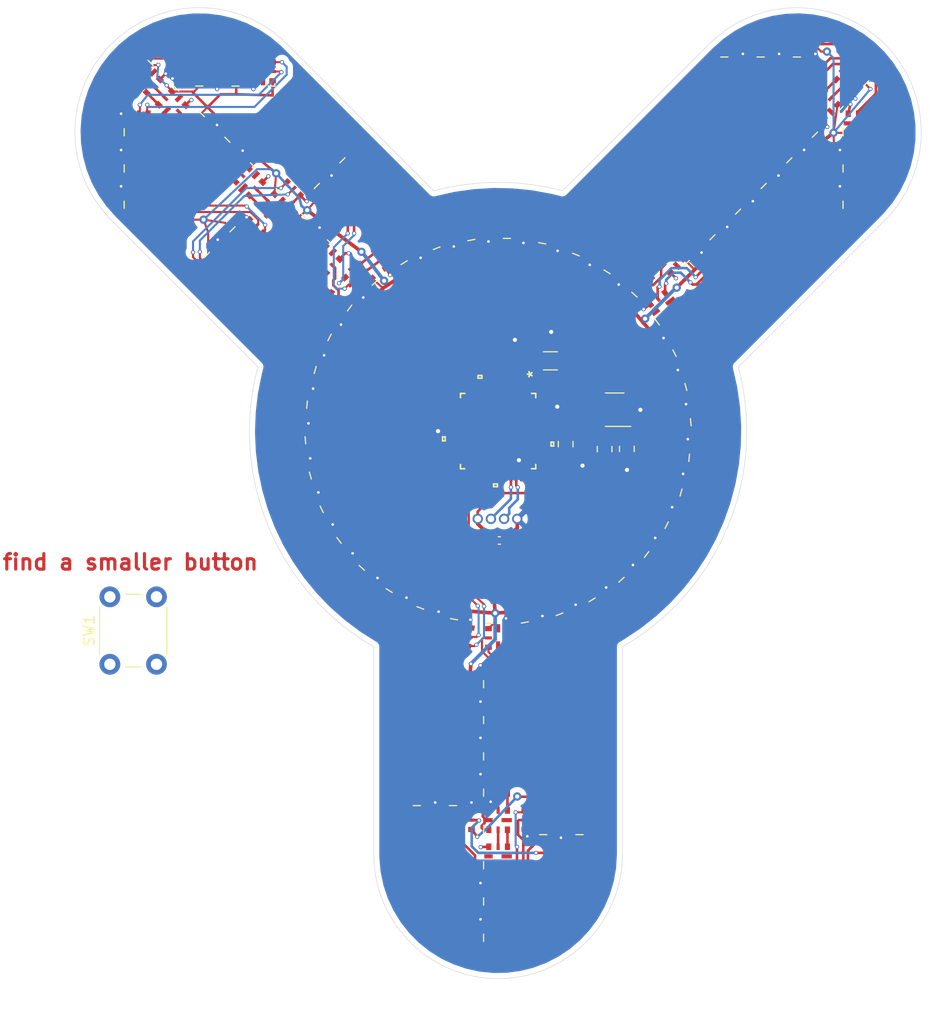
<source format=kicad_pcb>
(kicad_pcb (version 20171130) (host pcbnew "(5.1.5-0-10_14)")
  (layers (0 F.Cu signal) (31 B.Cu signal) (34 B.Paste user) (35 F.Paste user) (36 B.SilkS user) (37 F.SilkS user) (38 B.Mask user) (39 F.Mask user) (44 Edge.Cuts user))
  (net 0 "")
  (net 1 GND)
  (net 2 "Net-(C1-Pad1)")
  (net 3 "Net-(C2-Pad1)")
  (net 4 +3V3)
  (net 5 RESET)
  (net 6 "Net-(U2-Pad4)")
  (net 7 +5V)
  (net 8 "Net-(D1-Pad2)")
  (net 9 "Net-(D1-Pad3)")
  (net 10 "Net-(D2-Pad2)")
  (net 11 "Net-(D2-Pad3)")
  (net 12 "Net-(D3-Pad2)")
  (net 13 "Net-(D3-Pad3)")
  (net 14 "Net-(D4-Pad2)")
  (net 15 "Net-(D4-Pad3)")
  (net 16 "Net-(D5-Pad2)")
  (net 17 "Net-(D5-Pad3)")
  (net 18 "Net-(D6-Pad2)")
  (net 19 "Net-(D6-Pad3)")
  (net 20 "Net-(D7-Pad2)")
  (net 21 "Net-(D7-Pad3)")
  (net 22 "Net-(D8-Pad2)")
  (net 23 "Net-(D8-Pad3)")
  (net 24 "Net-(D10-Pad5)")
  (net 25 "Net-(D10-Pad4)")
  (net 26 "Net-(D10-Pad2)")
  (net 27 "Net-(D10-Pad3)")
  (net 28 "Net-(D11-Pad2)")
  (net 29 "Net-(D11-Pad3)")
  (net 30 "Net-(D12-Pad2)")
  (net 31 "Net-(D12-Pad3)")
  (net 32 "Net-(D13-Pad2)")
  (net 33 "Net-(D13-Pad3)")
  (net 34 "Net-(D14-Pad2)")
  (net 35 "Net-(D14-Pad3)")
  (net 36 "Net-(D15-Pad2)")
  (net 37 "Net-(D15-Pad3)")
  (net 38 "Net-(D16-Pad2)")
  (net 39 "Net-(D16-Pad3)")
  (net 40 "Net-(D17-Pad2)")
  (net 41 "Net-(D17-Pad3)")
  (net 42 "Net-(D18-Pad2)")
  (net 43 "Net-(D18-Pad3)")
  (net 44 "Net-(D19-Pad2)")
  (net 45 "Net-(D19-Pad3)")
  (net 46 "Net-(D20-Pad2)")
  (net 47 "Net-(D20-Pad3)")
  (net 48 "Net-(D21-Pad2)")
  (net 49 "Net-(D21-Pad3)")
  (net 50 "Net-(D22-Pad2)")
  (net 51 "Net-(D22-Pad3)")
  (net 52 "Net-(D23-Pad2)")
  (net 53 "Net-(D23-Pad3)")
  (net 54 "Net-(D24-Pad2)")
  (net 55 "Net-(D24-Pad3)")
  (net 56 "Net-(D25-Pad2)")
  (net 57 "Net-(D25-Pad3)")
  (net 58 "Net-(D26-Pad2)")
  (net 59 "Net-(D26-Pad3)")
  (net 60 "Net-(D27-Pad2)")
  (net 61 "Net-(D27-Pad3)")
  (net 62 "Net-(D28-Pad2)")
  (net 63 "Net-(D28-Pad3)")
  (net 64 "Net-(D29-Pad2)")
  (net 65 "Net-(D29-Pad3)")
  (net 66 "Net-(D30-Pad2)")
  (net 67 "Net-(D30-Pad3)")
  (net 68 "Net-(D31-Pad2)")
  (net 69 "Net-(D31-Pad3)")
  (net 70 D32_CKO)
  (net 71 D32_SDO)
  (net 72 "Net-(D33-Pad2)")
  (net 73 "Net-(D33-Pad3)")
  (net 74 "Net-(D34-Pad2)")
  (net 75 "Net-(D34-Pad3)")
  (net 76 "Net-(D35-Pad2)")
  (net 77 "Net-(D35-Pad3)")
  (net 78 "Net-(D36-Pad2)")
  (net 79 "Net-(D36-Pad3)")
  (net 80 "Net-(D37-Pad2)")
  (net 81 "Net-(D37-Pad3)")
  (net 82 "Net-(D38-Pad2)")
  (net 83 "Net-(D38-Pad3)")
  (net 84 "Net-(D39-Pad2)")
  (net 85 "Net-(D39-Pad3)")
  (net 86 "Net-(D40-Pad2)")
  (net 87 "Net-(D40-Pad3)")
  (net 88 "Net-(D41-Pad2)")
  (net 89 "Net-(D41-Pad3)")
  (net 90 "Net-(D42-Pad2)")
  (net 91 "Net-(D42-Pad3)")
  (net 92 "Net-(D43-Pad2)")
  (net 93 "Net-(D43-Pad3)")
  (net 94 "Net-(D44-Pad2)")
  (net 95 "Net-(D44-Pad3)")
  (net 96 "Net-(D45-Pad2)")
  (net 97 "Net-(D45-Pad3)")
  (net 98 "Net-(D46-Pad2)")
  (net 99 "Net-(D46-Pad3)")
  (net 100 "Net-(D47-Pad2)")
  (net 101 "Net-(D47-Pad3)")
  (net 102 "Net-(D48-Pad2)")
  (net 103 "Net-(D48-Pad3)")
  (net 104 "Net-(D49-Pad2)")
  (net 105 "Net-(D49-Pad3)")
  (net 106 "Net-(D50-Pad2)")
  (net 107 "Net-(D50-Pad3)")
  (net 108 "Net-(D51-Pad2)")
  (net 109 "Net-(D51-Pad3)")
  (net 110 "Net-(D52-Pad2)")
  (net 111 "Net-(D52-Pad3)")
  (net 112 "Net-(D53-Pad2)")
  (net 113 "Net-(D53-Pad3)")
  (net 114 "Net-(D54-Pad2)")
  (net 115 "Net-(D54-Pad3)")
  (net 116 "Net-(D55-Pad2)")
  (net 117 "Net-(D55-Pad3)")
  (net 118 "Net-(D56-Pad2)")
  (net 119 "Net-(D56-Pad3)")
  (net 120 "Net-(D57-Pad2)")
  (net 121 "Net-(D57-Pad3)")
  (net 122 "Net-(D58-Pad2)")
  (net 123 "Net-(D58-Pad3)")
  (net 124 "Net-(D59-Pad2)")
  (net 125 "Net-(D59-Pad3)")
  (net 126 "Net-(D60-Pad2)")
  (net 127 "Net-(D60-Pad3)")
  (net 128 "Net-(D61-Pad2)")
  (net 129 "Net-(D61-Pad3)")
  (net 130 "Net-(D62-Pad2)")
  (net 131 "Net-(D62-Pad3)")
  (net 132 "Net-(D63-Pad2)")
  (net 133 "Net-(D63-Pad3)")
  (net 134 D64_CKO)
  (net 135 D64_SDO)
  (net 136 "Net-(D65-Pad2)")
  (net 137 "Net-(D65-Pad3)")
  (net 138 "Net-(D66-Pad2)")
  (net 139 "Net-(D66-Pad3)")
  (net 140 "Net-(D67-Pad2)")
  (net 141 "Net-(D67-Pad3)")
  (net 142 "Net-(D68-Pad2)")
  (net 143 "Net-(D68-Pad3)")
  (net 144 "Net-(D69-Pad2)")
  (net 145 "Net-(D69-Pad3)")
  (net 146 "Net-(D70-Pad2)")
  (net 147 "Net-(D70-Pad3)")
  (net 148 "Net-(D71-Pad2)")
  (net 149 "Net-(D71-Pad3)")
  (net 150 "Net-(D72-Pad2)")
  (net 151 "Net-(D72-Pad3)")
  (net 152 "Net-(D73-Pad2)")
  (net 153 "Net-(D73-Pad3)")
  (net 154 "Net-(D74-Pad2)")
  (net 155 "Net-(D74-Pad3)")
  (net 156 "Net-(D75-Pad2)")
  (net 157 "Net-(D75-Pad3)")
  (net 158 "Net-(D76-Pad2)")
  (net 159 "Net-(D76-Pad3)")
  (net 160 "Net-(D77-Pad2)")
  (net 161 "Net-(D77-Pad3)")
  (net 162 "Net-(D78-Pad2)")
  (net 163 "Net-(D78-Pad3)")
  (net 164 /VDDANA)
  (net 165 /VDDCORE)
  (net 166 "/APA102c LED Array/LED_SCK")
  (net 167 "/APA102c LED Array/LED_DATA")
  (net 168 /USB_D-)
  (net 169 /USB_D+)
  (net 170 "Net-(U1-Pad48)")
  (net 171 "Net-(U1-Pad47)")
  (net 172 "Net-(U1-Pad46)")
  (net 173 "Net-(U1-Pad45)")
  (net 174 "Net-(U1-Pad41)")
  (net 175 "Net-(U1-Pad39)")
  (net 176 "Net-(U1-Pad38)")
  (net 177 "Net-(U1-Pad37)")
  (net 178 "Net-(U1-Pad32)")
  (net 179 "Net-(U1-Pad31)")
  (net 180 "Net-(U1-Pad30)")
  (net 181 "Net-(U1-Pad27)")
  (net 182 /PA17_MISO)
  (net 183 "Net-(U1-Pad25)")
  (net 184 "Net-(U1-Pad10)")
  (net 185 "Net-(U1-Pad24)")
  (net 186 "Net-(U1-Pad23)")
  (net 187 "Net-(U1-Pad22)")
  (net 188 "Net-(U1-Pad21)")
  (net 189 "Net-(U1-Pad20)")
  (net 190 "Net-(U1-Pad19)")
  (net 191 "Net-(U1-Pad16)")
  (net 192 "Net-(U1-Pad15)")
  (net 193 "Net-(U1-Pad14)")
  (net 194 "Net-(U1-Pad13)")
  (net 195 "Net-(U1-Pad12)")
  (net 196 "Net-(U1-Pad11)")
  (net 197 "Net-(U1-Pad9)")
  (net 198 "Net-(U1-Pad8)")
  (net 199 "Net-(U1-Pad7)")
  (net 200 "Net-(U1-Pad4)")
  (net 201 "Net-(U1-Pad3)")
  (net 202 "Net-(SW1-Pad1)")
  (net 203 "Net-(SW1-Pad2)")
  (module Button_Switch_THT:SW_PUSH_6mm_H5mm (layer F.Cu) (at 52.5272 112.4712 90)
    (fp_text reference SW1 (at 3.25 -2 90) (layer F.SilkS))
    (fp_text value SW_SPST)
    (pad 1 thru_hole circle (at 6.5 0 180) (size 2 2) (drill 1.1) (layers *.Cu *.Mask) (net 202 "Net-(SW1-Pad1)"))
    (pad 2 thru_hole circle (at 6.5 4.5 180) (size 2 2) (drill 1.1) (layers *.Cu *.Mask) (net 203 "Net-(SW1-Pad2)"))
    (pad 1 thru_hole circle (at 0 0 180) (size 2 2) (drill 1.1) (layers *.Cu *.Mask) (net 202 "Net-(SW1-Pad1)"))
    (pad 2 thru_hole circle (at 0 4.5 180) (size 2 2) (drill 1.1) (layers *.Cu *.Mask) (net 203 "Net-(SW1-Pad2)"))
  )
  (module ATSAMD21G18A-AU:ATSAMD21G18A-AU (layer F.Cu) (at 90 89.9844 270)
    (fp_text reference U1 hide)
    (fp_text value ATSAMD21G18A-AU)
    (fp_text user * (at -5.4864 -3.381 270) (layer F.SilkS))
    (fp_text user * (at -5.4864 -3.381 270) (layer F.SilkS))
    (pad 48 smd rect (at -2.75 -4.1783 270) (size 0.2794 1.3462) (layers F.Cu F.Paste F.Mask) (net 170 "Net-(U1-Pad48)"))
    (pad 47 smd rect (at -2.250001 -4.1783 270) (size 0.2794 1.3462) (layers F.Cu F.Paste F.Mask) (net 171 "Net-(U1-Pad47)"))
    (pad 46 smd rect (at -1.749999 -4.1783 270) (size 0.2794 1.3462) (layers F.Cu F.Paste F.Mask) (net 172 "Net-(U1-Pad46)"))
    (pad 45 smd rect (at -1.25 -4.1783 270) (size 0.2794 1.3462) (layers F.Cu F.Paste F.Mask) (net 173 "Net-(U1-Pad45)"))
    (pad 44 smd rect (at -0.750001 -4.1783 270) (size 0.2794 1.3462) (layers F.Cu F.Paste F.Mask) (net 4 +3V3))
    (pad 43 smd rect (at -0.25 -4.1783 270) (size 0.2794 1.3462) (layers F.Cu F.Paste F.Mask) (net 165 /VDDCORE))
    (pad 42 smd rect (at 0.25 -4.1783 270) (size 0.2794 1.3462) (layers F.Cu F.Paste F.Mask) (net 1 GND))
    (pad 41 smd rect (at 0.750001 -4.1783 270) (size 0.2794 1.3462) (layers F.Cu F.Paste F.Mask) (net 174 "Net-(U1-Pad41)"))
    (pad 40 smd rect (at 1.25 -4.1783 270) (size 0.2794 1.3462) (layers F.Cu F.Paste F.Mask) (net 5 RESET))
    (pad 39 smd rect (at 1.749999 -4.1783 270) (size 0.2794 1.3462) (layers F.Cu F.Paste F.Mask) (net 175 "Net-(U1-Pad39)"))
    (pad 38 smd rect (at 2.250001 -4.1783 270) (size 0.2794 1.3462) (layers F.Cu F.Paste F.Mask) (net 176 "Net-(U1-Pad38)"))
    (pad 37 smd rect (at 2.75 -4.1783 270) (size 0.2794 1.3462) (layers F.Cu F.Paste F.Mask) (net 177 "Net-(U1-Pad37)"))
    (pad 36 smd rect (at 4.1783 -2.75) (size 0.2794 1.3462) (layers F.Cu F.Paste F.Mask) (net 4 +3V3))
    (pad 35 smd rect (at 4.1783 -2.250001) (size 0.2794 1.3462) (layers F.Cu F.Paste F.Mask) (net 1 GND))
    (pad 34 smd rect (at 4.1783 -1.749999) (size 0.2794 1.3462) (layers F.Cu F.Paste F.Mask) (net 169 /USB_D+))
    (pad 33 smd rect (at 4.1783 -1.25) (size 0.2794 1.3462) (layers F.Cu F.Paste F.Mask) (net 168 /USB_D-))
    (pad 32 smd rect (at 4.1783 -0.750001) (size 0.2794 1.3462) (layers F.Cu F.Paste F.Mask) (net 178 "Net-(U1-Pad32)"))
    (pad 31 smd rect (at 4.1783 -0.25) (size 0.2794 1.3462) (layers F.Cu F.Paste F.Mask) (net 179 "Net-(U1-Pad31)"))
    (pad 30 smd rect (at 4.1783 0.25) (size 0.2794 1.3462) (layers F.Cu F.Paste F.Mask) (net 180 "Net-(U1-Pad30)"))
    (pad 29 smd rect (at 4.1783 0.750001) (size 0.2794 1.3462) (layers F.Cu F.Paste F.Mask) (net 167 "/APA102c LED Array/LED_DATA"))
    (pad 28 smd rect (at 4.1783 1.25) (size 0.2794 1.3462) (layers F.Cu F.Paste F.Mask) (net 166 "/APA102c LED Array/LED_SCK"))
    (pad 27 smd rect (at 4.1783 1.749999) (size 0.2794 1.3462) (layers F.Cu F.Paste F.Mask) (net 181 "Net-(U1-Pad27)"))
    (pad 26 smd rect (at 4.1783 2.250001) (size 0.2794 1.3462) (layers F.Cu F.Paste F.Mask) (net 182 /PA17_MISO))
    (pad 25 smd rect (at 4.1783 2.75) (size 0.2794 1.3462) (layers F.Cu F.Paste F.Mask) (net 183 "Net-(U1-Pad25)"))
    (pad 24 smd rect (at 2.75 4.1783 270) (size 0.2794 1.3462) (layers F.Cu F.Paste F.Mask) (net 185 "Net-(U1-Pad24)"))
    (pad 23 smd rect (at 2.250001 4.1783 270) (size 0.2794 1.3462) (layers F.Cu F.Paste F.Mask) (net 186 "Net-(U1-Pad23)"))
    (pad 22 smd rect (at 1.749999 4.1783 270) (size 0.2794 1.3462) (layers F.Cu F.Paste F.Mask) (net 187 "Net-(U1-Pad22)"))
    (pad 21 smd rect (at 1.25 4.1783 270) (size 0.2794 1.3462) (layers F.Cu F.Paste F.Mask) (net 188 "Net-(U1-Pad21)"))
    (pad 20 smd rect (at 0.750001 4.1783 270) (size 0.2794 1.3462) (layers F.Cu F.Paste F.Mask) (net 189 "Net-(U1-Pad20)"))
    (pad 19 smd rect (at 0.25 4.1783 270) (size 0.2794 1.3462) (layers F.Cu F.Paste F.Mask) (net 190 "Net-(U1-Pad19)"))
    (pad 18 smd rect (at -0.25 4.1783 270) (size 0.2794 1.3462) (layers F.Cu F.Paste F.Mask) (net 1 GND))
    (pad 17 smd rect (at -0.750001 4.1783 270) (size 0.2794 1.3462) (layers F.Cu F.Paste F.Mask) (net 4 +3V3))
    (pad 16 smd rect (at -1.25 4.1783 270) (size 0.2794 1.3462) (layers F.Cu F.Paste F.Mask) (net 191 "Net-(U1-Pad16)"))
    (pad 15 smd rect (at -1.749999 4.1783 270) (size 0.2794 1.3462) (layers F.Cu F.Paste F.Mask) (net 192 "Net-(U1-Pad15)"))
    (pad 14 smd rect (at -2.250001 4.1783 270) (size 0.2794 1.3462) (layers F.Cu F.Paste F.Mask) (net 193 "Net-(U1-Pad14)"))
    (pad 13 smd rect (at -2.75 4.1783 270) (size 0.2794 1.3462) (layers F.Cu F.Paste F.Mask) (net 194 "Net-(U1-Pad13)"))
    (pad 12 smd rect (at -4.1783 2.75) (size 0.2794 1.3462) (layers F.Cu F.Paste F.Mask) (net 195 "Net-(U1-Pad12)"))
    (pad 11 smd rect (at -4.1783 2.250001) (size 0.2794 1.3462) (layers F.Cu F.Paste F.Mask) (net 196 "Net-(U1-Pad11)"))
    (pad 10 smd rect (at -4.1783 1.749999) (size 0.2794 1.3462) (layers F.Cu F.Paste F.Mask) (net 184 "Net-(U1-Pad10)"))
    (pad 9 smd rect (at -4.1783 1.25) (size 0.2794 1.3462) (layers F.Cu F.Paste F.Mask) (net 197 "Net-(U1-Pad9)"))
    (pad 8 smd rect (at -4.1783 0.750001) (size 0.2794 1.3462) (layers F.Cu F.Paste F.Mask) (net 198 "Net-(U1-Pad8)"))
    (pad 7 smd rect (at -4.1783 0.25) (size 0.2794 1.3462) (layers F.Cu F.Paste F.Mask) (net 199 "Net-(U1-Pad7)"))
    (pad 6 smd rect (at -4.1783 -0.25) (size 0.2794 1.3462) (layers F.Cu F.Paste F.Mask) (net 164 /VDDANA))
    (pad 5 smd rect (at -4.1783 -0.750001) (size 0.2794 1.3462) (layers F.Cu F.Paste F.Mask) (net 1 GND))
    (pad 4 smd rect (at -4.1783 -1.25) (size 0.2794 1.3462) (layers F.Cu F.Paste F.Mask) (net 200 "Net-(U1-Pad4)"))
    (pad 3 smd rect (at -4.1783 -1.749999) (size 0.2794 1.3462) (layers F.Cu F.Paste F.Mask) (net 201 "Net-(U1-Pad3)"))
    (pad 2 smd rect (at -4.1783 -2.250001) (size 0.2794 1.3462) (layers F.Cu F.Paste F.Mask) (net 2 "Net-(C1-Pad1)"))
    (pad 1 smd rect (at -4.1783 -2.75) (size 0.2794 1.3462) (layers F.Cu F.Paste F.Mask) (net 3 "Net-(C2-Pad1)"))
  )
  (module Capacitor_SMD:C_0402_1005Metric (layer F.Cu) (at 90.1192 100.5332 180)
    (fp_text reference C11 hide)
    (fp_text value 10µF)
    (pad 2 smd roundrect (at 0.48 0 180) (size 0.56 0.62) (layers F.Cu F.Paste F.Mask) (net 7 +5V))
    (pad 1 smd roundrect (at -0.48 0 180) (size 0.56 0.62) (layers F.Cu F.Paste F.Mask) (net 1 GND))
  )
  (module Connector_PinHeader_1.27mm:PinHeader_1x04_P1.27mm_Vertical (layer F.Cu) (at 91.8464 98.45 270)
    (fp_text reference J4 hide)
    (fp_text value Conn_01x04)
    (pad 4 thru_hole oval (at 0 3.81 270) (size 1 1) (drill 0.65) (layers *.Cu *.Mask) (net 7 +5V))
    (pad 3 thru_hole oval (at 0 2.54 270) (size 1 1) (drill 0.65) (layers *.Cu *.Mask) (net 168 /USB_D-))
    (pad 2 thru_hole oval (at 0 1.27 270) (size 1 1) (drill 0.65) (layers *.Cu *.Mask) (net 169 /USB_D+))
    (pad 1 thru_hole circle (at 0 0 270) (size 1 1) (drill 0.65) (layers *.Cu *.Mask) (net 1 GND))
  )
  (module LED_SMD:LED-APA102-2020_tightened_pads (layer F.Cu) (at 83 127.5)
    (fp_text reference D78 hide)
    (fp_text value APA102-2020)
    (pad 1 smd rect (at -0.93 -0.9) (size 0.64 0.5) (layers F.Cu F.Paste F.Mask) (net 7 +5V))
    (pad 2 smd rect (at -0.93 0) (size 0.64 0.3) (layers F.Cu F.Paste F.Mask) (net 162 "Net-(D78-Pad2)"))
    (pad 3 smd rect (at -0.93 0.9) (size 0.64 0.5) (layers F.Cu F.Paste F.Mask) (net 163 "Net-(D78-Pad3)"))
    (pad 5 smd rect (at 0.93 0) (size 0.64 0.3) (layers F.Cu F.Paste F.Mask) (net 160 "Net-(D77-Pad2)"))
    (pad 4 smd rect (at 0.93 0.9) (size 0.64 0.5) (layers F.Cu F.Paste F.Mask) (net 161 "Net-(D77-Pad3)"))
    (pad 6 smd rect (at 0.93 -0.9) (size 0.64 0.5) (layers F.Cu F.Paste F.Mask) (net 1 GND))
    (pad 1 smd rect (at 0 -0.93 90) (size 0.8 0.4) (layers F.Cu F.Paste F.Mask) (net 7 +5V))
    (pad 6 smd rect (at 0 0.83 90) (size 1 0.4) (layers F.Cu F.Paste F.Mask) (net 1 GND))
  )
  (module LED_SMD:LED-APA102-2020_tightened_pads (layer F.Cu) (at 86.5 127.5)
    (fp_text reference D77 hide)
    (fp_text value APA102-2020)
    (pad 1 smd rect (at -0.93 -0.9) (size 0.64 0.5) (layers F.Cu F.Paste F.Mask) (net 7 +5V))
    (pad 2 smd rect (at -0.93 0) (size 0.64 0.3) (layers F.Cu F.Paste F.Mask) (net 160 "Net-(D77-Pad2)"))
    (pad 3 smd rect (at -0.93 0.9) (size 0.64 0.5) (layers F.Cu F.Paste F.Mask) (net 161 "Net-(D77-Pad3)"))
    (pad 5 smd rect (at 0.93 0) (size 0.64 0.3) (layers F.Cu F.Paste F.Mask) (net 158 "Net-(D76-Pad2)"))
    (pad 4 smd rect (at 0.93 0.9) (size 0.64 0.5) (layers F.Cu F.Paste F.Mask) (net 159 "Net-(D76-Pad3)"))
    (pad 6 smd rect (at 0.93 -0.9) (size 0.64 0.5) (layers F.Cu F.Paste F.Mask) (net 1 GND))
    (pad 1 smd rect (at 0 -0.93 90) (size 0.8 0.4) (layers F.Cu F.Paste F.Mask) (net 7 +5V))
    (pad 6 smd rect (at 0 0.83 90) (size 1 0.4) (layers F.Cu F.Paste F.Mask) (net 1 GND))
  )
  (module LED_SMD:LED-APA102-2020_tightened_pads (layer F.Cu) (at 97 127.5 180)
    (fp_text reference D76 hide)
    (fp_text value APA102-2020)
    (pad 1 smd rect (at -0.93 -0.9 180) (size 0.64 0.5) (layers F.Cu F.Paste F.Mask) (net 7 +5V))
    (pad 2 smd rect (at -0.93 0 180) (size 0.64 0.3) (layers F.Cu F.Paste F.Mask) (net 158 "Net-(D76-Pad2)"))
    (pad 3 smd rect (at -0.93 0.9 180) (size 0.64 0.5) (layers F.Cu F.Paste F.Mask) (net 159 "Net-(D76-Pad3)"))
    (pad 5 smd rect (at 0.93 0 180) (size 0.64 0.3) (layers F.Cu F.Paste F.Mask) (net 156 "Net-(D75-Pad2)"))
    (pad 4 smd rect (at 0.93 0.9 180) (size 0.64 0.5) (layers F.Cu F.Paste F.Mask) (net 157 "Net-(D75-Pad3)"))
    (pad 6 smd rect (at 0.93 -0.9 180) (size 0.64 0.5) (layers F.Cu F.Paste F.Mask) (net 1 GND))
    (pad 1 smd rect (at 0 -0.93 270) (size 0.8 0.4) (layers F.Cu F.Paste F.Mask) (net 7 +5V))
    (pad 6 smd rect (at 0 0.83 270) (size 1 0.4) (layers F.Cu F.Paste F.Mask) (net 1 GND))
  )
  (module LED_SMD:LED-APA102-2020_tightened_pads (layer F.Cu) (at 93.5 127.5 180)
    (fp_text reference D75 hide)
    (fp_text value APA102-2020)
    (pad 1 smd rect (at -0.93 -0.9 180) (size 0.64 0.5) (layers F.Cu F.Paste F.Mask) (net 7 +5V))
    (pad 2 smd rect (at -0.93 0 180) (size 0.64 0.3) (layers F.Cu F.Paste F.Mask) (net 156 "Net-(D75-Pad2)"))
    (pad 3 smd rect (at -0.93 0.9 180) (size 0.64 0.5) (layers F.Cu F.Paste F.Mask) (net 157 "Net-(D75-Pad3)"))
    (pad 5 smd rect (at 0.93 0 180) (size 0.64 0.3) (layers F.Cu F.Paste F.Mask) (net 154 "Net-(D74-Pad2)"))
    (pad 4 smd rect (at 0.93 0.9 180) (size 0.64 0.5) (layers F.Cu F.Paste F.Mask) (net 155 "Net-(D74-Pad3)"))
    (pad 6 smd rect (at 0.93 -0.9 180) (size 0.64 0.5) (layers F.Cu F.Paste F.Mask) (net 1 GND))
    (pad 1 smd rect (at 0 -0.93 270) (size 0.8 0.4) (layers F.Cu F.Paste F.Mask) (net 7 +5V))
    (pad 6 smd rect (at 0 0.83 270) (size 1 0.4) (layers F.Cu F.Paste F.Mask) (net 1 GND))
  )
  (module LED_SMD:LED-APA102-2020_tightened_pads (layer F.Cu) (at 90 138 90)
    (fp_text reference D74 hide)
    (fp_text value APA102-2020)
    (pad 1 smd rect (at -0.93 -0.9 90) (size 0.64 0.5) (layers F.Cu F.Paste F.Mask) (net 7 +5V))
    (pad 2 smd rect (at -0.93 0 90) (size 0.64 0.3) (layers F.Cu F.Paste F.Mask) (net 154 "Net-(D74-Pad2)"))
    (pad 3 smd rect (at -0.93 0.9 90) (size 0.64 0.5) (layers F.Cu F.Paste F.Mask) (net 155 "Net-(D74-Pad3)"))
    (pad 5 smd rect (at 0.93 0 90) (size 0.64 0.3) (layers F.Cu F.Paste F.Mask) (net 152 "Net-(D73-Pad2)"))
    (pad 4 smd rect (at 0.93 0.9 90) (size 0.64 0.5) (layers F.Cu F.Paste F.Mask) (net 153 "Net-(D73-Pad3)"))
    (pad 6 smd rect (at 0.93 -0.9 90) (size 0.64 0.5) (layers F.Cu F.Paste F.Mask) (net 1 GND))
    (pad 1 smd rect (at 0 -0.93 180) (size 0.8 0.4) (layers F.Cu F.Paste F.Mask) (net 7 +5V))
    (pad 6 smd rect (at 0 0.83 180) (size 1 0.4) (layers F.Cu F.Paste F.Mask) (net 1 GND))
  )
  (module LED_SMD:LED-APA102-2020_tightened_pads (layer F.Cu) (at 90 134.5 90)
    (fp_text reference D73 hide)
    (fp_text value APA102-2020)
    (pad 1 smd rect (at -0.93 -0.9 90) (size 0.64 0.5) (layers F.Cu F.Paste F.Mask) (net 7 +5V))
    (pad 2 smd rect (at -0.93 0 90) (size 0.64 0.3) (layers F.Cu F.Paste F.Mask) (net 152 "Net-(D73-Pad2)"))
    (pad 3 smd rect (at -0.93 0.9 90) (size 0.64 0.5) (layers F.Cu F.Paste F.Mask) (net 153 "Net-(D73-Pad3)"))
    (pad 5 smd rect (at 0.93 0 90) (size 0.64 0.3) (layers F.Cu F.Paste F.Mask) (net 150 "Net-(D72-Pad2)"))
    (pad 4 smd rect (at 0.93 0.9 90) (size 0.64 0.5) (layers F.Cu F.Paste F.Mask) (net 151 "Net-(D72-Pad3)"))
    (pad 6 smd rect (at 0.93 -0.9 90) (size 0.64 0.5) (layers F.Cu F.Paste F.Mask) (net 1 GND))
    (pad 1 smd rect (at 0 -0.93 180) (size 0.8 0.4) (layers F.Cu F.Paste F.Mask) (net 7 +5V))
    (pad 6 smd rect (at 0 0.83 180) (size 1 0.4) (layers F.Cu F.Paste F.Mask) (net 1 GND))
  )
  (module LED_SMD:LED-APA102-2020_tightened_pads (layer F.Cu) (at 90 131 90)
    (fp_text reference D72 hide)
    (fp_text value APA102-2020)
    (pad 1 smd rect (at -0.93 -0.9 90) (size 0.64 0.5) (layers F.Cu F.Paste F.Mask) (net 7 +5V))
    (pad 2 smd rect (at -0.93 0 90) (size 0.64 0.3) (layers F.Cu F.Paste F.Mask) (net 150 "Net-(D72-Pad2)"))
    (pad 3 smd rect (at -0.93 0.9 90) (size 0.64 0.5) (layers F.Cu F.Paste F.Mask) (net 151 "Net-(D72-Pad3)"))
    (pad 5 smd rect (at 0.93 0 90) (size 0.64 0.3) (layers F.Cu F.Paste F.Mask) (net 148 "Net-(D71-Pad2)"))
    (pad 4 smd rect (at 0.93 0.9 90) (size 0.64 0.5) (layers F.Cu F.Paste F.Mask) (net 149 "Net-(D71-Pad3)"))
    (pad 6 smd rect (at 0.93 -0.9 90) (size 0.64 0.5) (layers F.Cu F.Paste F.Mask) (net 1 GND))
    (pad 1 smd rect (at 0 -0.93 180) (size 0.8 0.4) (layers F.Cu F.Paste F.Mask) (net 7 +5V))
    (pad 6 smd rect (at 0 0.83 180) (size 1 0.4) (layers F.Cu F.Paste F.Mask) (net 1 GND))
  )
  (module LED_SMD:LED-APA102-2020_tightened_pads (layer F.Cu) (at 90 127.5 90)
    (fp_text reference D71 hide)
    (fp_text value APA102-2020)
    (pad 1 smd rect (at -0.93 -0.9 90) (size 0.64 0.5) (layers F.Cu F.Paste F.Mask) (net 7 +5V))
    (pad 2 smd rect (at -0.93 0 90) (size 0.64 0.3) (layers F.Cu F.Paste F.Mask) (net 148 "Net-(D71-Pad2)"))
    (pad 3 smd rect (at -0.93 0.9 90) (size 0.64 0.5) (layers F.Cu F.Paste F.Mask) (net 149 "Net-(D71-Pad3)"))
    (pad 5 smd rect (at 0.93 0 90) (size 0.64 0.3) (layers F.Cu F.Paste F.Mask) (net 146 "Net-(D70-Pad2)"))
    (pad 4 smd rect (at 0.93 0.9 90) (size 0.64 0.5) (layers F.Cu F.Paste F.Mask) (net 147 "Net-(D70-Pad3)"))
    (pad 6 smd rect (at 0.93 -0.9 90) (size 0.64 0.5) (layers F.Cu F.Paste F.Mask) (net 1 GND))
    (pad 1 smd rect (at 0 -0.93 180) (size 0.8 0.4) (layers F.Cu F.Paste F.Mask) (net 7 +5V))
    (pad 6 smd rect (at 0 0.83 180) (size 1 0.4) (layers F.Cu F.Paste F.Mask) (net 1 GND))
  )
  (module LED_SMD:LED-APA102-2020_tightened_pads (layer F.Cu) (at 90 124 90)
    (fp_text reference D70 hide)
    (fp_text value APA102-2020)
    (pad 1 smd rect (at -0.93 -0.9 90) (size 0.64 0.5) (layers F.Cu F.Paste F.Mask) (net 7 +5V))
    (pad 2 smd rect (at -0.93 0 90) (size 0.64 0.3) (layers F.Cu F.Paste F.Mask) (net 146 "Net-(D70-Pad2)"))
    (pad 3 smd rect (at -0.93 0.9 90) (size 0.64 0.5) (layers F.Cu F.Paste F.Mask) (net 147 "Net-(D70-Pad3)"))
    (pad 5 smd rect (at 0.93 0 90) (size 0.64 0.3) (layers F.Cu F.Paste F.Mask) (net 144 "Net-(D69-Pad2)"))
    (pad 4 smd rect (at 0.93 0.9 90) (size 0.64 0.5) (layers F.Cu F.Paste F.Mask) (net 145 "Net-(D69-Pad3)"))
    (pad 6 smd rect (at 0.93 -0.9 90) (size 0.64 0.5) (layers F.Cu F.Paste F.Mask) (net 1 GND))
    (pad 1 smd rect (at 0 -0.93 180) (size 0.8 0.4) (layers F.Cu F.Paste F.Mask) (net 7 +5V))
    (pad 6 smd rect (at 0 0.83 180) (size 1 0.4) (layers F.Cu F.Paste F.Mask) (net 1 GND))
  )
  (module LED_SMD:LED-APA102-2020_tightened_pads (layer F.Cu) (at 90 120.5 90)
    (fp_text reference D69 hide)
    (fp_text value APA102-2020)
    (pad 1 smd rect (at -0.93 -0.9 90) (size 0.64 0.5) (layers F.Cu F.Paste F.Mask) (net 7 +5V))
    (pad 2 smd rect (at -0.93 0 90) (size 0.64 0.3) (layers F.Cu F.Paste F.Mask) (net 144 "Net-(D69-Pad2)"))
    (pad 3 smd rect (at -0.93 0.9 90) (size 0.64 0.5) (layers F.Cu F.Paste F.Mask) (net 145 "Net-(D69-Pad3)"))
    (pad 5 smd rect (at 0.93 0 90) (size 0.64 0.3) (layers F.Cu F.Paste F.Mask) (net 142 "Net-(D68-Pad2)"))
    (pad 4 smd rect (at 0.93 0.9 90) (size 0.64 0.5) (layers F.Cu F.Paste F.Mask) (net 143 "Net-(D68-Pad3)"))
    (pad 6 smd rect (at 0.93 -0.9 90) (size 0.64 0.5) (layers F.Cu F.Paste F.Mask) (net 1 GND))
    (pad 1 smd rect (at 0 -0.93 180) (size 0.8 0.4) (layers F.Cu F.Paste F.Mask) (net 7 +5V))
    (pad 6 smd rect (at 0 0.83 180) (size 1 0.4) (layers F.Cu F.Paste F.Mask) (net 1 GND))
  )
  (module LED_SMD:LED-APA102-2020_tightened_pads (layer F.Cu) (at 90 117 90)
    (fp_text reference D68 hide)
    (fp_text value APA102-2020)
    (pad 1 smd rect (at -0.93 -0.9 90) (size 0.64 0.5) (layers F.Cu F.Paste F.Mask) (net 7 +5V))
    (pad 2 smd rect (at -0.93 0 90) (size 0.64 0.3) (layers F.Cu F.Paste F.Mask) (net 142 "Net-(D68-Pad2)"))
    (pad 3 smd rect (at -0.93 0.9 90) (size 0.64 0.5) (layers F.Cu F.Paste F.Mask) (net 143 "Net-(D68-Pad3)"))
    (pad 5 smd rect (at 0.93 0 90) (size 0.64 0.3) (layers F.Cu F.Paste F.Mask) (net 140 "Net-(D67-Pad2)"))
    (pad 4 smd rect (at 0.93 0.9 90) (size 0.64 0.5) (layers F.Cu F.Paste F.Mask) (net 141 "Net-(D67-Pad3)"))
    (pad 6 smd rect (at 0.93 -0.9 90) (size 0.64 0.5) (layers F.Cu F.Paste F.Mask) (net 1 GND))
    (pad 1 smd rect (at 0 -0.93 180) (size 0.8 0.4) (layers F.Cu F.Paste F.Mask) (net 7 +5V))
    (pad 6 smd rect (at 0 0.83 180) (size 1 0.4) (layers F.Cu F.Paste F.Mask) (net 1 GND))
  )
  (module LED_SMD:LED-APA102-2020_tightened_pads (layer F.Cu) (at 90 113.538 90)
    (fp_text reference D67 hide)
    (fp_text value APA102-2020)
    (pad 1 smd rect (at -0.93 -0.9 90) (size 0.64 0.5) (layers F.Cu F.Paste F.Mask) (net 7 +5V))
    (pad 2 smd rect (at -0.93 0 90) (size 0.64 0.3) (layers F.Cu F.Paste F.Mask) (net 140 "Net-(D67-Pad2)"))
    (pad 3 smd rect (at -0.93 0.9 90) (size 0.64 0.5) (layers F.Cu F.Paste F.Mask) (net 141 "Net-(D67-Pad3)"))
    (pad 5 smd rect (at 0.93 0 90) (size 0.64 0.3) (layers F.Cu F.Paste F.Mask) (net 138 "Net-(D66-Pad2)"))
    (pad 4 smd rect (at 0.93 0.9 90) (size 0.64 0.5) (layers F.Cu F.Paste F.Mask) (net 139 "Net-(D66-Pad3)"))
    (pad 6 smd rect (at 0.93 -0.9 90) (size 0.64 0.5) (layers F.Cu F.Paste F.Mask) (net 1 GND))
    (pad 1 smd rect (at 0 -0.93 180) (size 0.8 0.4) (layers F.Cu F.Paste F.Mask) (net 7 +5V))
    (pad 6 smd rect (at 0 0.83 180) (size 1 0.4) (layers F.Cu F.Paste F.Mask) (net 1 GND))
  )
  (module LED_SMD:LED-APA102-2020_tightened_pads (layer F.Cu) (at 90 109.9312)
    (fp_text reference D66 hide)
    (fp_text value APA102-2020)
    (pad 1 smd rect (at -0.93 -0.9) (size 0.64 0.5) (layers F.Cu F.Paste F.Mask) (net 7 +5V))
    (pad 2 smd rect (at -0.93 0) (size 0.64 0.3) (layers F.Cu F.Paste F.Mask) (net 138 "Net-(D66-Pad2)"))
    (pad 3 smd rect (at -0.93 0.9) (size 0.64 0.5) (layers F.Cu F.Paste F.Mask) (net 139 "Net-(D66-Pad3)"))
    (pad 5 smd rect (at 0.93 0) (size 0.64 0.3) (layers F.Cu F.Paste F.Mask) (net 136 "Net-(D65-Pad2)"))
    (pad 4 smd rect (at 0.93 0.9) (size 0.64 0.5) (layers F.Cu F.Paste F.Mask) (net 137 "Net-(D65-Pad3)"))
    (pad 6 smd rect (at 0.93 -0.9) (size 0.64 0.5) (layers F.Cu F.Paste F.Mask) (net 1 GND))
    (pad 1 smd rect (at 0 -0.93 90) (size 0.8 0.4) (layers F.Cu F.Paste F.Mask) (net 7 +5V))
    (pad 6 smd rect (at 0 0.83 90) (size 1 0.4) (layers F.Cu F.Paste F.Mask) (net 1 GND))
  )
  (module LED_SMD:LED-APA102-2020_tightened_pads (layer F.Cu) (at 93.67499 109.659461 10.58823529)
    (fp_text reference D65 hide)
    (fp_text value APA102-2020)
    (pad 1 smd rect (at -0.93 -0.9 10.58823529) (size 0.64 0.5) (layers F.Cu F.Paste F.Mask) (net 7 +5V))
    (pad 2 smd rect (at -0.93 0 10.58823529) (size 0.64 0.3) (layers F.Cu F.Paste F.Mask) (net 136 "Net-(D65-Pad2)"))
    (pad 3 smd rect (at -0.93 0.9 10.58823529) (size 0.64 0.5) (layers F.Cu F.Paste F.Mask) (net 137 "Net-(D65-Pad3)"))
    (pad 5 smd rect (at 0.93 0 10.58823529) (size 0.64 0.3) (layers F.Cu F.Paste F.Mask) (net 134 D64_CKO))
    (pad 4 smd rect (at 0.93 0.9 10.58823529) (size 0.64 0.5) (layers F.Cu F.Paste F.Mask) (net 135 D64_SDO))
    (pad 6 smd rect (at 0.93 -0.9 10.58823529) (size 0.64 0.5) (layers F.Cu F.Paste F.Mask) (net 1 GND))
    (pad 1 smd rect (at 0 -0.93 100.5882353) (size 0.8 0.4) (layers F.Cu F.Paste F.Mask) (net 7 +5V))
    (pad 6 smd rect (at 0 0.83 100.5882353) (size 1 0.4) (layers F.Cu F.Paste F.Mask) (net 1 GND))
  )
  (module LED_SMD:LED-APA102-2020_tightened_pads (layer F.Cu) (at 97.224833 108.649444 21.17647059)
    (fp_text reference D64 hide)
    (fp_text value APA102-2020)
    (pad 1 smd rect (at -0.93 -0.9 21.17647059) (size 0.64 0.5) (layers F.Cu F.Paste F.Mask) (net 7 +5V))
    (pad 2 smd rect (at -0.93 0 21.17647059) (size 0.64 0.3) (layers F.Cu F.Paste F.Mask) (net 134 D64_CKO))
    (pad 3 smd rect (at -0.93 0.9 21.17647059) (size 0.64 0.5) (layers F.Cu F.Paste F.Mask) (net 135 D64_SDO))
    (pad 5 smd rect (at 0.93 0 21.17647059) (size 0.64 0.3) (layers F.Cu F.Paste F.Mask) (net 132 "Net-(D63-Pad2)"))
    (pad 4 smd rect (at 0.93 0.9 21.17647059) (size 0.64 0.5) (layers F.Cu F.Paste F.Mask) (net 133 "Net-(D63-Pad3)"))
    (pad 6 smd rect (at 0.93 -0.9 21.17647059) (size 0.64 0.5) (layers F.Cu F.Paste F.Mask) (net 1 GND))
    (pad 1 smd rect (at 0 -0.93 111.1764706) (size 0.8 0.4) (layers F.Cu F.Paste F.Mask) (net 7 +5V))
    (pad 6 smd rect (at 0 0.83 111.1764706) (size 1 0.4) (layers F.Cu F.Paste F.Mask) (net 1 GND))
  )
  (module LED_SMD:LED-APA102-2020_tightened_pads (layer F.Cu) (at 100.528643 107.004342 31.76470588)
    (fp_text reference D63 hide)
    (fp_text value APA102-2020)
    (pad 1 smd rect (at -0.93 -0.9 31.76470588) (size 0.64 0.5) (layers F.Cu F.Paste F.Mask) (net 7 +5V))
    (pad 2 smd rect (at -0.93 0 31.76470588) (size 0.64 0.3) (layers F.Cu F.Paste F.Mask) (net 132 "Net-(D63-Pad2)"))
    (pad 3 smd rect (at -0.93 0.9 31.76470588) (size 0.64 0.5) (layers F.Cu F.Paste F.Mask) (net 133 "Net-(D63-Pad3)"))
    (pad 5 smd rect (at 0.93 0 31.76470588) (size 0.64 0.3) (layers F.Cu F.Paste F.Mask) (net 130 "Net-(D62-Pad2)"))
    (pad 4 smd rect (at 0.93 0.9 31.76470588) (size 0.64 0.5) (layers F.Cu F.Paste F.Mask) (net 131 "Net-(D62-Pad3)"))
    (pad 6 smd rect (at 0.93 -0.9 31.76470588) (size 0.64 0.5) (layers F.Cu F.Paste F.Mask) (net 1 GND))
    (pad 1 smd rect (at 0 -0.93 121.7647059) (size 0.8 0.4) (layers F.Cu F.Paste F.Mask) (net 7 +5V))
    (pad 6 smd rect (at 0 0.83 121.7647059) (size 1 0.4) (layers F.Cu F.Paste F.Mask) (net 1 GND))
  )
  (module LED_SMD:LED-APA102-2020_tightened_pads (layer F.Cu) (at 103.473912 104.780178 42.35294118)
    (fp_text reference D62 hide)
    (fp_text value APA102-2020)
    (pad 1 smd rect (at -0.93 -0.9 42.35294118) (size 0.64 0.5) (layers F.Cu F.Paste F.Mask) (net 7 +5V))
    (pad 2 smd rect (at -0.93 0 42.35294118) (size 0.64 0.3) (layers F.Cu F.Paste F.Mask) (net 130 "Net-(D62-Pad2)"))
    (pad 3 smd rect (at -0.93 0.9 42.35294118) (size 0.64 0.5) (layers F.Cu F.Paste F.Mask) (net 131 "Net-(D62-Pad3)"))
    (pad 5 smd rect (at 0.93 0 42.35294118) (size 0.64 0.3) (layers F.Cu F.Paste F.Mask) (net 128 "Net-(D61-Pad2)"))
    (pad 4 smd rect (at 0.93 0.9 42.35294118) (size 0.64 0.5) (layers F.Cu F.Paste F.Mask) (net 129 "Net-(D61-Pad3)"))
    (pad 6 smd rect (at 0.93 -0.9 42.35294118) (size 0.64 0.5) (layers F.Cu F.Paste F.Mask) (net 1 GND))
    (pad 1 smd rect (at 0 -0.93 132.3529412) (size 0.8 0.4) (layers F.Cu F.Paste F.Mask) (net 7 +5V))
    (pad 6 smd rect (at 0 0.83 132.3529412) (size 1 0.4) (layers F.Cu F.Paste F.Mask) (net 1 GND))
  )
  (module LED_SMD:LED-APA102-2020_tightened_pads (layer F.Cu) (at 105.960344 102.052692 52.94117647)
    (fp_text reference D61 hide)
    (fp_text value APA102-2020)
    (pad 1 smd rect (at -0.93 -0.9 52.94117647) (size 0.64 0.5) (layers F.Cu F.Paste F.Mask) (net 7 +5V))
    (pad 2 smd rect (at -0.93 0 52.94117647) (size 0.64 0.3) (layers F.Cu F.Paste F.Mask) (net 128 "Net-(D61-Pad2)"))
    (pad 3 smd rect (at -0.93 0.9 52.94117647) (size 0.64 0.5) (layers F.Cu F.Paste F.Mask) (net 129 "Net-(D61-Pad3)"))
    (pad 5 smd rect (at 0.93 0 52.94117647) (size 0.64 0.3) (layers F.Cu F.Paste F.Mask) (net 126 "Net-(D60-Pad2)"))
    (pad 4 smd rect (at 0.93 0.9 52.94117647) (size 0.64 0.5) (layers F.Cu F.Paste F.Mask) (net 127 "Net-(D60-Pad3)"))
    (pad 6 smd rect (at 0.93 -0.9 52.94117647) (size 0.64 0.5) (layers F.Cu F.Paste F.Mask) (net 1 GND))
    (pad 1 smd rect (at 0 -0.93 142.9411765) (size 0.8 0.4) (layers F.Cu F.Paste F.Mask) (net 7 +5V))
    (pad 6 smd rect (at 0 0.83 142.9411765) (size 1 0.4) (layers F.Cu F.Paste F.Mask) (net 1 GND))
  )
  (module LED_SMD:LED-APA102-2020_tightened_pads (layer F.Cu) (at 107.903265 98.914767 63.52941176)
    (fp_text reference D60 hide)
    (fp_text value APA102-2020)
    (pad 1 smd rect (at -0.93 -0.9 63.52941176) (size 0.64 0.5) (layers F.Cu F.Paste F.Mask) (net 7 +5V))
    (pad 2 smd rect (at -0.93 0 63.52941176) (size 0.64 0.3) (layers F.Cu F.Paste F.Mask) (net 126 "Net-(D60-Pad2)"))
    (pad 3 smd rect (at -0.93 0.9 63.52941176) (size 0.64 0.5) (layers F.Cu F.Paste F.Mask) (net 127 "Net-(D60-Pad3)"))
    (pad 5 smd rect (at 0.93 0 63.52941176) (size 0.64 0.3) (layers F.Cu F.Paste F.Mask) (net 124 "Net-(D59-Pad2)"))
    (pad 4 smd rect (at 0.93 0.9 63.52941176) (size 0.64 0.5) (layers F.Cu F.Paste F.Mask) (net 125 "Net-(D59-Pad3)"))
    (pad 6 smd rect (at 0.93 -0.9 63.52941176) (size 0.64 0.5) (layers F.Cu F.Paste F.Mask) (net 1 GND))
    (pad 1 smd rect (at 0 -0.93 153.5294119) (size 0.8 0.4) (layers F.Cu F.Paste F.Mask) (net 7 +5V))
    (pad 6 smd rect (at 0 0.83 153.5294119) (size 1 0.4) (layers F.Cu F.Paste F.Mask) (net 1 GND))
  )
  (module LED_SMD:LED-APA102-2020_tightened_pads (layer F.Cu) (at 109.236512 95.473259 74.11764706)
    (fp_text reference D59 hide)
    (fp_text value APA102-2020)
    (pad 1 smd rect (at -0.93 -0.9 74.11764706) (size 0.64 0.5) (layers F.Cu F.Paste F.Mask) (net 7 +5V))
    (pad 2 smd rect (at -0.93 0 74.11764706) (size 0.64 0.3) (layers F.Cu F.Paste F.Mask) (net 124 "Net-(D59-Pad2)"))
    (pad 3 smd rect (at -0.93 0.9 74.11764706) (size 0.64 0.5) (layers F.Cu F.Paste F.Mask) (net 125 "Net-(D59-Pad3)"))
    (pad 5 smd rect (at 0.93 0 74.11764706) (size 0.64 0.3) (layers F.Cu F.Paste F.Mask) (net 122 "Net-(D58-Pad2)"))
    (pad 4 smd rect (at 0.93 0.9 74.11764706) (size 0.64 0.5) (layers F.Cu F.Paste F.Mask) (net 123 "Net-(D58-Pad3)"))
    (pad 6 smd rect (at 0.93 -0.9 74.11764706) (size 0.64 0.5) (layers F.Cu F.Paste F.Mask) (net 1 GND))
    (pad 1 smd rect (at 0 -0.93 164.1176472) (size 0.8 0.4) (layers F.Cu F.Paste F.Mask) (net 7 +5V))
    (pad 6 smd rect (at 0 0.83 164.1176472) (size 1 0.4) (layers F.Cu F.Paste F.Mask) (net 1 GND))
  )
  (module LED_SMD:LED-APA102-2020_tightened_pads (layer F.Cu) (at 109.914683 91.845367 84.70588235)
    (fp_text reference D58 hide)
    (fp_text value APA102-2020)
    (pad 1 smd rect (at -0.93 -0.9 84.70588235) (size 0.64 0.5) (layers F.Cu F.Paste F.Mask) (net 7 +5V))
    (pad 2 smd rect (at -0.93 0 84.70588235) (size 0.64 0.3) (layers F.Cu F.Paste F.Mask) (net 122 "Net-(D58-Pad2)"))
    (pad 3 smd rect (at -0.93 0.9 84.70588235) (size 0.64 0.5) (layers F.Cu F.Paste F.Mask) (net 123 "Net-(D58-Pad3)"))
    (pad 5 smd rect (at 0.93 0 84.70588235) (size 0.64 0.3) (layers F.Cu F.Paste F.Mask) (net 120 "Net-(D57-Pad2)"))
    (pad 4 smd rect (at 0.93 0.9 84.70588235) (size 0.64 0.5) (layers F.Cu F.Paste F.Mask) (net 121 "Net-(D57-Pad3)"))
    (pad 6 smd rect (at 0.93 -0.9 84.70588235) (size 0.64 0.5) (layers F.Cu F.Paste F.Mask) (net 1 GND))
    (pad 1 smd rect (at 0 -0.93 174.7058825) (size 0.8 0.4) (layers F.Cu F.Paste F.Mask) (net 7 +5V))
    (pad 6 smd rect (at 0 0.83 174.7058825) (size 1 0.4) (layers F.Cu F.Paste F.Mask) (net 1 GND))
  )
  (module LED_SMD:LED-APA102-2020_tightened_pads (layer F.Cu) (at 109.914683 88.154632 95.29411765)
    (fp_text reference D57 hide)
    (fp_text value APA102-2020)
    (pad 1 smd rect (at -0.93 -0.9 95.29411765) (size 0.64 0.5) (layers F.Cu F.Paste F.Mask) (net 7 +5V))
    (pad 2 smd rect (at -0.93 0 95.29411765) (size 0.64 0.3) (layers F.Cu F.Paste F.Mask) (net 120 "Net-(D57-Pad2)"))
    (pad 3 smd rect (at -0.93 0.9 95.29411765) (size 0.64 0.5) (layers F.Cu F.Paste F.Mask) (net 121 "Net-(D57-Pad3)"))
    (pad 5 smd rect (at 0.93 0 95.29411765) (size 0.64 0.3) (layers F.Cu F.Paste F.Mask) (net 118 "Net-(D56-Pad2)"))
    (pad 4 smd rect (at 0.93 0.9 95.29411765) (size 0.64 0.5) (layers F.Cu F.Paste F.Mask) (net 119 "Net-(D56-Pad3)"))
    (pad 6 smd rect (at 0.93 -0.9 95.29411765) (size 0.64 0.5) (layers F.Cu F.Paste F.Mask) (net 1 GND))
    (pad 1 smd rect (at 0 -0.93 185.2941177) (size 0.8 0.4) (layers F.Cu F.Paste F.Mask) (net 7 +5V))
    (pad 6 smd rect (at 0 0.83 185.2941177) (size 1 0.4) (layers F.Cu F.Paste F.Mask) (net 1 GND))
  )
  (module LED_SMD:LED-APA102-2020_tightened_pads (layer F.Cu) (at 109.236512 84.52674 105.8823529)
    (fp_text reference D56 hide)
    (fp_text value APA102-2020)
    (pad 1 smd rect (at -0.93 -0.9 105.8823529) (size 0.64 0.5) (layers F.Cu F.Paste F.Mask) (net 7 +5V))
    (pad 2 smd rect (at -0.93 0 105.8823529) (size 0.64 0.3) (layers F.Cu F.Paste F.Mask) (net 118 "Net-(D56-Pad2)"))
    (pad 3 smd rect (at -0.93 0.9 105.8823529) (size 0.64 0.5) (layers F.Cu F.Paste F.Mask) (net 119 "Net-(D56-Pad3)"))
    (pad 5 smd rect (at 0.93 0 105.8823529) (size 0.64 0.3) (layers F.Cu F.Paste F.Mask) (net 116 "Net-(D55-Pad2)"))
    (pad 4 smd rect (at 0.93 0.9 105.8823529) (size 0.64 0.5) (layers F.Cu F.Paste F.Mask) (net 117 "Net-(D55-Pad3)"))
    (pad 6 smd rect (at 0.93 -0.9 105.8823529) (size 0.64 0.5) (layers F.Cu F.Paste F.Mask) (net 1 GND))
    (pad 1 smd rect (at 0 -0.93 195.882353) (size 0.8 0.4) (layers F.Cu F.Paste F.Mask) (net 7 +5V))
    (pad 6 smd rect (at 0 0.83 195.882353) (size 1 0.4) (layers F.Cu F.Paste F.Mask) (net 1 GND))
  )
  (module LED_SMD:LED-APA102-2020_tightened_pads (layer F.Cu) (at 107.903265 81.085232 116.4705882)
    (fp_text reference D55 hide)
    (fp_text value APA102-2020)
    (pad 1 smd rect (at -0.93 -0.9 116.4705882) (size 0.64 0.5) (layers F.Cu F.Paste F.Mask) (net 7 +5V))
    (pad 2 smd rect (at -0.93 0 116.4705882) (size 0.64 0.3) (layers F.Cu F.Paste F.Mask) (net 116 "Net-(D55-Pad2)"))
    (pad 3 smd rect (at -0.93 0.9 116.4705882) (size 0.64 0.5) (layers F.Cu F.Paste F.Mask) (net 117 "Net-(D55-Pad3)"))
    (pad 5 smd rect (at 0.93 0 116.4705882) (size 0.64 0.3) (layers F.Cu F.Paste F.Mask) (net 114 "Net-(D54-Pad2)"))
    (pad 4 smd rect (at 0.93 0.9 116.4705882) (size 0.64 0.5) (layers F.Cu F.Paste F.Mask) (net 115 "Net-(D54-Pad3)"))
    (pad 6 smd rect (at 0.93 -0.9 116.4705882) (size 0.64 0.5) (layers F.Cu F.Paste F.Mask) (net 1 GND))
    (pad 1 smd rect (at 0 -0.93 206.4705883) (size 0.8 0.4) (layers F.Cu F.Paste F.Mask) (net 7 +5V))
    (pad 6 smd rect (at 0 0.83 206.4705883) (size 1 0.4) (layers F.Cu F.Paste F.Mask) (net 1 GND))
  )
  (module LED_SMD:LED-APA102-2020_tightened_pads (layer F.Cu) (at 105.960344 77.947307 127.0588235)
    (fp_text reference D54 hide)
    (fp_text value APA102-2020)
    (pad 1 smd rect (at -0.93 -0.9 127.0588235) (size 0.64 0.5) (layers F.Cu F.Paste F.Mask) (net 7 +5V))
    (pad 2 smd rect (at -0.93 0 127.0588235) (size 0.64 0.3) (layers F.Cu F.Paste F.Mask) (net 114 "Net-(D54-Pad2)"))
    (pad 3 smd rect (at -0.93 0.9 127.0588235) (size 0.64 0.5) (layers F.Cu F.Paste F.Mask) (net 115 "Net-(D54-Pad3)"))
    (pad 5 smd rect (at 0.93 0 127.0588235) (size 0.64 0.3) (layers F.Cu F.Paste F.Mask) (net 112 "Net-(D53-Pad2)"))
    (pad 4 smd rect (at 0.93 0.9 127.0588235) (size 0.64 0.5) (layers F.Cu F.Paste F.Mask) (net 113 "Net-(D53-Pad3)"))
    (pad 6 smd rect (at 0.93 -0.9 127.0588235) (size 0.64 0.5) (layers F.Cu F.Paste F.Mask) (net 1 GND))
    (pad 1 smd rect (at 0 -0.93 217.0588235) (size 0.8 0.4) (layers F.Cu F.Paste F.Mask) (net 7 +5V))
    (pad 6 smd rect (at 0 0.83 217.0588235) (size 1 0.4) (layers F.Cu F.Paste F.Mask) (net 1 GND))
  )
  (module LED_SMD:LED-APA102-2020_tightened_pads (layer F.Cu) (at 124.691125 67.308874 90)
    (fp_text reference D53 hide)
    (fp_text value APA102-2020)
    (pad 1 smd rect (at -0.93 -0.9 90) (size 0.64 0.5) (layers F.Cu F.Paste F.Mask) (net 7 +5V))
    (pad 2 smd rect (at -0.93 0 90) (size 0.64 0.3) (layers F.Cu F.Paste F.Mask) (net 112 "Net-(D53-Pad2)"))
    (pad 3 smd rect (at -0.93 0.9 90) (size 0.64 0.5) (layers F.Cu F.Paste F.Mask) (net 113 "Net-(D53-Pad3)"))
    (pad 5 smd rect (at 0.93 0 90) (size 0.64 0.3) (layers F.Cu F.Paste F.Mask) (net 110 "Net-(D52-Pad2)"))
    (pad 4 smd rect (at 0.93 0.9 90) (size 0.64 0.5) (layers F.Cu F.Paste F.Mask) (net 111 "Net-(D52-Pad3)"))
    (pad 6 smd rect (at 0.93 -0.9 90) (size 0.64 0.5) (layers F.Cu F.Paste F.Mask) (net 1 GND))
    (pad 1 smd rect (at 0 -0.93 180) (size 0.8 0.4) (layers F.Cu F.Paste F.Mask) (net 7 +5V))
    (pad 6 smd rect (at 0 0.83 180) (size 1 0.4) (layers F.Cu F.Paste F.Mask) (net 1 GND))
  )
  (module LED_SMD:LED-APA102-2020_tightened_pads (layer F.Cu) (at 124.691125 63.808874 90)
    (fp_text reference D52 hide)
    (fp_text value APA102-2020)
    (pad 1 smd rect (at -0.93 -0.9 90) (size 0.64 0.5) (layers F.Cu F.Paste F.Mask) (net 7 +5V))
    (pad 2 smd rect (at -0.93 0 90) (size 0.64 0.3) (layers F.Cu F.Paste F.Mask) (net 110 "Net-(D52-Pad2)"))
    (pad 3 smd rect (at -0.93 0.9 90) (size 0.64 0.5) (layers F.Cu F.Paste F.Mask) (net 111 "Net-(D52-Pad3)"))
    (pad 5 smd rect (at 0.93 0 90) (size 0.64 0.3) (layers F.Cu F.Paste F.Mask) (net 108 "Net-(D51-Pad2)"))
    (pad 4 smd rect (at 0.93 0.9 90) (size 0.64 0.5) (layers F.Cu F.Paste F.Mask) (net 109 "Net-(D51-Pad3)"))
    (pad 6 smd rect (at 0.93 -0.9 90) (size 0.64 0.5) (layers F.Cu F.Paste F.Mask) (net 1 GND))
    (pad 1 smd rect (at 0 -0.93 180) (size 0.8 0.4) (layers F.Cu F.Paste F.Mask) (net 7 +5V))
    (pad 6 smd rect (at 0 0.83 180) (size 1 0.4) (layers F.Cu F.Paste F.Mask) (net 1 GND))
  )
  (module LED_SMD:LED-APA102-2020_tightened_pads (layer F.Cu) (at 124.691125 60.308874 90)
    (fp_text reference D51 hide)
    (fp_text value APA102-2020)
    (pad 1 smd rect (at -0.93 -0.9 90) (size 0.64 0.5) (layers F.Cu F.Paste F.Mask) (net 7 +5V))
    (pad 2 smd rect (at -0.93 0 90) (size 0.64 0.3) (layers F.Cu F.Paste F.Mask) (net 108 "Net-(D51-Pad2)"))
    (pad 3 smd rect (at -0.93 0.9 90) (size 0.64 0.5) (layers F.Cu F.Paste F.Mask) (net 109 "Net-(D51-Pad3)"))
    (pad 5 smd rect (at 0.93 0 90) (size 0.64 0.3) (layers F.Cu F.Paste F.Mask) (net 106 "Net-(D50-Pad2)"))
    (pad 4 smd rect (at 0.93 0.9 90) (size 0.64 0.5) (layers F.Cu F.Paste F.Mask) (net 107 "Net-(D50-Pad3)"))
    (pad 6 smd rect (at 0.93 -0.9 90) (size 0.64 0.5) (layers F.Cu F.Paste F.Mask) (net 1 GND))
    (pad 1 smd rect (at 0 -0.93 180) (size 0.8 0.4) (layers F.Cu F.Paste F.Mask) (net 7 +5V))
    (pad 6 smd rect (at 0 0.83 180) (size 1 0.4) (layers F.Cu F.Paste F.Mask) (net 1 GND))
  )
  (module LED_SMD:LED-APA102-2020_tightened_pads (layer F.Cu) (at 112.691125 55.308874)
    (fp_text reference D50 hide)
    (fp_text value APA102-2020)
    (pad 1 smd rect (at -0.93 -0.9) (size 0.64 0.5) (layers F.Cu F.Paste F.Mask) (net 7 +5V))
    (pad 2 smd rect (at -0.93 0) (size 0.64 0.3) (layers F.Cu F.Paste F.Mask) (net 106 "Net-(D50-Pad2)"))
    (pad 3 smd rect (at -0.93 0.9) (size 0.64 0.5) (layers F.Cu F.Paste F.Mask) (net 107 "Net-(D50-Pad3)"))
    (pad 5 smd rect (at 0.93 0) (size 0.64 0.3) (layers F.Cu F.Paste F.Mask) (net 104 "Net-(D49-Pad2)"))
    (pad 4 smd rect (at 0.93 0.9) (size 0.64 0.5) (layers F.Cu F.Paste F.Mask) (net 105 "Net-(D49-Pad3)"))
    (pad 6 smd rect (at 0.93 -0.9) (size 0.64 0.5) (layers F.Cu F.Paste F.Mask) (net 1 GND))
    (pad 1 smd rect (at 0 -0.93 90.0000001) (size 0.8 0.4) (layers F.Cu F.Paste F.Mask) (net 7 +5V))
    (pad 6 smd rect (at 0 0.83 90.0000001) (size 1 0.4) (layers F.Cu F.Paste F.Mask) (net 1 GND))
  )
  (module LED_SMD:LED-APA102-2020_tightened_pads (layer F.Cu) (at 116.191125 55.308874)
    (fp_text reference D49 hide)
    (fp_text value APA102-2020)
    (pad 1 smd rect (at -0.93 -0.9) (size 0.64 0.5) (layers F.Cu F.Paste F.Mask) (net 7 +5V))
    (pad 2 smd rect (at -0.93 0) (size 0.64 0.3) (layers F.Cu F.Paste F.Mask) (net 104 "Net-(D49-Pad2)"))
    (pad 3 smd rect (at -0.93 0.9) (size 0.64 0.5) (layers F.Cu F.Paste F.Mask) (net 105 "Net-(D49-Pad3)"))
    (pad 5 smd rect (at 0.93 0) (size 0.64 0.3) (layers F.Cu F.Paste F.Mask) (net 102 "Net-(D48-Pad2)"))
    (pad 4 smd rect (at 0.93 0.9) (size 0.64 0.5) (layers F.Cu F.Paste F.Mask) (net 103 "Net-(D48-Pad3)"))
    (pad 6 smd rect (at 0.93 -0.9) (size 0.64 0.5) (layers F.Cu F.Paste F.Mask) (net 1 GND))
    (pad 1 smd rect (at 0 -0.93 90.0000001) (size 0.8 0.4) (layers F.Cu F.Paste F.Mask) (net 7 +5V))
    (pad 6 smd rect (at 0 0.83 90.0000001) (size 1 0.4) (layers F.Cu F.Paste F.Mask) (net 1 GND))
  )
  (module LED_SMD:LED-APA102-2020_tightened_pads (layer F.Cu) (at 119.691125 55.308874)
    (fp_text reference D48 hide)
    (fp_text value APA102-2020)
    (pad 1 smd rect (at -0.93 -0.9) (size 0.64 0.5) (layers F.Cu F.Paste F.Mask) (net 7 +5V))
    (pad 2 smd rect (at -0.93 0) (size 0.64 0.3) (layers F.Cu F.Paste F.Mask) (net 102 "Net-(D48-Pad2)"))
    (pad 3 smd rect (at -0.93 0.9) (size 0.64 0.5) (layers F.Cu F.Paste F.Mask) (net 103 "Net-(D48-Pad3)"))
    (pad 5 smd rect (at 0.93 0) (size 0.64 0.3) (layers F.Cu F.Paste F.Mask) (net 100 "Net-(D47-Pad2)"))
    (pad 4 smd rect (at 0.93 0.9) (size 0.64 0.5) (layers F.Cu F.Paste F.Mask) (net 101 "Net-(D47-Pad3)"))
    (pad 6 smd rect (at 0.93 -0.9) (size 0.64 0.5) (layers F.Cu F.Paste F.Mask) (net 1 GND))
    (pad 1 smd rect (at 0 -0.93 90.0000001) (size 0.8 0.4) (layers F.Cu F.Paste F.Mask) (net 7 +5V))
    (pad 6 smd rect (at 0 0.83 90.0000001) (size 1 0.4) (layers F.Cu F.Paste F.Mask) (net 1 GND))
  )
  (module LED_SMD:LED-APA102-2020_tightened_pads (layer F.Cu) (at 123.941125 56.058874 225)
    (fp_text reference D47 hide)
    (fp_text value APA102-2020)
    (pad 1 smd rect (at -0.93 -0.9 225) (size 0.64 0.5) (layers F.Cu F.Paste F.Mask) (net 7 +5V))
    (pad 2 smd rect (at -0.93 0 225) (size 0.64 0.3) (layers F.Cu F.Paste F.Mask) (net 100 "Net-(D47-Pad2)"))
    (pad 3 smd rect (at -0.93 0.9 225) (size 0.64 0.5) (layers F.Cu F.Paste F.Mask) (net 101 "Net-(D47-Pad3)"))
    (pad 5 smd rect (at 0.93 0 225) (size 0.64 0.3) (layers F.Cu F.Paste F.Mask) (net 98 "Net-(D46-Pad2)"))
    (pad 4 smd rect (at 0.93 0.9 225) (size 0.64 0.5) (layers F.Cu F.Paste F.Mask) (net 99 "Net-(D46-Pad3)"))
    (pad 6 smd rect (at 0.93 -0.9 225) (size 0.64 0.5) (layers F.Cu F.Paste F.Mask) (net 1 GND))
    (pad 1 smd rect (at 0 -0.93 315) (size 0.8 0.4) (layers F.Cu F.Paste F.Mask) (net 7 +5V))
    (pad 6 smd rect (at 0 0.83 315) (size 1 0.4) (layers F.Cu F.Paste F.Mask) (net 1 GND))
  )
  (module LED_SMD:LED-APA102-2020_tightened_pads (layer F.Cu) (at 121.466251 58.533748 225)
    (fp_text reference D46 hide)
    (fp_text value APA102-2020)
    (pad 1 smd rect (at -0.93 -0.9 225) (size 0.64 0.5) (layers F.Cu F.Paste F.Mask) (net 7 +5V))
    (pad 2 smd rect (at -0.93 0 225) (size 0.64 0.3) (layers F.Cu F.Paste F.Mask) (net 98 "Net-(D46-Pad2)"))
    (pad 3 smd rect (at -0.93 0.9 225) (size 0.64 0.5) (layers F.Cu F.Paste F.Mask) (net 99 "Net-(D46-Pad3)"))
    (pad 5 smd rect (at 0.93 0 225) (size 0.64 0.3) (layers F.Cu F.Paste F.Mask) (net 96 "Net-(D45-Pad2)"))
    (pad 4 smd rect (at 0.93 0.9 225) (size 0.64 0.5) (layers F.Cu F.Paste F.Mask) (net 97 "Net-(D45-Pad3)"))
    (pad 6 smd rect (at 0.93 -0.9 225) (size 0.64 0.5) (layers F.Cu F.Paste F.Mask) (net 1 GND))
    (pad 1 smd rect (at 0 -0.93 315) (size 0.8 0.4) (layers F.Cu F.Paste F.Mask) (net 7 +5V))
    (pad 6 smd rect (at 0 0.83 315) (size 1 0.4) (layers F.Cu F.Paste F.Mask) (net 1 GND))
  )
  (module LED_SMD:LED-APA102-2020_tightened_pads (layer F.Cu) (at 118.991378 61.008621 225)
    (fp_text reference D45 hide)
    (fp_text value APA102-2020)
    (pad 1 smd rect (at -0.93 -0.9 225) (size 0.64 0.5) (layers F.Cu F.Paste F.Mask) (net 7 +5V))
    (pad 2 smd rect (at -0.93 0 225) (size 0.64 0.3) (layers F.Cu F.Paste F.Mask) (net 96 "Net-(D45-Pad2)"))
    (pad 3 smd rect (at -0.93 0.9 225) (size 0.64 0.5) (layers F.Cu F.Paste F.Mask) (net 97 "Net-(D45-Pad3)"))
    (pad 5 smd rect (at 0.93 0 225) (size 0.64 0.3) (layers F.Cu F.Paste F.Mask) (net 94 "Net-(D44-Pad2)"))
    (pad 4 smd rect (at 0.93 0.9 225) (size 0.64 0.5) (layers F.Cu F.Paste F.Mask) (net 95 "Net-(D44-Pad3)"))
    (pad 6 smd rect (at 0.93 -0.9 225) (size 0.64 0.5) (layers F.Cu F.Paste F.Mask) (net 1 GND))
    (pad 1 smd rect (at 0 -0.93 315.0000001) (size 0.8 0.4) (layers F.Cu F.Paste F.Mask) (net 7 +5V))
    (pad 6 smd rect (at 0 0.83 315.0000001) (size 1 0.4) (layers F.Cu F.Paste F.Mask) (net 1 GND))
  )
  (module LED_SMD:LED-APA102-2020_tightened_pads (layer F.Cu) (at 116.516504 63.483495 225)
    (fp_text reference D44 hide)
    (fp_text value APA102-2020)
    (pad 1 smd rect (at -0.93 -0.9 225) (size 0.64 0.5) (layers F.Cu F.Paste F.Mask) (net 7 +5V))
    (pad 2 smd rect (at -0.93 0 225) (size 0.64 0.3) (layers F.Cu F.Paste F.Mask) (net 94 "Net-(D44-Pad2)"))
    (pad 3 smd rect (at -0.93 0.9 225) (size 0.64 0.5) (layers F.Cu F.Paste F.Mask) (net 95 "Net-(D44-Pad3)"))
    (pad 5 smd rect (at 0.93 0 225) (size 0.64 0.3) (layers F.Cu F.Paste F.Mask) (net 92 "Net-(D43-Pad2)"))
    (pad 4 smd rect (at 0.93 0.9 225) (size 0.64 0.5) (layers F.Cu F.Paste F.Mask) (net 93 "Net-(D43-Pad3)"))
    (pad 6 smd rect (at 0.93 -0.9 225) (size 0.64 0.5) (layers F.Cu F.Paste F.Mask) (net 1 GND))
    (pad 1 smd rect (at 0 -0.93 315.0000001) (size 0.8 0.4) (layers F.Cu F.Paste F.Mask) (net 7 +5V))
    (pad 6 smd rect (at 0 0.83 315.0000001) (size 1 0.4) (layers F.Cu F.Paste F.Mask) (net 1 GND))
  )
  (module LED_SMD:LED-APA102-2020_tightened_pads (layer F.Cu) (at 114.04163 65.958369 225)
    (fp_text reference D43 hide)
    (fp_text value APA102-2020)
    (pad 1 smd rect (at -0.93 -0.9 225) (size 0.64 0.5) (layers F.Cu F.Paste F.Mask) (net 7 +5V))
    (pad 2 smd rect (at -0.93 0 225) (size 0.64 0.3) (layers F.Cu F.Paste F.Mask) (net 92 "Net-(D43-Pad2)"))
    (pad 3 smd rect (at -0.93 0.9 225) (size 0.64 0.5) (layers F.Cu F.Paste F.Mask) (net 93 "Net-(D43-Pad3)"))
    (pad 5 smd rect (at 0.93 0 225) (size 0.64 0.3) (layers F.Cu F.Paste F.Mask) (net 90 "Net-(D42-Pad2)"))
    (pad 4 smd rect (at 0.93 0.9 225) (size 0.64 0.5) (layers F.Cu F.Paste F.Mask) (net 91 "Net-(D42-Pad3)"))
    (pad 6 smd rect (at 0.93 -0.9 225) (size 0.64 0.5) (layers F.Cu F.Paste F.Mask) (net 1 GND))
    (pad 1 smd rect (at 0 -0.93 315.0000001) (size 0.8 0.4) (layers F.Cu F.Paste F.Mask) (net 7 +5V))
    (pad 6 smd rect (at 0 0.83 315.0000001) (size 1 0.4) (layers F.Cu F.Paste F.Mask) (net 1 GND))
  )
  (module LED_SMD:LED-APA102-2020_tightened_pads (layer F.Cu) (at 111.566756 68.433243 225)
    (fp_text reference D42 hide)
    (fp_text value APA102-2020)
    (pad 1 smd rect (at -0.93 -0.9 225) (size 0.64 0.5) (layers F.Cu F.Paste F.Mask) (net 7 +5V))
    (pad 2 smd rect (at -0.93 0 225) (size 0.64 0.3) (layers F.Cu F.Paste F.Mask) (net 90 "Net-(D42-Pad2)"))
    (pad 3 smd rect (at -0.93 0.9 225) (size 0.64 0.5) (layers F.Cu F.Paste F.Mask) (net 91 "Net-(D42-Pad3)"))
    (pad 5 smd rect (at 0.93 0 225) (size 0.64 0.3) (layers F.Cu F.Paste F.Mask) (net 88 "Net-(D41-Pad2)"))
    (pad 4 smd rect (at 0.93 0.9 225) (size 0.64 0.5) (layers F.Cu F.Paste F.Mask) (net 89 "Net-(D41-Pad3)"))
    (pad 6 smd rect (at 0.93 -0.9 225) (size 0.64 0.5) (layers F.Cu F.Paste F.Mask) (net 1 GND))
    (pad 1 smd rect (at 0 -0.93 315.0000002) (size 0.8 0.4) (layers F.Cu F.Paste F.Mask) (net 7 +5V))
    (pad 6 smd rect (at 0 0.83 315.0000002) (size 1 0.4) (layers F.Cu F.Paste F.Mask) (net 1 GND))
  )
  (module LED_SMD:LED-APA102-2020_tightened_pads (layer F.Cu) (at 109.091883 70.908116 225)
    (fp_text reference D41 hide)
    (fp_text value APA102-2020)
    (pad 1 smd rect (at -0.93 -0.9 225) (size 0.64 0.5) (layers F.Cu F.Paste F.Mask) (net 7 +5V))
    (pad 2 smd rect (at -0.93 0 225) (size 0.64 0.3) (layers F.Cu F.Paste F.Mask) (net 88 "Net-(D41-Pad2)"))
    (pad 3 smd rect (at -0.93 0.9 225) (size 0.64 0.5) (layers F.Cu F.Paste F.Mask) (net 89 "Net-(D41-Pad3)"))
    (pad 5 smd rect (at 0.93 0 225) (size 0.64 0.3) (layers F.Cu F.Paste F.Mask) (net 86 "Net-(D40-Pad2)"))
    (pad 4 smd rect (at 0.93 0.9 225) (size 0.64 0.5) (layers F.Cu F.Paste F.Mask) (net 87 "Net-(D40-Pad3)"))
    (pad 6 smd rect (at 0.93 -0.9 225) (size 0.64 0.5) (layers F.Cu F.Paste F.Mask) (net 1 GND))
    (pad 1 smd rect (at 0 -0.93 314.9999998) (size 0.8 0.4) (layers F.Cu F.Paste F.Mask) (net 7 +5V))
    (pad 6 smd rect (at 0 0.83 314.9999998) (size 1 0.4) (layers F.Cu F.Paste F.Mask) (net 1 GND))
  )
  (module LED_SMD:LED-APA102-2020_tightened_pads (layer F.Cu) (at 106.617009 73.38299 225)
    (fp_text reference D40 hide)
    (fp_text value APA102-2020)
    (pad 1 smd rect (at -0.93 -0.9 225) (size 0.64 0.5) (layers F.Cu F.Paste F.Mask) (net 7 +5V))
    (pad 2 smd rect (at -0.93 0 225) (size 0.64 0.3) (layers F.Cu F.Paste F.Mask) (net 86 "Net-(D40-Pad2)"))
    (pad 3 smd rect (at -0.93 0.9 225) (size 0.64 0.5) (layers F.Cu F.Paste F.Mask) (net 87 "Net-(D40-Pad3)"))
    (pad 5 smd rect (at 0.93 0 225) (size 0.64 0.3) (layers F.Cu F.Paste F.Mask) (net 84 "Net-(D39-Pad2)"))
    (pad 4 smd rect (at 0.93 0.9 225) (size 0.64 0.5) (layers F.Cu F.Paste F.Mask) (net 85 "Net-(D39-Pad3)"))
    (pad 6 smd rect (at 0.93 -0.9 225) (size 0.64 0.5) (layers F.Cu F.Paste F.Mask) (net 1 GND))
    (pad 1 smd rect (at 0 -0.93 315) (size 0.8 0.4) (layers F.Cu F.Paste F.Mask) (net 7 +5V))
    (pad 6 smd rect (at 0 0.83 315) (size 1 0.4) (layers F.Cu F.Paste F.Mask) (net 1 GND))
  )
  (module LED_SMD:LED-APA102-2020_tightened_pads (layer F.Cu) (at 103.473912 75.219821 137.6470588)
    (fp_text reference D39 hide)
    (fp_text value APA102-2020)
    (pad 1 smd rect (at -0.93 -0.9 137.6470588) (size 0.64 0.5) (layers F.Cu F.Paste F.Mask) (net 7 +5V))
    (pad 2 smd rect (at -0.93 0 137.6470588) (size 0.64 0.3) (layers F.Cu F.Paste F.Mask) (net 84 "Net-(D39-Pad2)"))
    (pad 3 smd rect (at -0.93 0.9 137.6470588) (size 0.64 0.5) (layers F.Cu F.Paste F.Mask) (net 85 "Net-(D39-Pad3)"))
    (pad 5 smd rect (at 0.93 0 137.6470588) (size 0.64 0.3) (layers F.Cu F.Paste F.Mask) (net 82 "Net-(D38-Pad2)"))
    (pad 4 smd rect (at 0.93 0.9 137.6470588) (size 0.64 0.5) (layers F.Cu F.Paste F.Mask) (net 83 "Net-(D38-Pad3)"))
    (pad 6 smd rect (at 0.93 -0.9 137.6470588) (size 0.64 0.5) (layers F.Cu F.Paste F.Mask) (net 1 GND))
    (pad 1 smd rect (at 0 -0.93 227.6470588) (size 0.8 0.4) (layers F.Cu F.Paste F.Mask) (net 7 +5V))
    (pad 6 smd rect (at 0 0.83 227.6470588) (size 1 0.4) (layers F.Cu F.Paste F.Mask) (net 1 GND))
  )
  (module LED_SMD:LED-APA102-2020_tightened_pads (layer F.Cu) (at 100.528643 72.995657 148.2352941)
    (fp_text reference D38 hide)
    (fp_text value APA102-2020)
    (pad 1 smd rect (at -0.93 -0.9 148.2352941) (size 0.64 0.5) (layers F.Cu F.Paste F.Mask) (net 7 +5V))
    (pad 2 smd rect (at -0.93 0 148.2352941) (size 0.64 0.3) (layers F.Cu F.Paste F.Mask) (net 82 "Net-(D38-Pad2)"))
    (pad 3 smd rect (at -0.93 0.9 148.2352941) (size 0.64 0.5) (layers F.Cu F.Paste F.Mask) (net 83 "Net-(D38-Pad3)"))
    (pad 5 smd rect (at 0.93 0 148.2352941) (size 0.64 0.3) (layers F.Cu F.Paste F.Mask) (net 80 "Net-(D37-Pad2)"))
    (pad 4 smd rect (at 0.93 0.9 148.2352941) (size 0.64 0.5) (layers F.Cu F.Paste F.Mask) (net 81 "Net-(D37-Pad3)"))
    (pad 6 smd rect (at 0.93 -0.9 148.2352941) (size 0.64 0.5) (layers F.Cu F.Paste F.Mask) (net 1 GND))
    (pad 1 smd rect (at 0 -0.93 238.2352941) (size 0.8 0.4) (layers F.Cu F.Paste F.Mask) (net 7 +5V))
    (pad 6 smd rect (at 0 0.83 238.2352941) (size 1 0.4) (layers F.Cu F.Paste F.Mask) (net 1 GND))
  )
  (module LED_SMD:LED-APA102-2020_tightened_pads (layer F.Cu) (at 97.224833 71.350555 158.8235294)
    (fp_text reference D37 hide)
    (fp_text value APA102-2020)
    (pad 1 smd rect (at -0.93 -0.9 158.8235294) (size 0.64 0.5) (layers F.Cu F.Paste F.Mask) (net 7 +5V))
    (pad 2 smd rect (at -0.93 0 158.8235294) (size 0.64 0.3) (layers F.Cu F.Paste F.Mask) (net 80 "Net-(D37-Pad2)"))
    (pad 3 smd rect (at -0.93 0.9 158.8235294) (size 0.64 0.5) (layers F.Cu F.Paste F.Mask) (net 81 "Net-(D37-Pad3)"))
    (pad 5 smd rect (at 0.93 0 158.8235294) (size 0.64 0.3) (layers F.Cu F.Paste F.Mask) (net 78 "Net-(D36-Pad2)"))
    (pad 4 smd rect (at 0.93 0.9 158.8235294) (size 0.64 0.5) (layers F.Cu F.Paste F.Mask) (net 79 "Net-(D36-Pad3)"))
    (pad 6 smd rect (at 0.93 -0.9 158.8235294) (size 0.64 0.5) (layers F.Cu F.Paste F.Mask) (net 1 GND))
    (pad 1 smd rect (at 0 -0.93 248.8235294) (size 0.8 0.4) (layers F.Cu F.Paste F.Mask) (net 7 +5V))
    (pad 6 smd rect (at 0 0.83 248.8235294) (size 1 0.4) (layers F.Cu F.Paste F.Mask) (net 1 GND))
  )
  (module LED_SMD:LED-APA102-2020_tightened_pads (layer F.Cu) (at 93.67499 70.340538 169.4117647)
    (fp_text reference D36 hide)
    (fp_text value APA102-2020)
    (pad 1 smd rect (at -0.93 -0.9 169.4117647) (size 0.64 0.5) (layers F.Cu F.Paste F.Mask) (net 7 +5V))
    (pad 2 smd rect (at -0.93 0 169.4117647) (size 0.64 0.3) (layers F.Cu F.Paste F.Mask) (net 78 "Net-(D36-Pad2)"))
    (pad 3 smd rect (at -0.93 0.9 169.4117647) (size 0.64 0.5) (layers F.Cu F.Paste F.Mask) (net 79 "Net-(D36-Pad3)"))
    (pad 5 smd rect (at 0.93 0 169.4117647) (size 0.64 0.3) (layers F.Cu F.Paste F.Mask) (net 76 "Net-(D35-Pad2)"))
    (pad 4 smd rect (at 0.93 0.9 169.4117647) (size 0.64 0.5) (layers F.Cu F.Paste F.Mask) (net 77 "Net-(D35-Pad3)"))
    (pad 6 smd rect (at 0.93 -0.9 169.4117647) (size 0.64 0.5) (layers F.Cu F.Paste F.Mask) (net 1 GND))
    (pad 1 smd rect (at 0 -0.93 259.4117647) (size 0.8 0.4) (layers F.Cu F.Paste F.Mask) (net 7 +5V))
    (pad 6 smd rect (at 0 0.83 259.4117647) (size 1 0.4) (layers F.Cu F.Paste F.Mask) (net 1 GND))
  )
  (module LED_SMD:LED-APA102-2020_tightened_pads (layer F.Cu) (at 90 70 180)
    (fp_text reference D35 hide)
    (fp_text value APA102-2020)
    (pad 1 smd rect (at -0.93 -0.9 180) (size 0.64 0.5) (layers F.Cu F.Paste F.Mask) (net 7 +5V))
    (pad 2 smd rect (at -0.93 0 180) (size 0.64 0.3) (layers F.Cu F.Paste F.Mask) (net 76 "Net-(D35-Pad2)"))
    (pad 3 smd rect (at -0.93 0.9 180) (size 0.64 0.5) (layers F.Cu F.Paste F.Mask) (net 77 "Net-(D35-Pad3)"))
    (pad 5 smd rect (at 0.93 0 180) (size 0.64 0.3) (layers F.Cu F.Paste F.Mask) (net 74 "Net-(D34-Pad2)"))
    (pad 4 smd rect (at 0.93 0.9 180) (size 0.64 0.5) (layers F.Cu F.Paste F.Mask) (net 75 "Net-(D34-Pad3)"))
    (pad 6 smd rect (at 0.93 -0.9 180) (size 0.64 0.5) (layers F.Cu F.Paste F.Mask) (net 1 GND))
    (pad 1 smd rect (at 0 -0.93 270) (size 0.8 0.4) (layers F.Cu F.Paste F.Mask) (net 7 +5V))
    (pad 6 smd rect (at 0 0.83 270) (size 1 0.4) (layers F.Cu F.Paste F.Mask) (net 1 GND))
  )
  (module LED_SMD:LED-APA102-2020_tightened_pads (layer F.Cu) (at 86.325009 70.340538 190.5882353)
    (fp_text reference D34 hide)
    (fp_text value APA102-2020)
    (pad 1 smd rect (at -0.93 -0.9 190.5882353) (size 0.64 0.5) (layers F.Cu F.Paste F.Mask) (net 7 +5V))
    (pad 2 smd rect (at -0.93 0 190.5882353) (size 0.64 0.3) (layers F.Cu F.Paste F.Mask) (net 74 "Net-(D34-Pad2)"))
    (pad 3 smd rect (at -0.93 0.9 190.5882353) (size 0.64 0.5) (layers F.Cu F.Paste F.Mask) (net 75 "Net-(D34-Pad3)"))
    (pad 5 smd rect (at 0.93 0 190.5882353) (size 0.64 0.3) (layers F.Cu F.Paste F.Mask) (net 72 "Net-(D33-Pad2)"))
    (pad 4 smd rect (at 0.93 0.9 190.5882353) (size 0.64 0.5) (layers F.Cu F.Paste F.Mask) (net 73 "Net-(D33-Pad3)"))
    (pad 6 smd rect (at 0.93 -0.9 190.5882353) (size 0.64 0.5) (layers F.Cu F.Paste F.Mask) (net 1 GND))
    (pad 1 smd rect (at 0 -0.93 280.5882353) (size 0.8 0.4) (layers F.Cu F.Paste F.Mask) (net 7 +5V))
    (pad 6 smd rect (at 0 0.83 280.5882353) (size 1 0.4) (layers F.Cu F.Paste F.Mask) (net 1 GND))
  )
  (module LED_SMD:LED-APA102-2020_tightened_pads (layer F.Cu) (at 82.775166 71.350555 201.1764706)
    (fp_text reference D33 hide)
    (fp_text value APA102-2020)
    (pad 1 smd rect (at -0.93 -0.9 201.1764706) (size 0.64 0.5) (layers F.Cu F.Paste F.Mask) (net 7 +5V))
    (pad 2 smd rect (at -0.93 0 201.1764706) (size 0.64 0.3) (layers F.Cu F.Paste F.Mask) (net 72 "Net-(D33-Pad2)"))
    (pad 3 smd rect (at -0.93 0.9 201.1764706) (size 0.64 0.5) (layers F.Cu F.Paste F.Mask) (net 73 "Net-(D33-Pad3)"))
    (pad 5 smd rect (at 0.93 0 201.1764706) (size 0.64 0.3) (layers F.Cu F.Paste F.Mask) (net 70 D32_CKO))
    (pad 4 smd rect (at 0.93 0.9 201.1764706) (size 0.64 0.5) (layers F.Cu F.Paste F.Mask) (net 71 D32_SDO))
    (pad 6 smd rect (at 0.93 -0.9 201.1764706) (size 0.64 0.5) (layers F.Cu F.Paste F.Mask) (net 1 GND))
    (pad 1 smd rect (at 0 -0.93 291.1764706) (size 0.8 0.4) (layers F.Cu F.Paste F.Mask) (net 7 +5V))
    (pad 6 smd rect (at 0 0.83 291.1764706) (size 1 0.4) (layers F.Cu F.Paste F.Mask) (net 1 GND))
  )
  (module LED_SMD:LED-APA102-2020_tightened_pads (layer F.Cu) (at 79.471356 72.995657 211.7647059)
    (fp_text reference D32 hide)
    (fp_text value APA102-2020)
    (pad 1 smd rect (at -0.93 -0.9 211.7647059) (size 0.64 0.5) (layers F.Cu F.Paste F.Mask) (net 7 +5V))
    (pad 2 smd rect (at -0.93 0 211.7647059) (size 0.64 0.3) (layers F.Cu F.Paste F.Mask) (net 70 D32_CKO))
    (pad 3 smd rect (at -0.93 0.9 211.7647059) (size 0.64 0.5) (layers F.Cu F.Paste F.Mask) (net 71 D32_SDO))
    (pad 5 smd rect (at 0.93 0 211.7647059) (size 0.64 0.3) (layers F.Cu F.Paste F.Mask) (net 68 "Net-(D31-Pad2)"))
    (pad 4 smd rect (at 0.93 0.9 211.7647059) (size 0.64 0.5) (layers F.Cu F.Paste F.Mask) (net 69 "Net-(D31-Pad3)"))
    (pad 6 smd rect (at 0.93 -0.9 211.7647059) (size 0.64 0.5) (layers F.Cu F.Paste F.Mask) (net 1 GND))
    (pad 1 smd rect (at 0 -0.93 301.7647059) (size 0.8 0.4) (layers F.Cu F.Paste F.Mask) (net 7 +5V))
    (pad 6 smd rect (at 0 0.83 301.7647059) (size 1 0.4) (layers F.Cu F.Paste F.Mask) (net 1 GND))
  )
  (module LED_SMD:LED-APA102-2020_tightened_pads (layer F.Cu) (at 76.526087 75.219821 222.3529412)
    (fp_text reference D31 hide)
    (fp_text value APA102-2020)
    (pad 1 smd rect (at -0.93 -0.9 222.3529412) (size 0.64 0.5) (layers F.Cu F.Paste F.Mask) (net 7 +5V))
    (pad 2 smd rect (at -0.93 0 222.3529412) (size 0.64 0.3) (layers F.Cu F.Paste F.Mask) (net 68 "Net-(D31-Pad2)"))
    (pad 3 smd rect (at -0.93 0.9 222.3529412) (size 0.64 0.5) (layers F.Cu F.Paste F.Mask) (net 69 "Net-(D31-Pad3)"))
    (pad 5 smd rect (at 0.93 0 222.3529412) (size 0.64 0.3) (layers F.Cu F.Paste F.Mask) (net 66 "Net-(D30-Pad2)"))
    (pad 4 smd rect (at 0.93 0.9 222.3529412) (size 0.64 0.5) (layers F.Cu F.Paste F.Mask) (net 67 "Net-(D30-Pad3)"))
    (pad 6 smd rect (at 0.93 -0.9 222.3529412) (size 0.64 0.5) (layers F.Cu F.Paste F.Mask) (net 1 GND))
    (pad 1 smd rect (at 0 -0.93 312.3529412) (size 0.8 0.4) (layers F.Cu F.Paste F.Mask) (net 7 +5V))
    (pad 6 smd rect (at 0 0.83 312.3529412) (size 1 0.4) (layers F.Cu F.Paste F.Mask) (net 1 GND))
  )
  (module LED_SMD:LED-APA102-2020_tightened_pads (layer F.Cu) (at 73.38299 63.483495 225)
    (fp_text reference D30 hide)
    (fp_text value APA102-2020)
    (pad 1 smd rect (at -0.93 -0.9 225) (size 0.64 0.5) (layers F.Cu F.Paste F.Mask) (net 7 +5V))
    (pad 2 smd rect (at -0.93 0 225) (size 0.64 0.3) (layers F.Cu F.Paste F.Mask) (net 66 "Net-(D30-Pad2)"))
    (pad 3 smd rect (at -0.93 0.9 225) (size 0.64 0.5) (layers F.Cu F.Paste F.Mask) (net 67 "Net-(D30-Pad3)"))
    (pad 5 smd rect (at 0.93 0 225) (size 0.64 0.3) (layers F.Cu F.Paste F.Mask) (net 64 "Net-(D29-Pad2)"))
    (pad 4 smd rect (at 0.93 0.9 225) (size 0.64 0.5) (layers F.Cu F.Paste F.Mask) (net 65 "Net-(D29-Pad3)"))
    (pad 6 smd rect (at 0.93 -0.9 225) (size 0.64 0.5) (layers F.Cu F.Paste F.Mask) (net 1 GND))
    (pad 1 smd rect (at 0 -0.93 315) (size 0.8 0.4) (layers F.Cu F.Paste F.Mask) (net 7 +5V))
    (pad 6 smd rect (at 0 0.83 315) (size 1 0.4) (layers F.Cu F.Paste F.Mask) (net 1 GND))
  )
  (module LED_SMD:LED-APA102-2020_tightened_pads (layer F.Cu) (at 70.908116 65.958369 225)
    (fp_text reference D29 hide)
    (fp_text value APA102-2020)
    (pad 1 smd rect (at -0.93 -0.9 225) (size 0.64 0.5) (layers F.Cu F.Paste F.Mask) (net 7 +5V))
    (pad 2 smd rect (at -0.93 0 225) (size 0.64 0.3) (layers F.Cu F.Paste F.Mask) (net 64 "Net-(D29-Pad2)"))
    (pad 3 smd rect (at -0.93 0.9 225) (size 0.64 0.5) (layers F.Cu F.Paste F.Mask) (net 65 "Net-(D29-Pad3)"))
    (pad 5 smd rect (at 0.93 0 225) (size 0.64 0.3) (layers F.Cu F.Paste F.Mask) (net 62 "Net-(D28-Pad2)"))
    (pad 4 smd rect (at 0.93 0.9 225) (size 0.64 0.5) (layers F.Cu F.Paste F.Mask) (net 63 "Net-(D28-Pad3)"))
    (pad 6 smd rect (at 0.93 -0.9 225) (size 0.64 0.5) (layers F.Cu F.Paste F.Mask) (net 1 GND))
    (pad 1 smd rect (at 0 -0.93 315) (size 0.8 0.4) (layers F.Cu F.Paste F.Mask) (net 7 +5V))
    (pad 6 smd rect (at 0 0.83 315) (size 1 0.4) (layers F.Cu F.Paste F.Mask) (net 1 GND))
  )
  (module LED_SMD:LED-APA102-2020_tightened_pads (layer F.Cu) (at 63.483495 73.38299 45)
    (fp_text reference D28 hide)
    (fp_text value APA102-2020)
    (pad 1 smd rect (at -0.93 -0.9 45) (size 0.64 0.5) (layers F.Cu F.Paste F.Mask) (net 7 +5V))
    (pad 2 smd rect (at -0.93 0 45) (size 0.64 0.3) (layers F.Cu F.Paste F.Mask) (net 62 "Net-(D28-Pad2)"))
    (pad 3 smd rect (at -0.93 0.9 45) (size 0.64 0.5) (layers F.Cu F.Paste F.Mask) (net 63 "Net-(D28-Pad3)"))
    (pad 5 smd rect (at 0.93 0 45) (size 0.64 0.3) (layers F.Cu F.Paste F.Mask) (net 60 "Net-(D27-Pad2)"))
    (pad 4 smd rect (at 0.93 0.9 45) (size 0.64 0.5) (layers F.Cu F.Paste F.Mask) (net 61 "Net-(D27-Pad3)"))
    (pad 6 smd rect (at 0.93 -0.9 45) (size 0.64 0.5) (layers F.Cu F.Paste F.Mask) (net 1 GND))
    (pad 1 smd rect (at 0 -0.93 135) (size 0.8 0.4) (layers F.Cu F.Paste F.Mask) (net 7 +5V))
    (pad 6 smd rect (at 0 0.83 135) (size 1 0.4) (layers F.Cu F.Paste F.Mask) (net 1 GND))
  )
  (module LED_SMD:LED-APA102-2020_tightened_pads (layer F.Cu) (at 65.958369 70.908116 45)
    (fp_text reference D27 hide)
    (fp_text value APA102-2020)
    (pad 1 smd rect (at -0.93 -0.9 45) (size 0.64 0.5) (layers F.Cu F.Paste F.Mask) (net 7 +5V))
    (pad 2 smd rect (at -0.93 0 45) (size 0.64 0.3) (layers F.Cu F.Paste F.Mask) (net 60 "Net-(D27-Pad2)"))
    (pad 3 smd rect (at -0.93 0.9 45) (size 0.64 0.5) (layers F.Cu F.Paste F.Mask) (net 61 "Net-(D27-Pad3)"))
    (pad 5 smd rect (at 0.93 0 45) (size 0.64 0.3) (layers F.Cu F.Paste F.Mask) (net 58 "Net-(D26-Pad2)"))
    (pad 4 smd rect (at 0.93 0.9 45) (size 0.64 0.5) (layers F.Cu F.Paste F.Mask) (net 59 "Net-(D26-Pad3)"))
    (pad 6 smd rect (at 0.93 -0.9 45) (size 0.64 0.5) (layers F.Cu F.Paste F.Mask) (net 1 GND))
    (pad 1 smd rect (at 0 -0.93 135) (size 0.8 0.4) (layers F.Cu F.Paste F.Mask) (net 7 +5V))
    (pad 6 smd rect (at 0 0.83 135) (size 1 0.4) (layers F.Cu F.Paste F.Mask) (net 1 GND))
  )
  (module LED_SMD:LED-APA102-2020_tightened_pads (layer F.Cu) (at 55.308874 67.308874 90)
    (fp_text reference D26 hide)
    (fp_text value APA102-2020)
    (pad 1 smd rect (at -0.93 -0.9 90) (size 0.64 0.5) (layers F.Cu F.Paste F.Mask) (net 7 +5V))
    (pad 2 smd rect (at -0.93 0 90) (size 0.64 0.3) (layers F.Cu F.Paste F.Mask) (net 58 "Net-(D26-Pad2)"))
    (pad 3 smd rect (at -0.93 0.9 90) (size 0.64 0.5) (layers F.Cu F.Paste F.Mask) (net 59 "Net-(D26-Pad3)"))
    (pad 5 smd rect (at 0.93 0 90) (size 0.64 0.3) (layers F.Cu F.Paste F.Mask) (net 56 "Net-(D25-Pad2)"))
    (pad 4 smd rect (at 0.93 0.9 90) (size 0.64 0.5) (layers F.Cu F.Paste F.Mask) (net 57 "Net-(D25-Pad3)"))
    (pad 6 smd rect (at 0.93 -0.9 90) (size 0.64 0.5) (layers F.Cu F.Paste F.Mask) (net 1 GND))
    (pad 1 smd rect (at 0 -0.93 180) (size 0.8 0.4) (layers F.Cu F.Paste F.Mask) (net 7 +5V))
    (pad 6 smd rect (at 0 0.83 180) (size 1 0.4) (layers F.Cu F.Paste F.Mask) (net 1 GND))
  )
  (module LED_SMD:LED-APA102-2020_tightened_pads (layer F.Cu) (at 55.308874 63.808874 90)
    (fp_text reference D25 hide)
    (fp_text value APA102-2020)
    (pad 1 smd rect (at -0.93 -0.9 90) (size 0.64 0.5) (layers F.Cu F.Paste F.Mask) (net 7 +5V))
    (pad 2 smd rect (at -0.93 0 90) (size 0.64 0.3) (layers F.Cu F.Paste F.Mask) (net 56 "Net-(D25-Pad2)"))
    (pad 3 smd rect (at -0.93 0.9 90) (size 0.64 0.5) (layers F.Cu F.Paste F.Mask) (net 57 "Net-(D25-Pad3)"))
    (pad 5 smd rect (at 0.93 0 90) (size 0.64 0.3) (layers F.Cu F.Paste F.Mask) (net 54 "Net-(D24-Pad2)"))
    (pad 4 smd rect (at 0.93 0.9 90) (size 0.64 0.5) (layers F.Cu F.Paste F.Mask) (net 55 "Net-(D24-Pad3)"))
    (pad 6 smd rect (at 0.93 -0.9 90) (size 0.64 0.5) (layers F.Cu F.Paste F.Mask) (net 1 GND))
    (pad 1 smd rect (at 0 -0.93 180) (size 0.8 0.4) (layers F.Cu F.Paste F.Mask) (net 7 +5V))
    (pad 6 smd rect (at 0 0.83 180) (size 1 0.4) (layers F.Cu F.Paste F.Mask) (net 1 GND))
  )
  (module LED_SMD:LED-APA102-2020_tightened_pads (layer F.Cu) (at 55.308874 60.308874 90)
    (fp_text reference D24 hide)
    (fp_text value APA102-2020)
    (pad 1 smd rect (at -0.93 -0.9 90) (size 0.64 0.5) (layers F.Cu F.Paste F.Mask) (net 7 +5V))
    (pad 2 smd rect (at -0.93 0 90) (size 0.64 0.3) (layers F.Cu F.Paste F.Mask) (net 54 "Net-(D24-Pad2)"))
    (pad 3 smd rect (at -0.93 0.9 90) (size 0.64 0.5) (layers F.Cu F.Paste F.Mask) (net 55 "Net-(D24-Pad3)"))
    (pad 5 smd rect (at 0.93 0 90) (size 0.64 0.3) (layers F.Cu F.Paste F.Mask) (net 52 "Net-(D23-Pad2)"))
    (pad 4 smd rect (at 0.93 0.9 90) (size 0.64 0.5) (layers F.Cu F.Paste F.Mask) (net 53 "Net-(D23-Pad3)"))
    (pad 6 smd rect (at 0.93 -0.9 90) (size 0.64 0.5) (layers F.Cu F.Paste F.Mask) (net 1 GND))
    (pad 1 smd rect (at 0 -0.93 179.9999999) (size 0.8 0.4) (layers F.Cu F.Paste F.Mask) (net 7 +5V))
    (pad 6 smd rect (at 0 0.83 179.9999999) (size 1 0.4) (layers F.Cu F.Paste F.Mask) (net 1 GND))
  )
  (module LED_SMD:LED-APA102-2020_tightened_pads (layer F.Cu) (at 67.308874 55.308874 180)
    (fp_text reference D23 hide)
    (fp_text value APA102-2020)
    (pad 1 smd rect (at -0.93 -0.9 180) (size 0.64 0.5) (layers F.Cu F.Paste F.Mask) (net 7 +5V))
    (pad 2 smd rect (at -0.93 0 180) (size 0.64 0.3) (layers F.Cu F.Paste F.Mask) (net 52 "Net-(D23-Pad2)"))
    (pad 3 smd rect (at -0.93 0.9 180) (size 0.64 0.5) (layers F.Cu F.Paste F.Mask) (net 53 "Net-(D23-Pad3)"))
    (pad 5 smd rect (at 0.93 0 180) (size 0.64 0.3) (layers F.Cu F.Paste F.Mask) (net 50 "Net-(D22-Pad2)"))
    (pad 4 smd rect (at 0.93 0.9 180) (size 0.64 0.5) (layers F.Cu F.Paste F.Mask) (net 51 "Net-(D22-Pad3)"))
    (pad 6 smd rect (at 0.93 -0.9 180) (size 0.64 0.5) (layers F.Cu F.Paste F.Mask) (net 1 GND))
    (pad 1 smd rect (at 0 -0.93 269.9999999) (size 0.8 0.4) (layers F.Cu F.Paste F.Mask) (net 7 +5V))
    (pad 6 smd rect (at 0 0.83 269.9999999) (size 1 0.4) (layers F.Cu F.Paste F.Mask) (net 1 GND))
  )
  (module LED_SMD:LED-APA102-2020_tightened_pads (layer F.Cu) (at 63.808874 55.308874 180)
    (fp_text reference D22 hide)
    (fp_text value APA102-2020)
    (pad 1 smd rect (at -0.93 -0.9 180) (size 0.64 0.5) (layers F.Cu F.Paste F.Mask) (net 7 +5V))
    (pad 2 smd rect (at -0.93 0 180) (size 0.64 0.3) (layers F.Cu F.Paste F.Mask) (net 50 "Net-(D22-Pad2)"))
    (pad 3 smd rect (at -0.93 0.9 180) (size 0.64 0.5) (layers F.Cu F.Paste F.Mask) (net 51 "Net-(D22-Pad3)"))
    (pad 5 smd rect (at 0.93 0 180) (size 0.64 0.3) (layers F.Cu F.Paste F.Mask) (net 48 "Net-(D21-Pad2)"))
    (pad 4 smd rect (at 0.93 0.9 180) (size 0.64 0.5) (layers F.Cu F.Paste F.Mask) (net 49 "Net-(D21-Pad3)"))
    (pad 6 smd rect (at 0.93 -0.9 180) (size 0.64 0.5) (layers F.Cu F.Paste F.Mask) (net 1 GND))
    (pad 1 smd rect (at 0 -0.93 270) (size 0.8 0.4) (layers F.Cu F.Paste F.Mask) (net 7 +5V))
    (pad 6 smd rect (at 0 0.83 270) (size 1 0.4) (layers F.Cu F.Paste F.Mask) (net 1 GND))
  )
  (module LED_SMD:LED-APA102-2020_tightened_pads (layer F.Cu) (at 60.308874 55.308874 180)
    (fp_text reference D21 hide)
    (fp_text value APA102-2020)
    (pad 1 smd rect (at -0.93 -0.9 180) (size 0.64 0.5) (layers F.Cu F.Paste F.Mask) (net 7 +5V))
    (pad 2 smd rect (at -0.93 0 180) (size 0.64 0.3) (layers F.Cu F.Paste F.Mask) (net 48 "Net-(D21-Pad2)"))
    (pad 3 smd rect (at -0.93 0.9 180) (size 0.64 0.5) (layers F.Cu F.Paste F.Mask) (net 49 "Net-(D21-Pad3)"))
    (pad 5 smd rect (at 0.93 0 180) (size 0.64 0.3) (layers F.Cu F.Paste F.Mask) (net 46 "Net-(D20-Pad2)"))
    (pad 4 smd rect (at 0.93 0.9 180) (size 0.64 0.5) (layers F.Cu F.Paste F.Mask) (net 47 "Net-(D20-Pad3)"))
    (pad 6 smd rect (at 0.93 -0.9 180) (size 0.64 0.5) (layers F.Cu F.Paste F.Mask) (net 1 GND))
    (pad 1 smd rect (at 0 -0.93 270) (size 0.8 0.4) (layers F.Cu F.Paste F.Mask) (net 7 +5V))
    (pad 6 smd rect (at 0 0.83 270) (size 1 0.4) (layers F.Cu F.Paste F.Mask) (net 1 GND))
  )
  (module LED_SMD:LED-APA102-2020_tightened_pads (layer F.Cu) (at 56.058874 56.058874 315)
    (fp_text reference D20 hide)
    (fp_text value APA102-2020)
    (pad 1 smd rect (at -0.93 -0.9 315) (size 0.64 0.5) (layers F.Cu F.Paste F.Mask) (net 7 +5V))
    (pad 2 smd rect (at -0.93 0 315) (size 0.64 0.3) (layers F.Cu F.Paste F.Mask) (net 46 "Net-(D20-Pad2)"))
    (pad 3 smd rect (at -0.93 0.9 315) (size 0.64 0.5) (layers F.Cu F.Paste F.Mask) (net 47 "Net-(D20-Pad3)"))
    (pad 5 smd rect (at 0.93 0 315) (size 0.64 0.3) (layers F.Cu F.Paste F.Mask) (net 44 "Net-(D19-Pad2)"))
    (pad 4 smd rect (at 0.93 0.9 315) (size 0.64 0.5) (layers F.Cu F.Paste F.Mask) (net 45 "Net-(D19-Pad3)"))
    (pad 6 smd rect (at 0.93 -0.9 315) (size 0.64 0.5) (layers F.Cu F.Paste F.Mask) (net 1 GND))
    (pad 1 smd rect (at 0 -0.93 45) (size 0.8 0.4) (layers F.Cu F.Paste F.Mask) (net 7 +5V))
    (pad 6 smd rect (at 0 0.83 45) (size 1 0.4) (layers F.Cu F.Paste F.Mask) (net 1 GND))
  )
  (module LED_SMD:LED-APA102-2020_tightened_pads (layer F.Cu) (at 58.533748 58.533748 315)
    (fp_text reference D19 hide)
    (fp_text value APA102-2020)
    (pad 1 smd rect (at -0.93 -0.9 315) (size 0.64 0.5) (layers F.Cu F.Paste F.Mask) (net 7 +5V))
    (pad 2 smd rect (at -0.93 0 315) (size 0.64 0.3) (layers F.Cu F.Paste F.Mask) (net 44 "Net-(D19-Pad2)"))
    (pad 3 smd rect (at -0.93 0.9 315) (size 0.64 0.5) (layers F.Cu F.Paste F.Mask) (net 45 "Net-(D19-Pad3)"))
    (pad 5 smd rect (at 0.93 0 315) (size 0.64 0.3) (layers F.Cu F.Paste F.Mask) (net 42 "Net-(D18-Pad2)"))
    (pad 4 smd rect (at 0.93 0.9 315) (size 0.64 0.5) (layers F.Cu F.Paste F.Mask) (net 43 "Net-(D18-Pad3)"))
    (pad 6 smd rect (at 0.93 -0.9 315) (size 0.64 0.5) (layers F.Cu F.Paste F.Mask) (net 1 GND))
    (pad 1 smd rect (at 0 -0.93 45) (size 0.8 0.4) (layers F.Cu F.Paste F.Mask) (net 7 +5V))
    (pad 6 smd rect (at 0 0.83 45) (size 1 0.4) (layers F.Cu F.Paste F.Mask) (net 1 GND))
  )
  (module LED_SMD:LED-APA102-2020_tightened_pads (layer F.Cu) (at 61.008621 61.008621 315)
    (fp_text reference D18 hide)
    (fp_text value APA102-2020)
    (pad 1 smd rect (at -0.93 -0.9 315) (size 0.64 0.5) (layers F.Cu F.Paste F.Mask) (net 7 +5V))
    (pad 2 smd rect (at -0.93 0 315) (size 0.64 0.3) (layers F.Cu F.Paste F.Mask) (net 42 "Net-(D18-Pad2)"))
    (pad 3 smd rect (at -0.93 0.9 315) (size 0.64 0.5) (layers F.Cu F.Paste F.Mask) (net 43 "Net-(D18-Pad3)"))
    (pad 5 smd rect (at 0.93 0 315) (size 0.64 0.3) (layers F.Cu F.Paste F.Mask) (net 40 "Net-(D17-Pad2)"))
    (pad 4 smd rect (at 0.93 0.9 315) (size 0.64 0.5) (layers F.Cu F.Paste F.Mask) (net 41 "Net-(D17-Pad3)"))
    (pad 6 smd rect (at 0.93 -0.9 315) (size 0.64 0.5) (layers F.Cu F.Paste F.Mask) (net 1 GND))
    (pad 1 smd rect (at 0 -0.93 45) (size 0.8 0.4) (layers F.Cu F.Paste F.Mask) (net 7 +5V))
    (pad 6 smd rect (at 0 0.83 45) (size 1 0.4) (layers F.Cu F.Paste F.Mask) (net 1 GND))
  )
  (module LED_SMD:LED-APA102-2020_tightened_pads (layer F.Cu) (at 63.483495 63.483495 315)
    (fp_text reference D17 hide)
    (fp_text value APA102-2020)
    (pad 1 smd rect (at -0.93 -0.9 315) (size 0.64 0.5) (layers F.Cu F.Paste F.Mask) (net 7 +5V))
    (pad 2 smd rect (at -0.93 0 315) (size 0.64 0.3) (layers F.Cu F.Paste F.Mask) (net 40 "Net-(D17-Pad2)"))
    (pad 3 smd rect (at -0.93 0.9 315) (size 0.64 0.5) (layers F.Cu F.Paste F.Mask) (net 41 "Net-(D17-Pad3)"))
    (pad 5 smd rect (at 0.93 0 315) (size 0.64 0.3) (layers F.Cu F.Paste F.Mask) (net 38 "Net-(D16-Pad2)"))
    (pad 4 smd rect (at 0.93 0.9 315) (size 0.64 0.5) (layers F.Cu F.Paste F.Mask) (net 39 "Net-(D16-Pad3)"))
    (pad 6 smd rect (at 0.93 -0.9 315) (size 0.64 0.5) (layers F.Cu F.Paste F.Mask) (net 1 GND))
    (pad 1 smd rect (at 0 -0.93 45) (size 0.8 0.4) (layers F.Cu F.Paste F.Mask) (net 7 +5V))
    (pad 6 smd rect (at 0 0.83 45) (size 1 0.4) (layers F.Cu F.Paste F.Mask) (net 1 GND))
  )
  (module LED_SMD:LED-APA102-2020_tightened_pads (layer F.Cu) (at 65.958369 65.958369 315)
    (fp_text reference D16 hide)
    (fp_text value APA102-2020)
    (pad 1 smd rect (at -0.93 -0.9 315) (size 0.64 0.5) (layers F.Cu F.Paste F.Mask) (net 7 +5V))
    (pad 2 smd rect (at -0.93 0 315) (size 0.64 0.3) (layers F.Cu F.Paste F.Mask) (net 38 "Net-(D16-Pad2)"))
    (pad 3 smd rect (at -0.93 0.9 315) (size 0.64 0.5) (layers F.Cu F.Paste F.Mask) (net 39 "Net-(D16-Pad3)"))
    (pad 5 smd rect (at 0.93 0 315) (size 0.64 0.3) (layers F.Cu F.Paste F.Mask) (net 36 "Net-(D15-Pad2)"))
    (pad 4 smd rect (at 0.93 0.9 315) (size 0.64 0.5) (layers F.Cu F.Paste F.Mask) (net 37 "Net-(D15-Pad3)"))
    (pad 6 smd rect (at 0.93 -0.9 315) (size 0.64 0.5) (layers F.Cu F.Paste F.Mask) (net 1 GND))
    (pad 1 smd rect (at 0 -0.93 45) (size 0.8 0.4) (layers F.Cu F.Paste F.Mask) (net 7 +5V))
    (pad 6 smd rect (at 0 0.83 45) (size 1 0.4) (layers F.Cu F.Paste F.Mask) (net 1 GND))
  )
  (module LED_SMD:LED-APA102-2020_tightened_pads (layer F.Cu) (at 68.433243 68.433243 315)
    (fp_text reference D15 hide)
    (fp_text value APA102-2020)
    (pad 1 smd rect (at -0.93 -0.9 315) (size 0.64 0.5) (layers F.Cu F.Paste F.Mask) (net 7 +5V))
    (pad 2 smd rect (at -0.93 0 315) (size 0.64 0.3) (layers F.Cu F.Paste F.Mask) (net 36 "Net-(D15-Pad2)"))
    (pad 3 smd rect (at -0.93 0.9 315) (size 0.64 0.5) (layers F.Cu F.Paste F.Mask) (net 37 "Net-(D15-Pad3)"))
    (pad 5 smd rect (at 0.93 0 315) (size 0.64 0.3) (layers F.Cu F.Paste F.Mask) (net 34 "Net-(D14-Pad2)"))
    (pad 4 smd rect (at 0.93 0.9 315) (size 0.64 0.5) (layers F.Cu F.Paste F.Mask) (net 35 "Net-(D14-Pad3)"))
    (pad 6 smd rect (at 0.93 -0.9 315) (size 0.64 0.5) (layers F.Cu F.Paste F.Mask) (net 1 GND))
    (pad 1 smd rect (at 0 -0.93 45) (size 0.8 0.4) (layers F.Cu F.Paste F.Mask) (net 7 +5V))
    (pad 6 smd rect (at 0 0.83 45) (size 1 0.4) (layers F.Cu F.Paste F.Mask) (net 1 GND))
  )
  (module LED_SMD:LED-APA102-2020_tightened_pads (layer F.Cu) (at 70.908116 70.908116 315)
    (fp_text reference D14 hide)
    (fp_text value APA102-2020)
    (pad 1 smd rect (at -0.93 -0.9 315) (size 0.64 0.5) (layers F.Cu F.Paste F.Mask) (net 7 +5V))
    (pad 2 smd rect (at -0.93 0 315) (size 0.64 0.3) (layers F.Cu F.Paste F.Mask) (net 34 "Net-(D14-Pad2)"))
    (pad 3 smd rect (at -0.93 0.9 315) (size 0.64 0.5) (layers F.Cu F.Paste F.Mask) (net 35 "Net-(D14-Pad3)"))
    (pad 5 smd rect (at 0.93 0 315) (size 0.64 0.3) (layers F.Cu F.Paste F.Mask) (net 32 "Net-(D13-Pad2)"))
    (pad 4 smd rect (at 0.93 0.9 315) (size 0.64 0.5) (layers F.Cu F.Paste F.Mask) (net 33 "Net-(D13-Pad3)"))
    (pad 6 smd rect (at 0.93 -0.9 315) (size 0.64 0.5) (layers F.Cu F.Paste F.Mask) (net 1 GND))
    (pad 1 smd rect (at 0 -0.93 45) (size 0.8 0.4) (layers F.Cu F.Paste F.Mask) (net 7 +5V))
    (pad 6 smd rect (at 0 0.83 45) (size 1 0.4) (layers F.Cu F.Paste F.Mask) (net 1 GND))
  )
  (module LED_SMD:LED-APA102-2020_tightened_pads (layer F.Cu) (at 73.38299 73.38299 315)
    (fp_text reference D13 hide)
    (fp_text value APA102-2020)
    (pad 1 smd rect (at -0.93 -0.9 315) (size 0.64 0.5) (layers F.Cu F.Paste F.Mask) (net 7 +5V))
    (pad 2 smd rect (at -0.93 0 315) (size 0.64 0.3) (layers F.Cu F.Paste F.Mask) (net 32 "Net-(D13-Pad2)"))
    (pad 3 smd rect (at -0.93 0.9 315) (size 0.64 0.5) (layers F.Cu F.Paste F.Mask) (net 33 "Net-(D13-Pad3)"))
    (pad 5 smd rect (at 0.93 0 315) (size 0.64 0.3) (layers F.Cu F.Paste F.Mask) (net 30 "Net-(D12-Pad2)"))
    (pad 4 smd rect (at 0.93 0.9 315) (size 0.64 0.5) (layers F.Cu F.Paste F.Mask) (net 31 "Net-(D12-Pad3)"))
    (pad 6 smd rect (at 0.93 -0.9 315) (size 0.64 0.5) (layers F.Cu F.Paste F.Mask) (net 1 GND))
    (pad 1 smd rect (at 0 -0.93 45) (size 0.8 0.4) (layers F.Cu F.Paste F.Mask) (net 7 +5V))
    (pad 6 smd rect (at 0 0.83 45) (size 1 0.4) (layers F.Cu F.Paste F.Mask) (net 1 GND))
  )
  (module LED_SMD:LED-APA102-2020_tightened_pads (layer F.Cu) (at 74.039655 77.947307 232.9411765)
    (fp_text reference D12 hide)
    (fp_text value APA102-2020)
    (pad 1 smd rect (at -0.93 -0.9 232.9411765) (size 0.64 0.5) (layers F.Cu F.Paste F.Mask) (net 7 +5V))
    (pad 2 smd rect (at -0.93 0 232.9411765) (size 0.64 0.3) (layers F.Cu F.Paste F.Mask) (net 30 "Net-(D12-Pad2)"))
    (pad 3 smd rect (at -0.93 0.9 232.9411765) (size 0.64 0.5) (layers F.Cu F.Paste F.Mask) (net 31 "Net-(D12-Pad3)"))
    (pad 5 smd rect (at 0.93 0 232.9411765) (size 0.64 0.3) (layers F.Cu F.Paste F.Mask) (net 28 "Net-(D11-Pad2)"))
    (pad 4 smd rect (at 0.93 0.9 232.9411765) (size 0.64 0.5) (layers F.Cu F.Paste F.Mask) (net 29 "Net-(D11-Pad3)"))
    (pad 6 smd rect (at 0.93 -0.9 232.9411765) (size 0.64 0.5) (layers F.Cu F.Paste F.Mask) (net 1 GND))
    (pad 1 smd rect (at 0 -0.93 322.9411765) (size 0.8 0.4) (layers F.Cu F.Paste F.Mask) (net 7 +5V))
    (pad 6 smd rect (at 0 0.83 322.9411765) (size 1 0.4) (layers F.Cu F.Paste F.Mask) (net 1 GND))
  )
  (module LED_SMD:LED-APA102-2020_tightened_pads (layer F.Cu) (at 72.096734 81.085232 243.5294118)
    (fp_text reference D11 hide)
    (fp_text value APA102-2020)
    (pad 1 smd rect (at -0.93 -0.9 243.5294118) (size 0.64 0.5) (layers F.Cu F.Paste F.Mask) (net 7 +5V))
    (pad 2 smd rect (at -0.93 0 243.5294118) (size 0.64 0.3) (layers F.Cu F.Paste F.Mask) (net 28 "Net-(D11-Pad2)"))
    (pad 3 smd rect (at -0.93 0.9 243.5294118) (size 0.64 0.5) (layers F.Cu F.Paste F.Mask) (net 29 "Net-(D11-Pad3)"))
    (pad 5 smd rect (at 0.93 0 243.5294118) (size 0.64 0.3) (layers F.Cu F.Paste F.Mask) (net 26 "Net-(D10-Pad2)"))
    (pad 4 smd rect (at 0.93 0.9 243.5294118) (size 0.64 0.5) (layers F.Cu F.Paste F.Mask) (net 27 "Net-(D10-Pad3)"))
    (pad 6 smd rect (at 0.93 -0.9 243.5294118) (size 0.64 0.5) (layers F.Cu F.Paste F.Mask) (net 1 GND))
    (pad 1 smd rect (at 0 -0.93 333.5294118) (size 0.8 0.4) (layers F.Cu F.Paste F.Mask) (net 7 +5V))
    (pad 6 smd rect (at 0 0.83 333.5294118) (size 1 0.4) (layers F.Cu F.Paste F.Mask) (net 1 GND))
  )
  (module LED_SMD:LED-APA102-2020_tightened_pads (layer F.Cu) (at 70.763487 84.52674 254.1176471)
    (fp_text reference D10 hide)
    (fp_text value APA102-2020)
    (pad 1 smd rect (at -0.93 -0.9 254.1176471) (size 0.64 0.5) (layers F.Cu F.Paste F.Mask) (net 7 +5V))
    (pad 2 smd rect (at -0.93 0 254.1176471) (size 0.64 0.3) (layers F.Cu F.Paste F.Mask) (net 26 "Net-(D10-Pad2)"))
    (pad 3 smd rect (at -0.93 0.9 254.1176471) (size 0.64 0.5) (layers F.Cu F.Paste F.Mask) (net 27 "Net-(D10-Pad3)"))
    (pad 5 smd rect (at 0.93 0 254.1176471) (size 0.64 0.3) (layers F.Cu F.Paste F.Mask) (net 24 "Net-(D10-Pad5)"))
    (pad 4 smd rect (at 0.93 0.9 254.1176471) (size 0.64 0.5) (layers F.Cu F.Paste F.Mask) (net 25 "Net-(D10-Pad4)"))
    (pad 6 smd rect (at 0.93 -0.9 254.1176471) (size 0.64 0.5) (layers F.Cu F.Paste F.Mask) (net 1 GND))
    (pad 1 smd rect (at 0 -0.93 344.1176471) (size 0.8 0.4) (layers F.Cu F.Paste F.Mask) (net 7 +5V))
    (pad 6 smd rect (at 0 0.83 344.1176471) (size 1 0.4) (layers F.Cu F.Paste F.Mask) (net 1 GND))
  )
  (module LED_SMD:LED-APA102-2020_tightened_pads (layer F.Cu) (at 70.085316 88.154632 264.7058824)
    (fp_text reference D9 hide)
    (fp_text value APA102-2020)
    (pad 1 smd rect (at -0.93 -0.9 264.7058824) (size 0.64 0.5) (layers F.Cu F.Paste F.Mask) (net 7 +5V))
    (pad 2 smd rect (at -0.93 0 264.7058824) (size 0.64 0.3) (layers F.Cu F.Paste F.Mask) (net 24 "Net-(D10-Pad5)"))
    (pad 3 smd rect (at -0.93 0.9 264.7058824) (size 0.64 0.5) (layers F.Cu F.Paste F.Mask) (net 25 "Net-(D10-Pad4)"))
    (pad 5 smd rect (at 0.93 0 264.7058824) (size 0.64 0.3) (layers F.Cu F.Paste F.Mask) (net 22 "Net-(D8-Pad2)"))
    (pad 4 smd rect (at 0.93 0.9 264.7058824) (size 0.64 0.5) (layers F.Cu F.Paste F.Mask) (net 23 "Net-(D8-Pad3)"))
    (pad 6 smd rect (at 0.93 -0.9 264.7058824) (size 0.64 0.5) (layers F.Cu F.Paste F.Mask) (net 1 GND))
    (pad 1 smd rect (at 0 -0.93 354.7058824) (size 0.8 0.4) (layers F.Cu F.Paste F.Mask) (net 7 +5V))
    (pad 6 smd rect (at 0 0.83 354.7058824) (size 1 0.4) (layers F.Cu F.Paste F.Mask) (net 1 GND))
  )
  (module LED_SMD:LED-APA102-2020_tightened_pads (layer F.Cu) (at 70.085316 91.845367 275.2941176)
    (fp_text reference D8 hide)
    (fp_text value APA102-2020)
    (pad 1 smd rect (at -0.93 -0.9 275.2941176) (size 0.64 0.5) (layers F.Cu F.Paste F.Mask) (net 7 +5V))
    (pad 2 smd rect (at -0.93 0 275.2941176) (size 0.64 0.3) (layers F.Cu F.Paste F.Mask) (net 22 "Net-(D8-Pad2)"))
    (pad 3 smd rect (at -0.93 0.9 275.2941176) (size 0.64 0.5) (layers F.Cu F.Paste F.Mask) (net 23 "Net-(D8-Pad3)"))
    (pad 5 smd rect (at 0.93 0 275.2941176) (size 0.64 0.3) (layers F.Cu F.Paste F.Mask) (net 20 "Net-(D7-Pad2)"))
    (pad 4 smd rect (at 0.93 0.9 275.2941176) (size 0.64 0.5) (layers F.Cu F.Paste F.Mask) (net 21 "Net-(D7-Pad3)"))
    (pad 6 smd rect (at 0.93 -0.9 275.2941176) (size 0.64 0.5) (layers F.Cu F.Paste F.Mask) (net 1 GND))
    (pad 1 smd rect (at 0 -0.93 5.294119737) (size 0.8 0.4) (layers F.Cu F.Paste F.Mask) (net 7 +5V))
    (pad 6 smd rect (at 0 0.83 5.294119737) (size 1 0.4) (layers F.Cu F.Paste F.Mask) (net 1 GND))
  )
  (module LED_SMD:LED-APA102-2020_tightened_pads (layer F.Cu) (at 70.763487 95.473259 285.8823529)
    (fp_text reference D7 hide)
    (fp_text value APA102-2020)
    (pad 1 smd rect (at -0.93 -0.9 285.8823529) (size 0.64 0.5) (layers F.Cu F.Paste F.Mask) (net 7 +5V))
    (pad 2 smd rect (at -0.93 0 285.8823529) (size 0.64 0.3) (layers F.Cu F.Paste F.Mask) (net 20 "Net-(D7-Pad2)"))
    (pad 3 smd rect (at -0.93 0.9 285.8823529) (size 0.64 0.5) (layers F.Cu F.Paste F.Mask) (net 21 "Net-(D7-Pad3)"))
    (pad 5 smd rect (at 0.93 0 285.8823529) (size 0.64 0.3) (layers F.Cu F.Paste F.Mask) (net 18 "Net-(D6-Pad2)"))
    (pad 4 smd rect (at 0.93 0.9 285.8823529) (size 0.64 0.5) (layers F.Cu F.Paste F.Mask) (net 19 "Net-(D6-Pad3)"))
    (pad 6 smd rect (at 0.93 -0.9 285.8823529) (size 0.64 0.5) (layers F.Cu F.Paste F.Mask) (net 1 GND))
    (pad 1 smd rect (at 0 -0.93 15.88235473) (size 0.8 0.4) (layers F.Cu F.Paste F.Mask) (net 7 +5V))
    (pad 6 smd rect (at 0 0.83 15.88235473) (size 1 0.4) (layers F.Cu F.Paste F.Mask) (net 1 GND))
  )
  (module LED_SMD:LED-APA102-2020_tightened_pads (layer F.Cu) (at 72.096734 98.914767 296.4705882)
    (fp_text reference D6 hide)
    (fp_text value APA102-2020)
    (pad 1 smd rect (at -0.93 -0.9 296.4705882) (size 0.64 0.5) (layers F.Cu F.Paste F.Mask) (net 7 +5V))
    (pad 2 smd rect (at -0.93 0 296.4705882) (size 0.64 0.3) (layers F.Cu F.Paste F.Mask) (net 18 "Net-(D6-Pad2)"))
    (pad 3 smd rect (at -0.93 0.9 296.4705882) (size 0.64 0.5) (layers F.Cu F.Paste F.Mask) (net 19 "Net-(D6-Pad3)"))
    (pad 5 smd rect (at 0.93 0 296.4705882) (size 0.64 0.3) (layers F.Cu F.Paste F.Mask) (net 16 "Net-(D5-Pad2)"))
    (pad 4 smd rect (at 0.93 0.9 296.4705882) (size 0.64 0.5) (layers F.Cu F.Paste F.Mask) (net 17 "Net-(D5-Pad3)"))
    (pad 6 smd rect (at 0.93 -0.9 296.4705882) (size 0.64 0.5) (layers F.Cu F.Paste F.Mask) (net 1 GND))
    (pad 1 smd rect (at 0 -0.93 26.47059007) (size 0.8 0.4) (layers F.Cu F.Paste F.Mask) (net 7 +5V))
    (pad 6 smd rect (at 0 0.83 26.47059007) (size 1 0.4) (layers F.Cu F.Paste F.Mask) (net 1 GND))
  )
  (module LED_SMD:LED-APA102-2020_tightened_pads (layer F.Cu) (at 74.039655 102.052692 307.0588235)
    (fp_text reference D5 hide)
    (fp_text value APA102-2020)
    (pad 1 smd rect (at -0.93 -0.9 307.0588235) (size 0.64 0.5) (layers F.Cu F.Paste F.Mask) (net 7 +5V))
    (pad 2 smd rect (at -0.93 0 307.0588235) (size 0.64 0.3) (layers F.Cu F.Paste F.Mask) (net 16 "Net-(D5-Pad2)"))
    (pad 3 smd rect (at -0.93 0.9 307.0588235) (size 0.64 0.5) (layers F.Cu F.Paste F.Mask) (net 17 "Net-(D5-Pad3)"))
    (pad 5 smd rect (at 0.93 0 307.0588235) (size 0.64 0.3) (layers F.Cu F.Paste F.Mask) (net 14 "Net-(D4-Pad2)"))
    (pad 4 smd rect (at 0.93 0.9 307.0588235) (size 0.64 0.5) (layers F.Cu F.Paste F.Mask) (net 15 "Net-(D4-Pad3)"))
    (pad 6 smd rect (at 0.93 -0.9 307.0588235) (size 0.64 0.5) (layers F.Cu F.Paste F.Mask) (net 1 GND))
    (pad 1 smd rect (at 0 -0.93 37.05882477) (size 0.8 0.4) (layers F.Cu F.Paste F.Mask) (net 7 +5V))
    (pad 6 smd rect (at 0 0.83 37.05882477) (size 1 0.4) (layers F.Cu F.Paste F.Mask) (net 1 GND))
  )
  (module LED_SMD:LED-APA102-2020_tightened_pads (layer F.Cu) (at 76.526087 104.780178 317.6470588)
    (fp_text reference D4 hide)
    (fp_text value APA102-2020)
    (pad 1 smd rect (at -0.93 -0.9 317.6470588) (size 0.64 0.5) (layers F.Cu F.Paste F.Mask) (net 7 +5V))
    (pad 2 smd rect (at -0.93 0 317.6470588) (size 0.64 0.3) (layers F.Cu F.Paste F.Mask) (net 14 "Net-(D4-Pad2)"))
    (pad 3 smd rect (at -0.93 0.9 317.6470588) (size 0.64 0.5) (layers F.Cu F.Paste F.Mask) (net 15 "Net-(D4-Pad3)"))
    (pad 5 smd rect (at 0.93 0 317.6470588) (size 0.64 0.3) (layers F.Cu F.Paste F.Mask) (net 12 "Net-(D3-Pad2)"))
    (pad 4 smd rect (at 0.93 0.9 317.6470588) (size 0.64 0.5) (layers F.Cu F.Paste F.Mask) (net 13 "Net-(D3-Pad3)"))
    (pad 6 smd rect (at 0.93 -0.9 317.6470588) (size 0.64 0.5) (layers F.Cu F.Paste F.Mask) (net 1 GND))
    (pad 1 smd rect (at 0 -0.93 47.64705968) (size 0.8 0.4) (layers F.Cu F.Paste F.Mask) (net 7 +5V))
    (pad 6 smd rect (at 0 0.83 47.64705968) (size 1 0.4) (layers F.Cu F.Paste F.Mask) (net 1 GND))
  )
  (module LED_SMD:LED-APA102-2020_tightened_pads (layer F.Cu) (at 79.471356 107.004342 328.2352941)
    (fp_text reference D3 hide)
    (fp_text value APA102-2020)
    (pad 1 smd rect (at -0.93 -0.9 328.2352941) (size 0.64 0.5) (layers F.Cu F.Paste F.Mask) (net 7 +5V))
    (pad 2 smd rect (at -0.93 0 328.2352941) (size 0.64 0.3) (layers F.Cu F.Paste F.Mask) (net 12 "Net-(D3-Pad2)"))
    (pad 3 smd rect (at -0.93 0.9 328.2352941) (size 0.64 0.5) (layers F.Cu F.Paste F.Mask) (net 13 "Net-(D3-Pad3)"))
    (pad 5 smd rect (at 0.93 0 328.2352941) (size 0.64 0.3) (layers F.Cu F.Paste F.Mask) (net 10 "Net-(D2-Pad2)"))
    (pad 4 smd rect (at 0.93 0.9 328.2352941) (size 0.64 0.5) (layers F.Cu F.Paste F.Mask) (net 11 "Net-(D2-Pad3)"))
    (pad 6 smd rect (at 0.93 -0.9 328.2352941) (size 0.64 0.5) (layers F.Cu F.Paste F.Mask) (net 1 GND))
    (pad 1 smd rect (at 0 -0.93 58.23529502) (size 0.8 0.4) (layers F.Cu F.Paste F.Mask) (net 7 +5V))
    (pad 6 smd rect (at 0 0.83 58.23529502) (size 1 0.4) (layers F.Cu F.Paste F.Mask) (net 1 GND))
  )
  (module LED_SMD:LED-APA102-2020_tightened_pads (layer F.Cu) (at 82.775166 108.649444 338.8235294)
    (fp_text reference D2 hide)
    (fp_text value APA102-2020)
    (pad 1 smd rect (at -0.93 -0.9 338.8235294) (size 0.64 0.5) (layers F.Cu F.Paste F.Mask) (net 7 +5V))
    (pad 2 smd rect (at -0.93 0 338.8235294) (size 0.64 0.3) (layers F.Cu F.Paste F.Mask) (net 10 "Net-(D2-Pad2)"))
    (pad 3 smd rect (at -0.93 0.9 338.8235294) (size 0.64 0.5) (layers F.Cu F.Paste F.Mask) (net 11 "Net-(D2-Pad3)"))
    (pad 5 smd rect (at 0.93 0 338.8235294) (size 0.64 0.3) (layers F.Cu F.Paste F.Mask) (net 8 "Net-(D1-Pad2)"))
    (pad 4 smd rect (at 0.93 0.9 338.8235294) (size 0.64 0.5) (layers F.Cu F.Paste F.Mask) (net 9 "Net-(D1-Pad3)"))
    (pad 6 smd rect (at 0.93 -0.9 338.8235294) (size 0.64 0.5) (layers F.Cu F.Paste F.Mask) (net 1 GND))
    (pad 1 smd rect (at 0 -0.93 68.82352993) (size 0.8 0.4) (layers F.Cu F.Paste F.Mask) (net 7 +5V))
    (pad 6 smd rect (at 0 0.83 68.82352993) (size 1 0.4) (layers F.Cu F.Paste F.Mask) (net 1 GND))
  )
  (module LED_SMD:LED-APA102-2020_tightened_pads (layer F.Cu) (at 86.325009 109.659461 349.4117647)
    (fp_text reference D1 hide)
    (fp_text value APA102-2020)
    (pad 1 smd rect (at -0.93 -0.9 349.4117647) (size 0.64 0.5) (layers F.Cu F.Paste F.Mask) (net 7 +5V))
    (pad 2 smd rect (at -0.93 0 349.4117647) (size 0.64 0.3) (layers F.Cu F.Paste F.Mask) (net 8 "Net-(D1-Pad2)"))
    (pad 3 smd rect (at -0.93 0.9 349.4117647) (size 0.64 0.5) (layers F.Cu F.Paste F.Mask) (net 9 "Net-(D1-Pad3)"))
    (pad 5 smd rect (at 0.93 0 349.4117647) (size 0.64 0.3) (layers F.Cu F.Paste F.Mask) (net 166 "/APA102c LED Array/LED_SCK"))
    (pad 4 smd rect (at 0.93 0.9 349.4117647) (size 0.64 0.5) (layers F.Cu F.Paste F.Mask) (net 167 "/APA102c LED Array/LED_DATA"))
    (pad 6 smd rect (at 0.93 -0.9 349.4117647) (size 0.64 0.5) (layers F.Cu F.Paste F.Mask) (net 1 GND))
    (pad 1 smd rect (at 0 -0.93 79.41176508) (size 0.8 0.4) (layers F.Cu F.Paste F.Mask) (net 7 +5V))
    (pad 6 smd rect (at 0 0.83 79.41176508) (size 1 0.4) (layers F.Cu F.Paste F.Mask) (net 1 GND))
  )
  (module Capacitor_SMD:C_0402_1005Metric (layer F.Cu) (at 96.6216 88.0872 90)
    (fp_text reference C6 hide)
    (fp_text value 100nF)
    (pad 1 smd roundrect (at -0.485 0 90) (size 0.59 0.64) (layers F.Cu F.Paste F.Mask) (net 4 +3V3))
    (pad 2 smd roundrect (at 0.485 0 90) (size 0.59 0.64) (layers F.Cu F.Paste F.Mask) (net 1 GND))
  )
  (module Capacitor_SMD:C_0805_2012Metric (layer F.Cu) (at 100.2792 91.7194 270)
    (fp_text reference C10 hide)
    (fp_text value 1µF)
    (pad 1 smd roundrect (at -0.9375 0 270) (size 0.975 1.4) (layers F.Cu F.Paste F.Mask) (net 4 +3V3))
    (pad 2 smd roundrect (at 0.9375 0 270) (size 0.975 1.4) (layers F.Cu F.Paste F.Mask) (net 1 GND))
  )
  (module Crystal:Crystal_SMD_3215-2Pin_3.2x1.5mm (layer F.Cu) (at 95.0468 83.2104)
    (fp_text reference Y1 hide)
    (fp_text value 32768Hz)
    (pad 1 smd rect (at 1.25 0) (size 1 1.8) (layers F.Cu F.Paste F.Mask) (net 3 "Net-(C2-Pad1)"))
    (pad 2 smd rect (at -1.25 0) (size 1 1.8) (layers F.Cu F.Paste F.Mask) (net 2 "Net-(C1-Pad1)"))
  )
  (module Package_TO_SOT_SMD:SOT-23-5 (layer F.Cu) (at 101.2571 87.9221 180)
    (fp_text reference U2 hide)
    (fp_text value MIC5504-3.3YM5)
    (pad 1 smd rect (at -1.1 -0.95 180) (size 1.06 0.65) (layers F.Cu F.Paste F.Mask) (net 7 +5V))
    (pad 2 smd rect (at -1.1 0 180) (size 1.06 0.65) (layers F.Cu F.Paste F.Mask) (net 1 GND))
    (pad 3 smd rect (at -1.1 0.95 180) (size 1.06 0.65) (layers F.Cu F.Paste F.Mask) (net 7 +5V))
    (pad 4 smd rect (at 1.1 0.95 180) (size 1.06 0.65) (layers F.Cu F.Paste F.Mask) (net 6 "Net-(U2-Pad4)"))
    (pad 5 smd rect (at 1.1 -0.95 180) (size 1.06 0.65) (layers F.Cu F.Paste F.Mask) (net 4 +3V3))
  )
  (module Inductor_SMD:L_0201_0603Metric (layer F.Cu) (at 87.8586 83.2358)
    (fp_text reference FB1 hide)
    (fp_text value "220Ω @ 100MHz")
    (pad 1 smd roundrect (at -0.32 0) (size 0.46 0.4) (layers F.Cu F.Mask) (net 4 +3V3))
    (pad 2 smd roundrect (at 0.32 0) (size 0.46 0.4) (layers F.Cu F.Mask) (net 164 /VDDANA))
  )
  (module Capacitor_SMD:C_0805_2012Metric (layer F.Cu) (at 102.4255 91.7067 270)
    (fp_text reference C9 hide)
    (fp_text value 1µF)
    (pad 1 smd roundrect (at -0.9375 0 270) (size 0.975 1.4) (layers F.Cu F.Paste F.Mask) (net 7 +5V))
    (pad 2 smd roundrect (at 0.9375 0 270) (size 0.975 1.4) (layers F.Cu F.Paste F.Mask) (net 1 GND))
  )
  (module Capacitor_SMD:C_0402_1005Metric (layer F.Cu) (at 98.171 91.6686 270)
    (fp_text reference C8 hide)
    (fp_text value 10µF)
    (pad 1 smd roundrect (at -0.485 0 270) (size 0.59 0.64) (layers F.Cu F.Paste F.Mask) (net 4 +3V3))
    (pad 2 smd roundrect (at 0.485 0 270) (size 0.59 0.64) (layers F.Cu F.Paste F.Mask) (net 1 GND))
  )
  (module Capacitor_SMD:C_0805_2012Metric (layer F.Cu) (at 96.52 91.2368 270)
    (fp_text reference C7 hide)
    (fp_text value 1µF)
    (pad 1 smd roundrect (at -0.9375 0 270) (size 0.975 1.4) (layers F.Cu F.Paste F.Mask) (net 165 /VDDCORE))
    (pad 2 smd roundrect (at 0.9375 0 270) (size 0.975 1.4) (layers F.Cu F.Paste F.Mask) (net 1 GND))
  )
  (module Capacitor_SMD:C_0402_1005Metric (layer F.Cu) (at 83.1596 89.4334 90)
    (fp_text reference C5 hide)
    (fp_text value 100nF)
    (pad 1 smd roundrect (at -0.485 0 90) (size 0.59 0.64) (layers F.Cu F.Paste F.Mask) (net 1 GND))
    (pad 2 smd roundrect (at 0.485 0 90) (size 0.59 0.64) (layers F.Cu F.Paste F.Mask) (net 4 +3V3))
  )
  (module Capacitor_SMD:C_0402_1005Metric (layer F.Cu) (at 90.8558 82.042 180)
    (fp_text reference C4 hide)
    (fp_text value 10µF)
    (pad 1 smd roundrect (at -0.485 0 180) (size 0.59 0.64) (layers F.Cu F.Paste F.Mask) (net 1 GND))
    (pad 2 smd roundrect (at 0.485 0 180) (size 0.59 0.64) (layers F.Cu F.Paste F.Mask) (net 164 /VDDANA))
  )
  (module Capacitor_SMD:C_0402_1005Metric (layer F.Cu) (at 90.8558 83.0834)
    (fp_text reference C3 hide)
    (fp_text value 100nF)
    (pad 1 smd roundrect (at -0.485 0) (size 0.59 0.64) (layers F.Cu F.Paste F.Mask) (net 164 /VDDANA))
    (pad 2 smd roundrect (at 0.485 0) (size 0.59 0.64) (layers F.Cu F.Paste F.Mask) (net 1 GND))
  )
  (module Capacitor_SMD:C_0402_1005Metric (layer F.Cu) (at 96.5073 80.9244 90)
    (fp_text reference C2 hide)
    (fp_text value 15pF)
    (pad 1 smd roundrect (at -0.485 0 90) (size 0.59 0.64) (layers F.Cu F.Paste F.Mask) (net 3 "Net-(C2-Pad1)"))
    (pad 2 smd roundrect (at 0.485 0 90) (size 0.59 0.64) (layers F.Cu F.Paste F.Mask) (net 1 GND))
  )
  (module Capacitor_SMD:C_0402_1005Metric (layer F.Cu) (at 93.9546 80.9244 90)
    (fp_text reference C1 hide)
    (fp_text value 15pF)
    (pad 1 smd roundrect (at -0.485 0 90) (size 0.59 0.64) (layers F.Cu F.Paste F.Mask) (net 2 "Net-(C1-Pad1)"))
    (pad 2 smd roundrect (at 0.485 0 90) (size 0.59 0.64) (layers F.Cu F.Paste F.Mask) (net 1 GND))
  )
  (gr_text "find a smaller button" (at 54.5084 102.616) (layer F.Cu) (effects (font (size 1.5 1.5) (thickness 0.3))))
  (gr_line (start 78 110.784609) (end 77.999999 130.784609) (layer Edge.Cuts) (width 0.05))
  (gr_line (start 102.000001 110.784609) (end 102.000001 130.784608) (layer Edge.Cuts) (width 0.05))
  (gr_arc (start 90 130.784609) (end 102.000001 130.784608) (angle 180) (layer Edge.Cuts) (width 0.05))
  (gr_arc (start 90 90) (end 113.182219 83.788342) (angle 75) (layer Edge.Cuts) (width 0.05))
  (gr_line (start 113.182219 83.788342) (end 127.324355 69.646206) (layer Edge.Cuts) (width 0.05))
  (gr_line (start 96.211656 66.81778) (end 110.353791 52.675644) (layer Edge.Cuts) (width 0.05))
  (gr_arc (start 118.839073 61.160925) (end 110.353791 52.675644) (angle 180) (layer Edge.Cuts) (width 0.05))
  (gr_arc (start 90 90) (end 83.788342 66.81778) (angle 30) (layer Edge.Cuts) (width 0.05))
  (gr_line (start 83.788342 66.81778) (end 69.646207 52.675643) (layer Edge.Cuts) (width 0.05))
  (gr_line (start 66.817781 83.788343) (end 52.675645 69.646207) (layer Edge.Cuts) (width 0.05))
  (gr_arc (start 61.160926 61.160925) (end 52.675645 69.646207) (angle 180) (layer Edge.Cuts) (width 0.05))
  (gr_arc (start 90 90) (end 78 110.784609) (angle 75) (layer Edge.Cuts) (width 0.05))
  (via (at 95.123 80.4164) (size 0.8) (drill 0.4) (layers F.Cu B.Cu) (net 1))
  (segment (start 100.2919 92.6442) (end 100.2792 92.6569) (width 0.25) (layer F.Cu) (net 1))
  (segment (start 102.4255 92.6442) (end 100.2919 92.6442) (width 0.25) (layer F.Cu) (net 1))
  (segment (start 102.4255 93.72262) (end 102.4255 92.6442) (width 0.25) (layer F.Cu) (net 1))
  (segment (start 93.7744 80.4164) (end 93.7514 80.4394) (width 0.25) (layer F.Cu) (net 1))
  (segment (start 94.9198 80.4164) (end 93.7744 80.4164) (width 0.25) (layer F.Cu) (net 1))
  (segment (start 94.9428 80.4394) (end 94.9198 80.4164) (width 0.25) (layer F.Cu) (net 1))
  (segment (start 96.3041 80.4394) (end 94.9428 80.4394) (width 0.25) (layer F.Cu) (net 1))
  (segment (start 90.7676 84.868) (end 90.7676 85.843) (width 0.25) (layer F.Cu) (net 1))
  (segment (start 91.29 83.4034) (end 90.7676 83.9258) (width 0.25) (layer F.Cu) (net 1))
  (segment (start 90.7676 83.9258) (end 90.7676 84.868) (width 0.25) (layer F.Cu) (net 1))
  (segment (start 91.29 83.0834) (end 91.29 83.4034) (width 0.25) (layer F.Cu) (net 1))
  (via (at 91.622992 81.184631) (size 0.8) (drill 0.4) (layers F.Cu B.Cu) (net 1))
  (segment (start 91.3408 81.466823) (end 91.622992 81.184631) (width 0.25) (layer F.Cu) (net 1))
  (segment (start 91.3408 82.042) (end 91.3408 81.466823) (width 0.25) (layer F.Cu) (net 1))
  (segment (start 91.3408 82.042) (end 91.3408 83.0834) (width 0.25) (layer F.Cu) (net 1))
  (via (at 84.256476 107.400196) (size 0.4064) (drill 0.254) (layers F.Cu B.Cu) (net 1))
  (segment (start 83.967483 108.146174) (end 84.256476 107.400196) (width 0.25) (layer F.Cu) (net 1))
  (via (at 78.358647 104.150399) (size 0.4064) (drill 0.254) (layers F.Cu B.Cu) (net 1))
  (segment (start 77.819691 104.741607) (end 78.358647 104.150399) (width 0.25) (layer F.Cu) (net 1))
  (via (at 75.956734 101.770369) (size 0.4064) (drill 0.254) (layers F.Cu B.Cu) (net 1))
  (segment (start 75.318321 102.252477) (end 75.956734 101.770369) (width 0.25) (layer F.Cu) (net 1))
  (via (at 74.033048 98.989513) (size 0.4064) (drill 0.254) (layers F.Cu B.Cu) (net 1))
  (segment (start 73.316918 99.346104) (end 74.033048 98.989513) (width 0.25) (layer F.Cu) (net 1))
  (via (at 72.653097 95.902529) (size 0.4064) (drill 0.254) (layers F.Cu B.Cu) (net 1))
  (segment (start 71.883637 96.12146) (end 72.653097 95.902529) (width 0.25) (layer F.Cu) (net 1))
  (via (at 71.863873 92.614543) (size 0.4064) (drill 0.254) (layers F.Cu B.Cu) (net 1))
  (segment (start 71.067286 92.688358) (end 71.863873 92.614543) (width 0.25) (layer F.Cu) (net 1))
  (via (at 71.692254 89.23752) (size 0.4064) (drill 0.254) (layers F.Cu B.Cu) (net 1))
  (segment (start 70.895667 89.163706) (end 71.692254 89.23752) (width 0.25) (layer F.Cu) (net 1))
  (via (at 72.144083 85.886465) (size 0.4064) (drill 0.254) (layers F.Cu B.Cu) (net 1))
  (segment (start 71.374623 85.667535) (end 72.144083 85.886465) (width 0.25) (layer F.Cu) (net 1))
  (via (at 73.203974 82.675488) (size 0.4064) (drill 0.254) (layers F.Cu B.Cu) (net 1))
  (segment (start 72.487844 82.318898) (end 73.203974 82.675488) (width 0.25) (layer F.Cu) (net 1))
  (via (at 74.835833 79.713941) (size 0.4064) (drill 0.254) (layers F.Cu B.Cu) (net 1))
  (segment (start 74.19742 79.231834) (end 74.835833 79.713941) (width 0.25) (layer F.Cu) (net 1))
  (via (at 72.767806 70.363643) (size 0.4064) (drill 0.254) (layers F.Cu B.Cu) (net 1))
  (segment (start 72.202121 70.929329) (end 72.767806 70.363643) (width 0.25) (layer F.Cu) (net 1))
  (segment (start 69.727248 68.454456) (end 70.292933 67.88877) (width 0.25) (layer F.Cu) (net 1))
  (via (at 67.818059 65.413896) (size 0.4064) (drill 0.254) (layers F.Cu B.Cu) (net 1))
  (segment (start 67.252374 65.979582) (end 67.818059 65.413896) (width 0.25) (layer F.Cu) (net 1))
  (via (at 65.343185 62.939022) (size 0.4064) (drill 0.254) (layers F.Cu B.Cu) (net 1))
  (segment (start 64.7775 63.504708) (end 65.343185 62.939022) (width 0.25) (layer F.Cu) (net 1))
  (via (at 62.868311 60.464148) (size 0.4064) (drill 0.254) (layers F.Cu B.Cu) (net 1))
  (segment (start 62.302626 61.029834) (end 62.868311 60.464148) (width 0.25) (layer F.Cu) (net 1))
  (via (at 57.918564 55.514401) (size 0.4064) (drill 0.254) (layers F.Cu B.Cu) (net 1))
  (segment (start 57.352879 56.080087) (end 57.918564 55.514401) (width 0.25) (layer F.Cu) (net 1))
  (via (at 66.378873 57.008874) (size 0.4064) (drill 0.254) (layers F.Cu B.Cu) (net 1))
  (segment (start 66.378874 56.208874) (end 66.378873 57.008874) (width 0.25) (layer F.Cu) (net 1))
  (via (at 53.608874 59.378874) (size 0.4064) (drill 0.254) (layers F.Cu B.Cu) (net 1))
  (segment (start 54.408874 59.378874) (end 53.608874 59.378874) (width 0.25) (layer F.Cu) (net 1))
  (via (at 53.608874 62.878874) (size 0.4064) (drill 0.254) (layers F.Cu B.Cu) (net 1))
  (segment (start 54.408874 62.878874) (end 53.608874 62.878874) (width 0.25) (layer F.Cu) (net 1))
  (via (at 53.608874 66.378873) (size 0.4064) (drill 0.254) (layers F.Cu B.Cu) (net 1))
  (segment (start 54.408874 66.378874) (end 53.608874 66.378873) (width 0.25) (layer F.Cu) (net 1))
  (via (at 62.939022 71.523299) (size 0.4064) (drill 0.254) (layers F.Cu B.Cu) (net 1))
  (segment (start 63.504708 72.088985) (end 62.939022 71.523299) (width 0.25) (layer F.Cu) (net 1))
  (via (at 73.927462 65.343185) (size 0.4064) (drill 0.254) (layers F.Cu B.Cu) (net 1))
  (segment (start 73.361777 64.7775) (end 73.927462 65.343185) (width 0.25) (layer F.Cu) (net 1))
  (via (at 76.984091 77.102673) (size 0.4064) (drill 0.254) (layers F.Cu B.Cu) (net 1))
  (segment (start 76.445135 76.511466) (end 76.984091 77.102673) (width 0.25) (layer F.Cu) (net 1))
  (via (at 79.575588 74.930607) (size 0.4064) (drill 0.254) (layers F.Cu B.Cu) (net 1))
  (segment (start 79.154443 74.250434) (end 79.575588 74.930607) (width 0.25) (layer F.Cu) (net 1))
  (via (at 82.522077 73.271712) (size 0.4064) (drill 0.254) (layers F.Cu B.Cu) (net 1))
  (segment (start 82.233084 72.525735) (end 82.522077 73.271712) (width 0.25) (layer F.Cu) (net 1))
  (via (at 85.723218 72.182479) (size 0.4064) (drill 0.254) (layers F.Cu B.Cu) (net 1))
  (segment (start 85.576219 71.396101) (end 85.723218 72.182479) (width 0.25) (layer F.Cu) (net 1))
  (via (at 89.07 71.7) (size 0.4064) (drill 0.254) (layers F.Cu B.Cu) (net 1))
  (segment (start 89.07 70.9) (end 89.07 71.7) (width 0.25) (layer F.Cu) (net 1))
  (via (at 92.44845 71.840705) (size 0.4064) (drill 0.254) (layers F.Cu B.Cu) (net 1))
  (segment (start 92.59545 71.054327) (end 92.44845 71.840705) (width 0.25) (layer F.Cu) (net 1))
  (via (at 95.743522 72.599802) (size 0.4064) (drill 0.254) (layers F.Cu B.Cu) (net 1))
  (segment (start 96.032516 71.853825) (end 95.743522 72.599802) (width 0.25) (layer F.Cu) (net 1))
  (via (at 98.843006 73.951444) (size 0.4064) (drill 0.254) (layers F.Cu B.Cu) (net 1))
  (segment (start 99.264152 73.271271) (end 98.843006 73.951444) (width 0.25) (layer F.Cu) (net 1))
  (via (at 101.641351 75.849599) (size 0.4064) (drill 0.254) (layers F.Cu B.Cu) (net 1))
  (segment (start 102.180308 75.258392) (end 101.641351 75.849599) (width 0.25) (layer F.Cu) (net 1))
  (via (at 107.161481 75.24268) (size 0.4064) (drill 0.254) (layers F.Cu B.Cu) (net 1))
  (segment (start 106.595796 74.676995) (end 107.161481 75.24268) (width 0.25) (layer F.Cu) (net 1))
  (via (at 109.636355 72.767806) (size 0.4064) (drill 0.254) (layers F.Cu B.Cu) (net 1))
  (segment (start 109.07067 72.202121) (end 109.636355 72.767806) (width 0.25) (layer F.Cu) (net 1))
  (via (at 112.111228 70.292933) (size 0.4064) (drill 0.254) (layers F.Cu B.Cu) (net 1))
  (segment (start 111.545543 69.727248) (end 112.111228 70.292933) (width 0.25) (layer F.Cu) (net 1))
  (via (at 114.586102 67.818059) (size 0.4064) (drill 0.254) (layers F.Cu B.Cu) (net 1))
  (segment (start 114.020417 67.252374) (end 114.586102 67.818059) (width 0.25) (layer F.Cu) (net 1))
  (via (at 117.060976 65.343185) (size 0.4064) (drill 0.254) (layers F.Cu B.Cu) (net 1))
  (segment (start 116.495291 64.7775) (end 117.060976 65.343185) (width 0.25) (layer F.Cu) (net 1))
  (via (at 119.53585 62.868311) (size 0.4064) (drill 0.254) (layers F.Cu B.Cu) (net 1))
  (segment (start 118.970165 62.302626) (end 119.53585 62.868311) (width 0.25) (layer F.Cu) (net 1))
  (via (at 124.485597 57.918564) (size 0.4064) (drill 0.254) (layers F.Cu B.Cu) (net 1))
  (segment (start 123.919912 57.352879) (end 124.485597 57.918564) (width 0.25) (layer F.Cu) (net 1))
  (via (at 120.621125 53.608874) (size 0.4064) (drill 0.254) (layers F.Cu B.Cu) (net 1))
  (segment (start 120.621125 54.408874) (end 120.621125 53.608874) (width 0.25) (layer F.Cu) (net 1))
  (via (at 117.121125 53.608874) (size 0.4064) (drill 0.254) (layers F.Cu B.Cu) (net 1))
  (segment (start 117.121125 54.408874) (end 117.121125 53.608874) (width 0.25) (layer F.Cu) (net 1))
  (via (at 113.621125 53.608874) (size 0.4064) (drill 0.254) (layers F.Cu B.Cu) (net 1))
  (segment (start 113.621125 54.408874) (end 113.621125 53.608874) (width 0.25) (layer F.Cu) (net 1))
  (via (at 122.991125 62.878874) (size 0.4064) (drill 0.254) (layers F.Cu B.Cu) (net 1))
  (segment (start 123.791125 62.878874) (end 122.991125 62.878874) (width 0.25) (layer F.Cu) (net 1))
  (via (at 122.991125 66.378873) (size 0.4064) (drill 0.254) (layers F.Cu B.Cu) (net 1))
  (segment (start 123.791125 66.378874) (end 122.991125 66.378873) (width 0.25) (layer F.Cu) (net 1))
  (via (at 104.043264 78.229629) (size 0.4064) (drill 0.254) (layers F.Cu B.Cu) (net 1))
  (segment (start 104.681678 77.747522) (end 104.043264 78.229629) (width 0.25) (layer F.Cu) (net 1))
  (via (at 105.96695 81.010485) (size 0.4064) (drill 0.254) (layers F.Cu B.Cu) (net 1))
  (segment (start 106.683081 80.653895) (end 105.96695 81.010485) (width 0.25) (layer F.Cu) (net 1))
  (via (at 107.346901 84.097469) (size 0.4064) (drill 0.254) (layers F.Cu B.Cu) (net 1))
  (segment (start 108.116362 83.878539) (end 107.346901 84.097469) (width 0.25) (layer F.Cu) (net 1))
  (via (at 108.136125 87.385455) (size 0.4064) (drill 0.254) (layers F.Cu B.Cu) (net 1))
  (segment (start 108.932713 87.311641) (end 108.136125 87.385455) (width 0.25) (layer F.Cu) (net 1))
  (via (at 108.307744 90.762478) (size 0.4064) (drill 0.254) (layers F.Cu B.Cu) (net 1))
  (segment (start 109.104332 90.836293) (end 108.307744 90.762478) (width 0.25) (layer F.Cu) (net 1))
  (via (at 107.855915 94.113533) (size 0.4064) (drill 0.254) (layers F.Cu B.Cu) (net 1))
  (segment (start 108.625376 94.332464) (end 107.855915 94.113533) (width 0.25) (layer F.Cu) (net 1))
  (via (at 106.796024 97.32451) (size 0.4064) (drill 0.254) (layers F.Cu B.Cu) (net 1))
  (segment (start 107.512155 97.681101) (end 106.796024 97.32451) (width 0.25) (layer F.Cu) (net 1))
  (via (at 105.164165 100.286057) (size 0.4064) (drill 0.254) (layers F.Cu B.Cu) (net 1))
  (segment (start 105.802579 100.768165) (end 105.164165 100.286057) (width 0.25) (layer F.Cu) (net 1))
  (via (at 103.015907 102.897325) (size 0.4064) (drill 0.254) (layers F.Cu B.Cu) (net 1))
  (segment (start 103.554864 103.488533) (end 103.015907 102.897325) (width 0.25) (layer F.Cu) (net 1))
  (via (at 100.42441 105.069391) (size 0.4064) (drill 0.254) (layers F.Cu B.Cu) (net 1))
  (segment (start 100.845556 105.749565) (end 100.42441 105.069391) (width 0.25) (layer F.Cu) (net 1))
  (via (at 97.477921 106.728286) (size 0.4064) (drill 0.254) (layers F.Cu B.Cu) (net 1))
  (segment (start 97.766915 107.474264) (end 97.477921 106.728286) (width 0.25) (layer F.Cu) (net 1))
  (via (at 94.27678 107.817519) (size 0.4064) (drill 0.254) (layers F.Cu B.Cu) (net 1))
  (segment (start 94.42378 108.603898) (end 94.27678 107.817519) (width 0.25) (layer F.Cu) (net 1))
  (via (at 88.3 112.57) (size 0.4064) (drill 0.254) (layers F.Cu B.Cu) (net 1))
  (via (at 88.3 116.07) (size 0.4064) (drill 0.254) (layers F.Cu B.Cu) (net 1))
  (segment (start 89.1 116.07) (end 88.3 116.07) (width 0.25) (layer F.Cu) (net 1))
  (via (at 88.3 119.57) (size 0.4064) (drill 0.254) (layers F.Cu B.Cu) (net 1))
  (segment (start 89.1 119.57) (end 88.3 119.57) (width 0.25) (layer F.Cu) (net 1))
  (via (at 88.3 123.07) (size 0.4064) (drill 0.254) (layers F.Cu B.Cu) (net 1))
  (segment (start 89.1 123.07) (end 88.3 123.07) (width 0.25) (layer F.Cu) (net 1))
  (via (at 88.3 133.57) (size 0.4064) (drill 0.254) (layers F.Cu B.Cu) (net 1))
  (via (at 88.3 137.07) (size 0.4064) (drill 0.254) (layers F.Cu B.Cu) (net 1))
  (segment (start 89.1 137.07) (end 88.3 137.07) (width 0.25) (layer F.Cu) (net 1))
  (via (at 96.07 129.2) (size 0.4064) (drill 0.254) (layers F.Cu B.Cu) (net 1))
  (segment (start 96.07 128.4) (end 96.07 129.2) (width 0.25) (layer F.Cu) (net 1))
  (via (at 87.43 125.8) (size 0.4064) (drill 0.254) (layers F.Cu B.Cu) (net 1))
  (segment (start 87.43 126.6) (end 87.43 125.8) (width 0.25) (layer F.Cu) (net 1))
  (via (at 83.93 125.8) (size 0.4064) (drill 0.254) (layers F.Cu B.Cu) (net 1))
  (segment (start 83.93 126.6) (end 83.93 125.8) (width 0.25) (layer F.Cu) (net 1))
  (via (at 81.156992 106.048554) (size 0.4064) (drill 0.254) (layers F.Cu B.Cu) (net 1))
  (segment (start 80.735847 106.728728) (end 81.156992 106.048554) (width 0.25) (layer F.Cu) (net 1))
  (via (at 92.00896 92.79128) (size 0.8) (drill 0.4) (layers F.Cu B.Cu) (net 1))
  (via (at 90.76399 108.04538) (size 0.4064) (drill 0.254) (layers F.Cu B.Cu) (net 1))
  (segment (start 90.93 109.0312) (end 90.93 108.3) (width 0.25) (layer F.Cu) (net 1))
  (segment (start 90.93 108.21139) (end 90.76399 108.04538) (width 0.25) (layer F.Cu) (net 1))
  (via (at 87.3252 108.1786) (size 0.4064) (drill 0.254) (layers F.Cu B.Cu) (net 1))
  (segment (start 98.171 92.1536) (end 96.52 92.1743) (width 0.2) (layer F.Cu) (net 1))
  (via (at 102.4382 93.726) (size 0.8) (drill 0.4) (layers F.Cu B.Cu) (net 1))
  (segment (start 102.43482 93.72262) (end 102.4382 93.726) (width 0.25) (layer F.Cu) (net 1))
  (segment (start 102.4255 93.72262) (end 102.43482 93.72262) (width 0.25) (layer F.Cu) (net 1))
  (segment (start 92.25 93.03232) (end 92.00896 92.79128) (width 0.25) (layer F.Cu) (net 1))
  (segment (start 92.25 94.1844) (end 92.25 93.03232) (width 0.25) (layer F.Cu) (net 1))
  (segment (start 84.1272 89.9184) (end 84.201 89.9922) (width 0.25) (layer F.Cu) (net 1))
  (via (at 84.201 89.9922) (size 0.8) (drill 0.4) (layers F.Cu B.Cu) (net 1))
  (segment (start 83.1596 89.9184) (end 84.1272 89.9184) (width 0.25) (layer F.Cu) (net 1))
  (segment (start 85.79139 89.74301) (end 85.8 89.74301) (width 0.25) (layer F.Cu) (net 1))
  (segment (start 85.775001 89.759399) (end 85.79139 89.74301) (width 0.25) (layer F.Cu) (net 1))
  (segment (start 84.749999 89.824399) (end 84.814999 89.759399) (width 0.25) (layer F.Cu) (net 1))
  (segment (start 84.814999 89.759399) (end 85.775001 89.759399) (width 0.25) (layer F.Cu) (net 1))
  (segment (start 84.749999 89.9922) (end 84.749999 89.824399) (width 0.25) (layer F.Cu) (net 1))
  (segment (start 84.201 89.9922) (end 84.749999 89.9922) (width 0.25) (layer F.Cu) (net 1))
  (segment (start 95.250001 90.309401) (end 95.175 90.2344) (width 0.25) (layer F.Cu) (net 1))
  (segment (start 96.52 92.1743) (end 95.250001 90.904301) (width 0.25) (layer F.Cu) (net 1))
  (segment (start 95.175 90.2344) (end 94.2 90.2344) (width 0.25) (layer F.Cu) (net 1))
  (segment (start 95.250001 90.904301) (end 95.250001 90.309401) (width 0.25) (layer F.Cu) (net 1))
  (segment (start 92.57 128.9) (end 92.726952 129.056952) (width 0.25) (layer F.Cu) (net 1))
  (segment (start 92.57 128.4) (end 92.57 128.9) (width 0.25) (layer F.Cu) (net 1))
  (segment (start 92.726952 129.056952) (end 92.818384 129.056952) (width 0.25) (layer F.Cu) (net 1))
  (via (at 92.818384 129.056952) (size 0.4064) (drill 0.254) (layers F.Cu B.Cu) (net 1))
  (via (at 88.3158 130.0988) (size 0.4064) (drill 0.254) (layers F.Cu B.Cu) (net 1))
  (via (at 89.281 125.73) (size 0.4064) (drill 0.254) (layers F.Cu B.Cu) (net 1))
  (segment (start 89.1 125.911) (end 89.281 125.73) (width 0.2) (layer F.Cu) (net 1))
  (segment (start 89.1 126.57) (end 89.1 125.911) (width 0.2) (layer F.Cu) (net 1))
  (segment (start 59.378874 56.208874) (end 58.5724 55.9816) (width 0.25) (layer F.Cu) (net 1))
  (via (at 58.5724 55.9816) (size 0.4064) (drill 0.254) (layers F.Cu B.Cu) (net 1))
  (via (at 60.393438 58.05961) (size 0.4064) (drill 0.254) (layers F.Cu B.Cu) (net 1))
  (via (at 62.878874 57.00239) (size 0.4064) (drill 0.254) (layers F.Cu B.Cu) (net 1))
  (segment (start 59.827753 58.554961) (end 60.323104 58.05961) (width 0.25) (layer F.Cu) (net 1))
  (segment (start 60.323104 58.05961) (end 60.393438 58.05961) (width 0.25) (layer F.Cu) (net 1))
  (segment (start 62.878874 56.208874) (end 62.878874 57.00239) (width 0.25) (layer F.Cu) (net 1))
  (via (at 65.715849 69.362085) (size 0.4064) (drill 0.254) (layers F.Cu B.Cu) (net 1))
  (segment (start 65.979582 69.614111) (end 65.727556 69.362085) (width 0.25) (layer F.Cu) (net 1))
  (segment (start 65.727556 69.362085) (end 65.715849 69.362085) (width 0.25) (layer F.Cu) (net 1))
  (via (at 75.579221 72.838517) (size 0.4064) (drill 0.254) (layers F.Cu B.Cu) (net 1))
  (segment (start 74.676995 73.404203) (end 75.242681 72.838517) (width 0.25) (layer F.Cu) (net 1))
  (segment (start 75.242681 72.838517) (end 75.579221 72.838517) (width 0.25) (layer F.Cu) (net 1))
  (via (at 71.528011 67.818059) (size 0.4064) (drill 0.254) (layers F.Cu B.Cu) (net 1))
  (segment (start 70.886903 67.252374) (end 71.452588 67.818059) (width 0.25) (layer F.Cu) (net 1))
  (segment (start 71.452588 67.818059) (end 71.528011 67.818059) (width 0.25) (layer F.Cu) (net 1))
  (segment (start 70.292933 67.846344) (end 70.886903 67.252374) (width 0.25) (layer F.Cu) (net 1))
  (segment (start 70.292933 67.88877) (end 70.292933 67.846344) (width 0.25) (layer F.Cu) (net 1))
  (segment (start 87.404549 108.945672) (end 87.3252 108.1786) (width 0.25) (layer F.Cu) (net 1))
  (segment (start 123.791125 59.378874) (end 124.0028 58.4708) (width 0.25) (layer F.Cu) (net 1))
  (via (at 124.0028 58.4708) (size 0.4064) (drill 0.254) (layers F.Cu B.Cu) (net 1))
  (segment (start 121.445038 59.827753) (end 121.7676 60.6552) (width 0.25) (layer F.Cu) (net 1))
  (via (at 121.7676 60.6552) (size 0.4064) (drill 0.254) (layers F.Cu B.Cu) (net 1))
  (segment (start 89.1 112.608) (end 88.3 112.57) (width 0.25) (layer F.Cu) (net 1))
  (segment (start 89.1 130.07) (end 88.3158 130.0988) (width 0.25) (layer F.Cu) (net 1))
  (segment (start 89.1 133.57) (end 88.3 133.57) (width 0.25) (layer F.Cu) (net 1))
  (segment (start 90.5992 100.5332) (end 90.6272 100.5332) (width 0.35) (layer F.Cu) (net 1))
  (segment (start 91.8464 99.314) (end 91.8464 98.45) (width 0.35) (layer F.Cu) (net 1))
  (segment (start 90.6272 100.5332) (end 91.8464 99.314) (width 0.35) (layer F.Cu) (net 1))
  (via (at 98.1456 93.3196) (size 0.8) (drill 0.4) (layers F.Cu B.Cu) (net 1))
  (segment (start 98.171 93.2942) (end 98.1456 93.3196) (width 0.25) (layer F.Cu) (net 1))
  (segment (start 98.171 92.1536) (end 98.171 93.2942) (width 0.25) (layer F.Cu) (net 1))
  (segment (start 103.7209 87.9221) (end 103.7336 87.9348) (width 0.25) (layer F.Cu) (net 1))
  (via (at 103.7336 87.9348) (size 0.8) (drill 0.4) (layers F.Cu B.Cu) (net 1))
  (segment (start 102.3571 87.9221) (end 103.7209 87.9221) (width 0.25) (layer F.Cu) (net 1))
  (segment (start 96.6216 87.6022) (end 95.7072 87.63) (width 0.25) (layer F.Cu) (net 1))
  (via (at 95.7072 87.63) (size 0.8) (drill 0.4) (layers F.Cu B.Cu) (net 1))
  (segment (start 92.2676 85.004411) (end 92.2676 85.843) (width 0.25) (layer F.Cu) (net 2))
  (segment (start 93.7968 83.6104) (end 93.7968 83.2104) (width 0.25) (layer F.Cu) (net 2))
  (segment (start 92.6468 84.3604) (end 93.0468 84.3604) (width 0.25) (layer F.Cu) (net 2))
  (segment (start 92.2676 84.7396) (end 92.6468 84.3604) (width 0.25) (layer F.Cu) (net 2))
  (segment (start 92.2676 85.843) (end 92.2676 84.7396) (width 0.25) (layer F.Cu) (net 2))
  (segment (start 93.0468 84.3604) (end 93.7968 83.6104) (width 0.25) (layer F.Cu) (net 2))
  (segment (start 93.7514 83.165) (end 93.7968 83.2104) (width 0.25) (layer F.Cu) (net 2))
  (segment (start 93.7514 81.4094) (end 93.7514 83.165) (width 0.25) (layer F.Cu) (net 2))
  (segment (start 93.1676 85.843) (end 92.7676 85.843) (width 0.25) (layer F.Cu) (net 3))
  (segment (start 94.8142 85.843) (end 93.1676 85.843) (width 0.25) (layer F.Cu) (net 3))
  (segment (start 96.2968 84.3604) (end 94.8142 85.843) (width 0.25) (layer F.Cu) (net 3))
  (segment (start 96.2968 83.2104) (end 96.2968 84.3604) (width 0.25) (layer F.Cu) (net 3))
  (segment (start 96.3041 83.2031) (end 96.2968 83.2104) (width 0.25) (layer F.Cu) (net 3))
  (segment (start 96.3041 81.4094) (end 96.3041 83.2031) (width 0.25) (layer F.Cu) (net 3))
  (segment (start 100.1571 90.6598) (end 100.2792 90.7819) (width 0.25) (layer F.Cu) (net 4))
  (segment (start 100.1571 88.8721) (end 100.1571 90.6598) (width 0.25) (layer F.Cu) (net 4))
  (segment (start 100.1571 88.8721) (end 100.9371 88.8721) (width 0.25) (layer F.Cu) (net 4))
  (segment (start 101.012101 88.797099) (end 101.012101 86.877097) (width 0.25) (layer F.Cu) (net 4))
  (segment (start 101.012101 86.877097) (end 101.567099 86.322099) (width 0.25) (layer F.Cu) (net 4))
  (segment (start 100.9371 88.8721) (end 101.012101 88.797099) (width 0.25) (layer F.Cu) (net 4))
  (segment (start 83.4796 88.9484) (end 83.1596 88.9484) (width 0.25) (layer F.Cu) (net 4))
  (segment (start 83.7656 89.2344) (end 83.4796 88.9484) (width 0.25) (layer F.Cu) (net 4))
  (segment (start 85.8 89.2344) (end 83.7656 89.2344) (width 0.25) (layer F.Cu) (net 4))
  (segment (start 86.775 89.2344) (end 85.8 89.2344) (width 0.25) (layer F.Cu) (net 4))
  (segment (start 89.525082 89.2344) (end 86.775 89.2344) (width 0.25) (layer F.Cu) (net 4))
  (segment (start 92.75 92.459318) (end 89.525082 89.2344) (width 0.25) (layer F.Cu) (net 4))
  (segment (start 92.75 94.1844) (end 92.75 92.459318) (width 0.25) (layer F.Cu) (net 4))
  (segment (start 86.774999 84.199401) (end 86.774999 86.759399) (width 0.25) (layer F.Cu) (net 4))
  (segment (start 87.5386 83.4358) (end 86.774999 84.199401) (width 0.25) (layer F.Cu) (net 4))
  (segment (start 87.5386 83.2358) (end 87.5386 83.4358) (width 0.25) (layer F.Cu) (net 4))
  (segment (start 95.175 89.2344) (end 94.2 89.2344) (width 0.25) (layer F.Cu) (net 4))
  (segment (start 95.6394 89.2344) (end 95.175 89.2344) (width 0.25) (layer F.Cu) (net 4))
  (segment (start 96.3016 88.5722) (end 95.6394 89.2344) (width 0.25) (layer F.Cu) (net 4))
  (segment (start 96.3016 88.5722) (end 96.6216 88.5722) (width 0.25) (layer F.Cu) (net 4))
  (segment (start 99.3771 88.8721) (end 100.1571 88.8721) (width 0.25) (layer F.Cu) (net 4))
  (segment (start 98.171 90.0782) (end 99.3771 88.8721) (width 0.25) (layer F.Cu) (net 4))
  (segment (start 98.171 91.1836) (end 98.171 90.0782) (width 0.25) (layer F.Cu) (net 4))
  (segment (start 86.868202 86.8426) (end 86.785001 86.759399) (width 0.25) (layer F.Cu) (net 4))
  (segment (start 93.1418 86.8426) (end 86.868202 86.8426) (width 0.25) (layer F.Cu) (net 4))
  (segment (start 96.767031 86.759399) (end 93.225001 86.759399) (width 0.25) (layer F.Cu) (net 4))
  (segment (start 98.879732 88.8721) (end 96.767031 86.759399) (width 0.25) (layer F.Cu) (net 4))
  (segment (start 86.785001 86.759399) (end 84.814999 86.759399) (width 0.25) (layer F.Cu) (net 4))
  (segment (start 93.225001 86.759399) (end 93.1418 86.8426) (width 0.25) (layer F.Cu) (net 4))
  (segment (start 100.1571 88.8721) (end 98.879732 88.8721) (width 0.25) (layer F.Cu) (net 4))
  (segment (start 98.552032 88.5444) (end 98.879732 88.8721) (width 0.25) (layer F.Cu) (net 4))
  (segment (start 97.3836 88.5444) (end 98.552032 88.5444) (width 0.25) (layer F.Cu) (net 4))
  (segment (start 97.3075 88.5722) (end 97.3836 88.5444) (width 0.25) (layer F.Cu) (net 4))
  (segment (start 96.6216 88.5722) (end 97.3075 88.5722) (width 0.25) (layer F.Cu) (net 4))
  (segment (start 83.1596 88.414798) (end 84.814999 86.759399) (width 0.25) (layer F.Cu) (net 4))
  (segment (start 83.1596 88.9484) (end 83.1596 88.414798) (width 0.25) (layer F.Cu) (net 4))
  (segment (start 101.502099 88.797099) (end 101.5771 88.8721) (width 0.25) (layer F.Cu) (net 7))
  (segment (start 102.3571 86.9721) (end 101.954511 86.9721) (width 0.25) (layer F.Cu) (net 7))
  (segment (start 101.5771 88.8721) (end 102.3571 88.8721) (width 0.25) (layer F.Cu) (net 7))
  (segment (start 101.954511 86.9721) (end 101.502099 87.424512) (width 0.25) (layer F.Cu) (net 7))
  (segment (start 101.502099 87.424512) (end 101.502099 88.797099) (width 0.25) (layer F.Cu) (net 7))
  (segment (start 88.6 124.93) (end 89.1 124.93) (width 0.25) (layer F.Cu) (net 7))
  (segment (start 88.524999 125.005001) (end 88.6 124.93) (width 0.25) (layer F.Cu) (net 7))
  (segment (start 88.524999 127.150001) (end 88.524999 125.005001) (width 0.25) (layer F.Cu) (net 7))
  (segment (start 82.07 125.6512) (end 82.07 126.6) (width 0.35) (layer F.Cu) (net 7))
  (segment (start 82.8294 124.8918) (end 82.07 125.6512) (width 0.35) (layer F.Cu) (net 7))
  (segment (start 86.5378 124.8918) (end 86.5124 124.8918) (width 0.25) (layer F.Cu) (net 7))
  (segment (start 87.1982 124.8918) (end 86.5378 124.8918) (width 0.35) (layer F.Cu) (net 7))
  (segment (start 88.411798 124.8918) (end 88.524999 125.005001) (width 0.25) (layer F.Cu) (net 7))
  (segment (start 87.1982 124.8918) (end 88.411798 124.8918) (width 0.25) (layer F.Cu) (net 7))
  (segment (start 89.1 121.43) (end 87.231 121.43) (width 0.25) (layer F.Cu) (net 7))
  (segment (start 87.2236 121.4374) (end 87.1982 124.8918) (width 0.35) (layer F.Cu) (net 7))
  (segment (start 87.231 121.43) (end 87.2236 121.4374) (width 0.25) (layer F.Cu) (net 7))
  (segment (start 85.57 124.9146) (end 85.5472 124.8918) (width 0.25) (layer F.Cu) (net 7))
  (segment (start 85.57 126.6) (end 85.57 124.9146) (width 0.25) (layer F.Cu) (net 7))
  (segment (start 85.5472 124.8918) (end 82.8294 124.8918) (width 0.35) (layer F.Cu) (net 7))
  (segment (start 86.5378 124.8918) (end 85.5472 124.8918) (width 0.35) (layer F.Cu) (net 7))
  (segment (start 87.2976 117.93) (end 89.1 117.93) (width 0.25) (layer F.Cu) (net 7))
  (segment (start 87.213455 117.845855) (end 87.2976 117.93) (width 0.25) (layer F.Cu) (net 7))
  (segment (start 87.213455 117.845855) (end 87.2236 121.4374) (width 0.35) (layer F.Cu) (net 7))
  (segment (start 87.2138 114.468) (end 89.1 114.468) (width 0.25) (layer F.Cu) (net 7))
  (segment (start 87.203884 114.458084) (end 87.2138 114.468) (width 0.25) (layer F.Cu) (net 7))
  (segment (start 87.203884 114.458084) (end 87.213455 117.845855) (width 0.35) (layer F.Cu) (net 7))
  (segment (start 88.524999 127.150001) (end 88.589999 127.215001) (width 0.25) (layer F.Cu) (net 7))
  (segment (start 88.687178 127.31218) (end 88.589999 127.215001) (width 0.25) (layer F.Cu) (net 7))
  (segment (start 88.687178 127.784518) (end 88.687178 127.31218) (width 0.25) (layer F.Cu) (net 7))
  (segment (start 88.4174 128.054296) (end 88.687178 127.784518) (width 0.25) (layer F.Cu) (net 7))
  (segment (start 88.4174 128.2474) (end 88.4174 128.054296) (width 0.25) (layer F.Cu) (net 7))
  (segment (start 88.6 128.43) (end 88.4174 128.2474) (width 0.25) (layer F.Cu) (net 7))
  (segment (start 89.1 128.43) (end 88.6 128.43) (width 0.25) (layer F.Cu) (net 7))
  (segment (start 81.424999 128.910001) (end 81.902598 129.3876) (width 0.25) (layer F.Cu) (net 7))
  (segment (start 81.424999 126.296201) (end 81.424999 128.910001) (width 0.25) (layer F.Cu) (net 7))
  (segment (start 82.07 125.6512) (end 81.424999 126.296201) (width 0.25) (layer F.Cu) (net 7))
  (segment (start 81.902598 129.3876) (end 86.2584 129.3876) (width 0.25) (layer F.Cu) (net 7))
  (segment (start 88.6 138.93) (end 89.1 138.93) (width 0.25) (layer F.Cu) (net 7))
  (segment (start 86.2584 129.3876) (end 87.771799 130.900999) (width 0.25) (layer F.Cu) (net 7))
  (segment (start 87.7848 131.93) (end 87.7824 131.9276) (width 0.25) (layer F.Cu) (net 7))
  (segment (start 89.1 131.93) (end 87.7848 131.93) (width 0.25) (layer F.Cu) (net 7))
  (segment (start 87.771799 130.900999) (end 87.7824 131.9276) (width 0.25) (layer F.Cu) (net 7))
  (segment (start 94.43 128.9) (end 94.43 128.4) (width 0.25) (layer F.Cu) (net 7))
  (segment (start 93.121599 130.208401) (end 94.43 128.9) (width 0.25) (layer F.Cu) (net 7))
  (segment (start 97.93 128.9) (end 97.93 128.4) (width 0.25) (layer F.Cu) (net 7))
  (segment (start 93.601799 129.728201) (end 97.101799 129.728201) (width 0.25) (layer F.Cu) (net 7))
  (segment (start 97.101799 129.728201) (end 97.93 128.9) (width 0.25) (layer F.Cu) (net 7))
  (segment (start 93.121599 130.208401) (end 93.601799 129.728201) (width 0.25) (layer F.Cu) (net 7))
  (segment (start 89.695011 140.025011) (end 91.596402 140.02501) (width 0.25) (layer F.Cu) (net 7))
  (segment (start 88.6 138.93) (end 89.695011 140.025011) (width 0.25) (layer F.Cu) (net 7))
  (segment (start 92.88061 130.44939) (end 93.121599 130.208401) (width 0.25) (layer F.Cu) (net 7))
  (segment (start 92.88061 138.740802) (end 92.88061 130.44939) (width 0.25) (layer F.Cu) (net 7))
  (segment (start 91.596402 140.02501) (end 92.88061 138.740802) (width 0.25) (layer F.Cu) (net 7))
  (segment (start 79.9084 104.5972) (end 79.1464 105.7656) (width 0.2) (layer F.Cu) (net 7))
  (segment (start 82.804 106.0704) (end 82.2452 107.4928) (width 0.2) (layer F.Cu) (net 7))
  (segment (start 82.804 106.0704) (end 79.9084 104.5972) (width 0.35) (layer F.Cu) (net 7))
  (segment (start 79.9084 104.5972) (end 77.4192 102.5144) (width 0.35) (layer F.Cu) (net 7))
  (segment (start 77.4192 102.5144) (end 76.445135 103.488533) (width 0.2) (layer F.Cu) (net 7))
  (segment (start 82.804 106.0704) (end 85.8012 107.2388) (width 0.35) (layer F.Cu) (net 7))
  (segment (start 85.576219 108.603898) (end 85.8012 107.2388) (width 0.2) (layer F.Cu) (net 7))
  (segment (start 97.4344 73.914) (end 94.2848 72.6948) (width 0.35) (layer F.Cu) (net 7))
  (segment (start 100.33 75.5904) (end 97.4344 73.914) (width 0.35) (layer F.Cu) (net 7))
  (segment (start 102.5144 77.7748) (end 100.33 75.5904) (width 0.35) (layer F.Cu) (net 7))
  (segment (start 106.3244 82.9564) (end 104.5972 80.2132) (width 0.35) (layer F.Cu) (net 7))
  (segment (start 107.3912 86.0044) (end 106.3244 82.9564) (width 0.35) (layer F.Cu) (net 7))
  (segment (start 107.7468 89.3572) (end 107.3912 86.0044) (width 0.35) (layer F.Cu) (net 7))
  (segment (start 107.6452 92.6592) (end 107.7468 89.3572) (width 0.35) (layer F.Cu) (net 7))
  (segment (start 94.2848 72.6948) (end 90.8812 72.2884) (width 0.35) (layer F.Cu) (net 7))
  (segment (start 90.8812 72.2884) (end 87.63 72.3392) (width 0.35) (layer F.Cu) (net 7))
  (segment (start 87.63 72.3392) (end 84.5312 73.152) (width 0.35) (layer F.Cu) (net 7))
  (segment (start 84.5312 73.152) (end 81.4832 74.4728) (width 0.35) (layer F.Cu) (net 7))
  (segment (start 78.8924 76.2) (end 76.5556 78.486) (width 0.35) (layer F.Cu) (net 7))
  (segment (start 76.5556 78.486) (end 74.676 81.026) (width 0.35) (layer F.Cu) (net 7))
  (segment (start 74.676 81.026) (end 73.3044 84.074) (width 0.35) (layer F.Cu) (net 7))
  (segment (start 73.3044 84.074) (end 72.4408 87.376) (width 0.35) (layer F.Cu) (net 7))
  (segment (start 72.4408 87.376) (end 72.2884 90.678) (width 0.35) (layer F.Cu) (net 7))
  (segment (start 72.2884 90.678) (end 72.6948 93.98) (width 0.35) (layer F.Cu) (net 7))
  (segment (start 72.6948 93.98) (end 73.66 97.1296) (width 0.35) (layer F.Cu) (net 7))
  (segment (start 77.4192 102.5144) (end 75.3872 99.9236) (width 0.35) (layer F.Cu) (net 7))
  (segment (start 75.3872 99.9236) (end 73.66 97.1296) (width 0.35) (layer F.Cu) (net 7))
  (segment (start 75.3872 99.9236) (end 74.19742 100.768165) (width 0.2) (layer F.Cu) (net 7))
  (segment (start 72.487844 97.681101) (end 73.66 97.1296) (width 0.2) (layer F.Cu) (net 7))
  (segment (start 71.374623 94.332464) (end 72.6948 93.98) (width 0.2) (layer F.Cu) (net 7))
  (segment (start 70.895667 90.836293) (end 72.2884 90.678) (width 0.2) (layer F.Cu) (net 7))
  (segment (start 71.067286 87.311641) (end 72.4408 87.376) (width 0.2) (layer F.Cu) (net 7))
  (segment (start 71.883637 83.878539) (end 73.3044 84.074) (width 0.2) (layer F.Cu) (net 7))
  (segment (start 73.316918 80.653895) (end 74.676 81.026) (width 0.2) (layer F.Cu) (net 7))
  (segment (start 75.318321 77.747522) (end 76.5556 78.486) (width 0.2) (layer F.Cu) (net 7))
  (segment (start 77.819691 75.258392) (end 78.8924 76.2) (width 0.2) (layer F.Cu) (net 7))
  (segment (start 80.735847 73.271271) (end 81.4832 74.4728) (width 0.2) (layer F.Cu) (net 7))
  (segment (start 83.967483 71.853825) (end 84.5312 73.152) (width 0.2) (layer F.Cu) (net 7))
  (segment (start 87.404549 71.054327) (end 87.63 72.3392) (width 0.2) (layer F.Cu) (net 7))
  (segment (start 90.93 70.9) (end 90.8812 72.2884) (width 0.2) (layer F.Cu) (net 7))
  (segment (start 94.42378 71.396101) (end 94.2848 72.6948) (width 0.2) (layer F.Cu) (net 7))
  (segment (start 97.766915 72.525735) (end 97.4344 73.914) (width 0.2) (layer F.Cu) (net 7))
  (segment (start 100.845556 74.250434) (end 100.33 75.5904) (width 0.2) (layer F.Cu) (net 7))
  (segment (start 103.554864 76.511466) (end 102.5144 77.7748) (width 0.2) (layer F.Cu) (net 7))
  (segment (start 105.802579 79.231834) (end 104.5972 80.2132) (width 0.2) (layer F.Cu) (net 7))
  (segment (start 107.512155 82.318898) (end 106.3244 82.9564) (width 0.2) (layer F.Cu) (net 7))
  (segment (start 108.625376 85.667535) (end 107.3912 86.0044) (width 0.2) (layer F.Cu) (net 7))
  (segment (start 109.104332 89.163706) (end 107.7468 89.3572) (width 0.2) (layer F.Cu) (net 7))
  (segment (start 108.932713 92.688358) (end 107.6452 92.6592) (width 0.2) (layer F.Cu) (net 7))
  (segment (start 106.8324 95.6564) (end 107.6452 92.6592) (width 0.35) (layer F.Cu) (net 7))
  (segment (start 108.116362 96.12146) (end 106.8324 95.6564) (width 0.2) (layer F.Cu) (net 7))
  (segment (start 105.41 98.7044) (end 106.8324 95.6564) (width 0.35) (layer F.Cu) (net 7))
  (segment (start 106.683081 99.346104) (end 105.41 98.7044) (width 0.2) (layer F.Cu) (net 7))
  (segment (start 103.4796 101.3968) (end 105.41 98.7044) (width 0.35) (layer F.Cu) (net 7))
  (segment (start 98.4504 105.6132) (end 101.1936 103.7844) (width 0.35) (layer F.Cu) (net 7))
  (segment (start 95.6056 106.934) (end 98.4504 105.6132) (width 0.35) (layer F.Cu) (net 7))
  (segment (start 103.4796 101.3968) (end 101.1936 103.7844) (width 0.35) (layer F.Cu) (net 7))
  (segment (start 104.681678 102.252477) (end 103.4796 101.3968) (width 0.2) (layer F.Cu) (net 7))
  (segment (start 102.180308 104.741607) (end 101.1936 103.7844) (width 0.2) (layer F.Cu) (net 7))
  (segment (start 99.264152 106.728728) (end 98.4504 105.6132) (width 0.2) (layer F.Cu) (net 7))
  (segment (start 96.032516 108.146174) (end 95.6056 106.934) (width 0.2) (layer F.Cu) (net 7))
  (segment (start 81.4832 74.4728) (end 79.3496 75.8952) (width 0.35) (layer F.Cu) (net 7))
  (segment (start 79.3496 75.8952) (end 78.8924 76.2) (width 0.35) (layer F.Cu) (net 7))
  (via (at 78.994 75.4888) (size 0.8) (drill 0.4) (layers F.Cu B.Cu) (net 7))
  (segment (start 79.3496 75.8952) (end 78.994 75.4888) (width 0.35) (layer F.Cu) (net 7))
  (segment (start 72.202121 65.937156) (end 73.1012 66.836235) (width 0.2) (layer F.Cu) (net 7))
  (segment (start 73.1012 66.836235) (end 73.1012 66.9036) (width 0.2) (layer F.Cu) (net 7))
  (segment (start 61.976 58.7756) (end 60.6044 57.404) (width 0.25) (layer F.Cu) (net 7))
  (segment (start 60.440143 57.239743) (end 60.6044 57.404) (width 0.2) (layer F.Cu) (net 7))
  (segment (start 58.512535 57.239743) (end 60.440143 57.239743) (width 0.2) (layer F.Cu) (net 7))
  (segment (start 60.658005 57.239743) (end 60.440143 57.239743) (width 0.2) (layer F.Cu) (net 7))
  (segment (start 61.238874 56.658874) (end 60.658005 57.239743) (width 0.2) (layer F.Cu) (net 7))
  (segment (start 61.238874 56.208874) (end 61.238874 56.658874) (width 0.2) (layer F.Cu) (net 7))
  (segment (start 61.926424 58.7756) (end 61.976 58.7756) (width 0.2) (layer F.Cu) (net 7))
  (segment (start 60.987408 59.714616) (end 61.926424 58.7756) (width 0.2) (layer F.Cu) (net 7))
  (segment (start 64.4144 61.237372) (end 64.4144 61.214) (width 0.2) (layer F.Cu) (net 7))
  (segment (start 63.462282 62.18949) (end 64.4144 61.237372) (width 0.2) (layer F.Cu) (net 7))
  (segment (start 64.4144 61.214) (end 61.976 58.7756) (width 0.25) (layer F.Cu) (net 7))
  (segment (start 64.516 61.3156) (end 64.4144 61.214) (width 0.25) (layer F.Cu) (net 7))
  (segment (start 66.8528 63.74872) (end 66.8528 63.7032) (width 0.2) (layer F.Cu) (net 7))
  (segment (start 65.937156 64.664364) (end 66.8528 63.74872) (width 0.2) (layer F.Cu) (net 7))
  (segment (start 66.8528 63.7032) (end 64.516 61.3156) (width 0.25) (layer F.Cu) (net 7))
  (segment (start 61.926424 58.7756) (end 63.1952 57.5056) (width 0.25) (layer F.Cu) (net 7))
  (segment (start 63.1952 57.5056) (end 63.201675 57.512075) (width 0.2) (layer F.Cu) (net 7))
  (segment (start 53.156472 64.738874) (end 53.105673 64.789673) (width 0.2) (layer F.Cu) (net 7))
  (segment (start 54.408874 64.738874) (end 53.156472 64.738874) (width 0.2) (layer F.Cu) (net 7))
  (via (at 76.8096 72.6948) (size 0.8) (drill 0.4) (layers F.Cu B.Cu) (net 7))
  (segment (start 77.1652 73.1012) (end 78.994 75.4888) (width 0.35) (layer B.Cu) (net 7))
  (segment (start 76.8096 72.6948) (end 77.1652 73.1012) (width 0.35) (layer B.Cu) (net 7))
  (via (at 68.58 65.1256) (size 0.8) (drill 0.4) (layers F.Cu B.Cu) (net 7))
  (segment (start 68.58 65.1256) (end 68.49397 65.21163) (width 0.2) (layer F.Cu) (net 7))
  (segment (start 68.41203 67.139238) (end 68.58 65.1256) (width 0.2) (layer F.Cu) (net 7))
  (segment (start 68.58 65.1256) (end 66.8528 63.7032) (width 0.25) (layer F.Cu) (net 7))
  (segment (start 68.180001 64.725601) (end 68.58 65.1256) (width 0.2) (layer B.Cu) (net 7))
  (segment (start 66.744799 64.725601) (end 68.180001 64.725601) (width 0.2) (layer B.Cu) (net 7))
  (segment (start 61.5696 69.596) (end 66.744799 64.725601) (width 0.2) (layer B.Cu) (net 7))
  (via (at 61.5696 69.596) (size 0.8) (drill 0.4) (layers F.Cu B.Cu) (net 7))
  (segment (start 62.012713 73.227426) (end 62.18949 73.404203) (width 0.2) (layer F.Cu) (net 7))
  (segment (start 62.012713 70.813719) (end 62.012713 73.227426) (width 0.2) (layer F.Cu) (net 7))
  (segment (start 61.5696 69.596) (end 62.012713 70.813719) (width 0.2) (layer F.Cu) (net 7))
  (segment (start 63.6524 69.9008) (end 61.5696 69.596) (width 0.2) (layer F.Cu) (net 7))
  (segment (start 64.664364 70.912764) (end 63.6524 69.9008) (width 0.2) (layer F.Cu) (net 7))
  (segment (start 64.664364 70.929329) (end 64.664364 70.912764) (width 0.2) (layer F.Cu) (net 7))
  (segment (start 53.105673 68.091673) (end 53.105673 64.789673) (width 0.2) (layer F.Cu) (net 7))
  (segment (start 53.105673 68.447273) (end 53.105673 68.091673) (width 0.2) (layer F.Cu) (net 7))
  (segment (start 61.5696 69.596) (end 54.2544 69.596) (width 0.2) (layer F.Cu) (net 7))
  (segment (start 54.408874 68.238874) (end 53.325526 68.238874) (width 0.2) (layer F.Cu) (net 7))
  (segment (start 53.086 68.4784) (end 53.105673 68.447273) (width 0.2) (layer F.Cu) (net 7))
  (segment (start 53.325526 68.238874) (end 53.086 68.4784) (width 0.2) (layer F.Cu) (net 7))
  (segment (start 54.2544 69.596) (end 53.086 68.4784) (width 0.2) (layer F.Cu) (net 7))
  (segment (start 53.958874 61.238874) (end 54.408874 61.238874) (width 0.2) (layer F.Cu) (net 7))
  (segment (start 53.882148 61.3156) (end 53.958874 61.238874) (width 0.2) (layer F.Cu) (net 7))
  (segment (start 53.086 61.3156) (end 53.882148 61.3156) (width 0.2) (layer F.Cu) (net 7))
  (segment (start 53.086 64.5668) (end 53.086 61.3156) (width 0.2) (layer F.Cu) (net 7))
  (segment (start 53.105673 64.789673) (end 53.086 64.5668) (width 0.2) (layer F.Cu) (net 7))
  (segment (start 70.8152 67.5132) (end 68.58 65.1256) (width 0.25) (layer B.Cu) (net 7))
  (segment (start 71.024801 68.281601) (end 70.8152 67.5132) (width 0.25) (layer B.Cu) (net 7))
  (segment (start 71.5772 68.6816) (end 71.024801 68.281601) (width 0.25) (layer B.Cu) (net 7))
  (segment (start 70.886903 69.219497) (end 70.886903 69.614111) (width 0.2) (layer F.Cu) (net 7))
  (segment (start 71.5772 68.6816) (end 70.886903 69.219497) (width 0.2) (layer F.Cu) (net 7))
  (via (at 71.5772 68.6816) (size 0.8) (drill 0.4) (layers F.Cu B.Cu) (net 7))
  (segment (start 73.5584 70.2056) (end 71.5772 68.6816) (width 0.35) (layer F.Cu) (net 7))
  (segment (start 71.5772 68.6816) (end 73.1012 66.9036) (width 0.2) (layer F.Cu) (net 7))
  (segment (start 73.361777 72.088985) (end 74.3712 70.866) (width 0.25) (layer F.Cu) (net 7))
  (segment (start 74.3712 70.866) (end 73.5584 70.2056) (width 0.35) (layer F.Cu) (net 7))
  (segment (start 76.8096 72.6948) (end 74.3712 70.866) (width 0.35) (layer F.Cu) (net 7))
  (via (at 58.0136 56.642) (size 0.4064) (drill 0.254) (layers F.Cu B.Cu) (net 7))
  (segment (start 58.512535 57.239743) (end 58.0136 56.642) (width 0.2) (layer F.Cu) (net 7))
  (segment (start 58.0136 56.642) (end 57.0992 55.8292) (width 0.2) (layer B.Cu) (net 7))
  (via (at 57.2008 54.6608) (size 0.4064) (drill 0.254) (layers F.Cu B.Cu) (net 7))
  (segment (start 57.0992 55.8292) (end 57.2008 54.6608) (width 0.2) (layer B.Cu) (net 7))
  (segment (start 57.2008 54.6608) (end 56.037661 54.764869) (width 0.2) (layer F.Cu) (net 7))
  (segment (start 64.738874 56.208874) (end 64.7192 57.5056) (width 0.25) (layer F.Cu) (net 7))
  (segment (start 63.201675 57.512075) (end 64.7192 57.5056) (width 0.25) (layer F.Cu) (net 7))
  (segment (start 68.2244 57.6072) (end 68.238874 56.208874) (width 0.25) (layer F.Cu) (net 7))
  (segment (start 64.7192 57.5056) (end 68.2244 57.6072) (width 0.25) (layer F.Cu) (net 7))
  (via (at 104.1908 79.1464) (size 0.8) (drill 0.4) (layers F.Cu B.Cu) (net 7))
  (segment (start 104.5972 80.2132) (end 103.941937 79.446063) (width 0.35) (layer F.Cu) (net 7))
  (segment (start 103.941937 79.395263) (end 104.1908 79.1464) (width 0.35) (layer F.Cu) (net 7))
  (segment (start 103.941937 79.446063) (end 103.941937 79.395263) (width 0.35) (layer F.Cu) (net 7))
  (segment (start 103.941937 79.446063) (end 102.5144 77.7748) (width 0.35) (layer F.Cu) (net 7))
  (segment (start 107.188 76.1492) (end 107.2388 76.1492) (width 0.35) (layer B.Cu) (net 7))
  (via (at 107.2388 76.1492) (size 0.8) (drill 0.4) (layers F.Cu B.Cu) (net 7))
  (segment (start 104.1908 79.1464) (end 107.188 76.1492) (width 0.35) (layer B.Cu) (net 7))
  (segment (start 107.2388 76.1492) (end 108.966 74.422) (width 0.35) (layer F.Cu) (net 7))
  (segment (start 107.911014 73.361777) (end 108.966 74.422) (width 0.2) (layer F.Cu) (net 7))
  (segment (start 110.385888 70.886903) (end 111.506 71.882) (width 0.2) (layer F.Cu) (net 7))
  (segment (start 108.966 74.422) (end 111.506 71.882) (width 0.35) (layer F.Cu) (net 7))
  (segment (start 112.860761 68.41203) (end 113.9444 69.4436) (width 0.2) (layer F.Cu) (net 7))
  (segment (start 111.506 71.882) (end 113.9444 69.4436) (width 0.35) (layer F.Cu) (net 7))
  (segment (start 115.335635 65.937156) (end 116.4844 66.9036) (width 0.2) (layer F.Cu) (net 7))
  (segment (start 113.9444 69.4436) (end 116.4844 66.9036) (width 0.35) (layer F.Cu) (net 7))
  (segment (start 117.810509 63.462282) (end 118.9228 64.4144) (width 0.2) (layer F.Cu) (net 7))
  (segment (start 116.4844 66.9036) (end 118.9228 64.4144) (width 0.35) (layer F.Cu) (net 7))
  (segment (start 120.285383 60.987408) (end 121.2596 62.0776) (width 0.2) (layer F.Cu) (net 7))
  (segment (start 118.9228 64.4144) (end 121.2596 62.0776) (width 0.35) (layer F.Cu) (net 7))
  (segment (start 123.791125 68.238874) (end 122.3772 68.2752) (width 0.2) (layer F.Cu) (net 7))
  (segment (start 122.3772 68.2752) (end 122.428 68.2244) (width 0.2) (layer F.Cu) (net 7))
  (segment (start 123.791125 64.738874) (end 122.4788 64.7192) (width 0.2) (layer F.Cu) (net 7))
  (segment (start 122.428 68.2244) (end 122.4788 64.7192) (width 0.2) (layer F.Cu) (net 7))
  (via (at 122.3772 61.214) (size 0.8) (drill 0.4) (layers F.Cu B.Cu) (net 7))
  (segment (start 121.2596 62.0776) (end 122.3772 61.214) (width 0.35) (layer F.Cu) (net 7))
  (segment (start 122.3772 61.214) (end 123.791125 61.238874) (width 0.2) (layer F.Cu) (net 7))
  (segment (start 122.760256 58.512535) (end 122.3772 61.214) (width 0.2) (layer F.Cu) (net 7))
  (segment (start 122.4788 64.7192) (end 122.3772 61.214) (width 0.2) (layer F.Cu) (net 7))
  (via (at 121.740719 53.387472) (size 0.8) (drill 0.4) (layers F.Cu B.Cu) (net 7))
  (segment (start 122.3772 54.023953) (end 121.740719 53.387472) (width 0.2) (layer B.Cu) (net 7))
  (segment (start 122.3772 61.214) (end 122.3772 54.023953) (width 0.2) (layer B.Cu) (net 7))
  (segment (start 119.614326 53.105673) (end 118.761125 53.958874) (width 0.2) (layer F.Cu) (net 7))
  (segment (start 118.761125 53.958874) (end 118.761125 54.408874) (width 0.2) (layer F.Cu) (net 7))
  (segment (start 121.175034 53.387472) (end 120.893235 53.105673) (width 0.2) (layer F.Cu) (net 7))
  (segment (start 120.893235 53.105673) (end 119.614326 53.105673) (width 0.2) (layer F.Cu) (net 7))
  (segment (start 121.740719 53.387472) (end 121.175034 53.387472) (width 0.2) (layer F.Cu) (net 7))
  (segment (start 115.261125 53.958874) (end 115.261125 54.408874) (width 0.2) (layer F.Cu) (net 7))
  (segment (start 116.114326 53.105673) (end 115.261125 53.958874) (width 0.2) (layer F.Cu) (net 7))
  (segment (start 119.614326 53.105673) (end 116.114326 53.105673) (width 0.2) (layer F.Cu) (net 7))
  (segment (start 111.761125 53.958874) (end 111.761125 54.408874) (width 0.2) (layer F.Cu) (net 7))
  (segment (start 112.614326 53.105673) (end 111.761125 53.958874) (width 0.2) (layer F.Cu) (net 7))
  (segment (start 116.114326 53.105673) (end 112.614326 53.105673) (width 0.2) (layer F.Cu) (net 7))
  (segment (start 122.3772 61.214) (end 125.9332 56.9976) (width 0.2) (layer B.Cu) (net 7))
  (via (at 125.9332 56.9976) (size 0.4064) (drill 0.254) (layers F.Cu B.Cu) (net 7))
  (segment (start 125.3236 56.3372) (end 125.23513 56.037661) (width 0.2) (layer F.Cu) (net 7))
  (segment (start 125.6792 56.7436) (end 125.3236 56.3372) (width 0.2) (layer F.Cu) (net 7))
  (segment (start 125.9332 56.9976) (end 125.6792 56.7436) (width 0.2) (layer F.Cu) (net 7))
  (segment (start 73.1012 66.9036) (end 74.676 65.4812) (width 0.25) (layer F.Cu) (net 7))
  (segment (start 74.676995 65.480205) (end 74.676 65.4812) (width 0.2) (layer F.Cu) (net 7))
  (segment (start 74.676995 63.462282) (end 74.676995 65.480205) (width 0.2) (layer F.Cu) (net 7))
  (segment (start 87.6808 138.101799) (end 88.6 138.93) (width 0.25) (layer F.Cu) (net 7))
  (segment (start 87.6808 135.5344) (end 87.6808 138.101799) (width 0.25) (layer F.Cu) (net 7))
  (segment (start 87.7316 133.5532) (end 87.6808 135.5344) (width 0.25) (layer F.Cu) (net 7))
  (segment (start 87.7316 131.9784) (end 87.7316 133.5532) (width 0.25) (layer F.Cu) (net 7))
  (segment (start 87.7824 131.9276) (end 87.7316 131.9784) (width 0.25) (layer F.Cu) (net 7))
  (segment (start 87.376 112.4204) (end 87.203884 114.458084) (width 0.35) (layer F.Cu) (net 7))
  (via (at 87.376 112.4204) (size 0.4064) (drill 0.254) (layers F.Cu B.Cu) (net 7))
  (segment (start 87.6808 135.5344) (end 89.1 135.43) (width 0.25) (layer F.Cu) (net 7))
  (segment (start 88.0364 98.9304) (end 89.6392 100.5332) (width 0.35) (layer F.Cu) (net 7))
  (segment (start 88.0364 98.45) (end 88.0364 98.9304) (width 0.35) (layer F.Cu) (net 7))
  (segment (start 89.6392 106.454) (end 89.6392 100.5332) (width 0.35) (layer F.Cu) (net 7))
  (segment (start 89.7128 107.5436) (end 89.6392 106.454) (width 0.35) (layer F.Cu) (net 7))
  (via (at 89.7128 107.5436) (size 0.8) (drill 0.4) (layers F.Cu B.Cu) (net 7))
  (segment (start 89.7128 108.3852) (end 89.7128 107.5436) (width 0.2) (layer F.Cu) (net 7))
  (segment (start 89.0668 109.0312) (end 89.7128 108.3852) (width 0.2) (layer F.Cu) (net 7))
  (segment (start 89.07 109.0312) (end 89.0668 109.0312) (width 0.2) (layer F.Cu) (net 7))
  (segment (start 92.71 107.2896) (end 95.6056 106.934) (width 0.35) (layer F.Cu) (net 7))
  (segment (start 92.59545 108.945672) (end 92.456 107.3404) (width 0.2) (layer F.Cu) (net 7))
  (segment (start 92.456 107.3404) (end 92.71 107.2896) (width 0.35) (layer F.Cu) (net 7))
  (segment (start 89.7128 107.5436) (end 92.456 107.3404) (width 0.35) (layer F.Cu) (net 7))
  (segment (start 89.7128 110.0836) (end 89.7128 107.5436) (width 0.35) (layer B.Cu) (net 7))
  (segment (start 87.376 112.4204) (end 89.7128 110.0836) (width 0.35) (layer B.Cu) (net 7))
  (segment (start 89.7128 107.5436) (end 85.8012 107.2388) (width 0.35) (layer F.Cu) (net 7))
  (segment (start 102.911027 91.254727) (end 102.4255 90.7692) (width 0.25) (layer F.Cu) (net 7))
  (segment (start 103.3272 94.5388) (end 103.45051 94.41549) (width 0.25) (layer F.Cu) (net 7))
  (segment (start 94.488 94.5388) (end 103.3272 94.5388) (width 0.25) (layer F.Cu) (net 7))
  (segment (start 93.0656 95.9612) (end 94.488 94.5388) (width 0.25) (layer F.Cu) (net 7))
  (segment (start 103.45051 91.79421) (end 102.911027 91.254727) (width 0.25) (layer F.Cu) (net 7))
  (segment (start 89.818094 95.9612) (end 93.0656 95.9612) (width 0.25) (layer F.Cu) (net 7))
  (segment (start 103.45051 94.41549) (end 103.45051 91.79421) (width 0.25) (layer F.Cu) (net 7))
  (segment (start 88.0364 97.742894) (end 89.818094 95.9612) (width 0.25) (layer F.Cu) (net 7))
  (segment (start 88.0364 98.45) (end 88.0364 97.742894) (width 0.25) (layer F.Cu) (net 7))
  (segment (start 102.4255 88.9405) (end 102.3571 88.8721) (width 0.25) (layer F.Cu) (net 7))
  (segment (start 102.4255 90.7692) (end 102.4255 88.9405) (width 0.25) (layer F.Cu) (net 7))
  (segment (start 85.410844 109.488574) (end 83.642365 108.985399) (width 0.25) (layer F.Cu) (net 8))
  (segment (start 85.245469 110.37325) (end 83.317248 109.824624) (width 0.25) (layer F.Cu) (net 9))
  (segment (start 81.907967 108.313489) (end 80.262058 107.493924) (width 0.25) (layer F.Cu) (net 10))
  (segment (start 81.582849 109.152714) (end 79.788269 108.259119) (width 0.25) (layer F.Cu) (net 11))
  (segment (start 78.680654 106.51476) (end 77.213365 105.406715) (width 0.25) (layer F.Cu) (net 12))
  (segment (start 78.206865 107.279956) (end 76.607039 106.071823) (width 0.25) (layer F.Cu) (net 13))
  (segment (start 75.838809 104.153641) (end 74.600105 102.794848) (width 0.25) (layer F.Cu) (net 14))
  (segment (start 75.232483 104.818749) (end 73.88189 103.337219) (width 0.25) (layer F.Cu) (net 15))
  (segment (start 73.479205 101.310536) (end 72.511271 99.747269) (width 0.25) (layer F.Cu) (net 16))
  (segment (start 72.760989 101.852907) (end 71.705624 100.148433) (width 0.25) (layer F.Cu) (net 17))
  (segment (start 71.682197 98.082265) (end 71.017994 96.367757) (width 0.25) (layer F.Cu) (net 18))
  (segment (start 70.87655 98.48343) (end 70.152351 96.614054) (width 0.25) (layer F.Cu) (net 19))
  (segment (start 70.50898 94.578761) (end 70.171126 92.7714) (width 0.25) (layer F.Cu) (net 20))
  (segment (start 69.643337 94.825058) (end 69.274965 92.854441) (width 0.25) (layer F.Cu) (net 21))
  (segment (start 69.999506 90.919334) (end 69.999506 89.080665) (width 0.25) (layer F.Cu) (net 22))
  (segment (start 69.103346 91.002376) (end 69.103346 88.997623) (width 0.25) (layer F.Cu) (net 23))
  (segment (start 70.171126 87.228599) (end 70.50898 85.421238) (width 0.25) (layer F.Cu) (net 24))
  (segment (start 69.274965 87.145558) (end 69.643337 85.174941) (width 0.25) (layer F.Cu) (net 25))
  (segment (start 71.017994 83.632242) (end 71.682197 81.917734) (width 0.25) (layer F.Cu) (net 26))
  (segment (start 70.152351 83.385945) (end 70.87655 81.516569) (width 0.25) (layer F.Cu) (net 27))
  (segment (start 72.511271 80.25273) (end 73.479205 78.689463) (width 0.25) (layer F.Cu) (net 28))
  (segment (start 71.705624 79.851566) (end 72.760989 78.147092) (width 0.25) (layer F.Cu) (net 29))
  (segment (start 74.600105 76.424306) (end 74.096999 75.9212) (width 0.25) (layer F.Cu) (net 30))
  (segment (start 74.266873 75.268589) (end 74.266873 74.266873) (width 0.25) (layer F.Cu) (net 30))
  (segment (start 74.600105 77.205151) (end 74.600105 76.424306) (width 0.25) (layer F.Cu) (net 30))
  (segment (start 74.096999 75.438463) (end 74.266873 75.268589) (width 0.25) (layer F.Cu) (net 30))
  (segment (start 74.096999 75.9212) (end 74.096999 75.438463) (width 0.25) (layer F.Cu) (net 30))
  (segment (start 74.266873 74.266873) (end 74.040599 74.040599) (width 0.25) (layer F.Cu) (net 30))
  (segment (start 73.88189 76.66278) (end 73.404203 76.185093) (width 0.25) (layer F.Cu) (net 31))
  (segment (start 73.404203 76.185093) (end 73.404203 74.676995) (width 0.25) (layer F.Cu) (net 31))
  (segment (start 72.725381 72.725381) (end 71.565725 71.565725) (width 0.25) (layer F.Cu) (net 32))
  (segment (start 72.088985 73.361777) (end 70.929329 72.202121) (width 0.25) (layer F.Cu) (net 33))
  (segment (start 70.250507 70.250507) (end 69.090852 69.090852) (width 0.25) (layer F.Cu) (net 34))
  (segment (start 69.614111 70.886903) (end 68.454456 69.727248) (width 0.25) (layer F.Cu) (net 35))
  (segment (start 67.775634 67.775634) (end 66.615978 66.615978) (width 0.25) (layer F.Cu) (net 36))
  (segment (start 67.139238 68.41203) (end 65.979582 67.252374) (width 0.25) (layer F.Cu) (net 37))
  (segment (start 65.30076 65.30076) (end 64.141104 64.141104) (width 0.25) (layer F.Cu) (net 38))
  (segment (start 64.664364 65.937156) (end 63.504708 64.7775) (width 0.25) (layer F.Cu) (net 39))
  (segment (start 62.825886 62.825886) (end 61.66623 61.66623) (width 0.25) (layer F.Cu) (net 40))
  (segment (start 62.18949 63.462282) (end 61.029834 62.302626) (width 0.25) (layer F.Cu) (net 41))
  (segment (start 60.351012 60.351012) (end 59.191357 59.191357) (width 0.25) (layer F.Cu) (net 42))
  (segment (start 59.714616 60.987408) (end 58.554961 59.827753) (width 0.25) (layer F.Cu) (net 43))
  (segment (start 57.876139 57.876139) (end 56.716483 56.716483) (width 0.25) (layer F.Cu) (net 44))
  (segment (start 57.239743 58.512535) (end 56.080087 57.352879) (width 0.25) (layer F.Cu) (net 45))
  (segment (start 59.208874 55.308874) (end 59.378874 55.308874) (width 0.2) (layer F.Cu) (net 46))
  (segment (start 57.961808 54.061808) (end 59.208874 55.308874) (width 0.2) (layer F.Cu) (net 46))
  (segment (start 55.863894 54.061808) (end 57.961808 54.061808) (width 0.2) (layer F.Cu) (net 46))
  (segment (start 55.3346 54.591102) (end 55.863894 54.061808) (width 0.2) (layer F.Cu) (net 46))
  (segment (start 55.3346 55.122468) (end 55.3346 54.591102) (width 0.2) (layer F.Cu) (net 46))
  (segment (start 55.401265 55.189133) (end 55.3346 55.122468) (width 0.2) (layer F.Cu) (net 46))
  (segment (start 55.401265 55.401265) (end 55.401265 55.189133) (width 0.2) (layer F.Cu) (net 46))
  (segment (start 59.081798 53.661798) (end 59.378874 53.958874) (width 0.2) (layer F.Cu) (net 47))
  (segment (start 55.698205 53.661798) (end 59.081798 53.661798) (width 0.2) (layer F.Cu) (net 47))
  (segment (start 54.764869 54.595135) (end 55.698205 53.661798) (width 0.2) (layer F.Cu) (net 47))
  (segment (start 59.378874 53.958874) (end 59.378874 54.408874) (width 0.2) (layer F.Cu) (net 47))
  (segment (start 54.764869 56.037661) (end 54.764869 54.595135) (width 0.2) (layer F.Cu) (net 47))
  (segment (start 61.238874 55.308874) (end 62.878874 55.308874) (width 0.25) (layer F.Cu) (net 48))
  (segment (start 61.238874 54.408874) (end 62.878874 54.408874) (width 0.25) (layer F.Cu) (net 49))
  (segment (start 64.738874 55.308874) (end 66.378874 55.308874) (width 0.25) (layer F.Cu) (net 50))
  (segment (start 64.738874 54.408874) (end 66.378874 54.408874) (width 0.25) (layer F.Cu) (net 51))
  (via (at 69.088 55.372) (size 0.4064) (drill 0.254) (layers F.Cu B.Cu) (net 52))
  (segment (start 69.024874 55.308874) (end 69.088 55.372) (width 0.2) (layer F.Cu) (net 52))
  (segment (start 68.238874 55.308874) (end 69.024874 55.308874) (width 0.2) (layer F.Cu) (net 52))
  (segment (start 55.4228 59.264948) (end 55.308874 59.378874) (width 0.2) (layer F.Cu) (net 52))
  (segment (start 55.4228 58.5216) (end 55.4228 59.264948) (width 0.2) (layer F.Cu) (net 52))
  (via (at 55.4228 58.5216) (size 0.4064) (drill 0.254) (layers F.Cu B.Cu) (net 52))
  (segment (start 68.884801 55.575199) (end 69.088 55.372) (width 0.2) (layer B.Cu) (net 52))
  (segment (start 66.9036 57.5564) (end 68.884801 55.575199) (width 0.2) (layer B.Cu) (net 52))
  (segment (start 56.1848 57.5564) (end 66.9036 57.5564) (width 0.2) (layer B.Cu) (net 52))
  (segment (start 55.4228 58.5216) (end 56.1848 57.5564) (width 0.2) (layer B.Cu) (net 52))
  (via (at 69.1388 54.4068) (size 0.4064) (drill 0.254) (layers F.Cu B.Cu) (net 53))
  (segment (start 69.136726 54.408874) (end 69.1388 54.4068) (width 0.2) (layer F.Cu) (net 53))
  (segment (start 68.238874 54.408874) (end 69.136726 54.408874) (width 0.2) (layer F.Cu) (net 53))
  (via (at 56.134 58.5216) (size 0.4064) (drill 0.254) (layers F.Cu B.Cu) (net 53))
  (segment (start 56.134 59.304) (end 56.208874 59.378874) (width 0.2) (layer F.Cu) (net 53))
  (segment (start 56.134 58.5216) (end 56.134 59.304) (width 0.2) (layer F.Cu) (net 53))
  (segment (start 69.1388 54.4068) (end 69.591201 54.859201) (width 0.2) (layer B.Cu) (net 53))
  (segment (start 69.591201 54.859201) (end 69.591201 55.613537) (width 0.2) (layer B.Cu) (net 53))
  (segment (start 56.337199 58.724799) (end 56.134 58.5216) (width 0.2) (layer B.Cu) (net 53))
  (segment (start 66.479939 58.724799) (end 56.337199 58.724799) (width 0.2) (layer B.Cu) (net 53))
  (segment (start 69.591201 55.613537) (end 66.479939 58.724799) (width 0.2) (layer B.Cu) (net 53))
  (segment (start 55.308874 61.238874) (end 55.308874 62.878874) (width 0.25) (layer F.Cu) (net 54))
  (segment (start 56.208874 61.238874) (end 56.208874 62.878874) (width 0.25) (layer F.Cu) (net 55))
  (segment (start 55.308874 64.738874) (end 55.308874 66.378874) (width 0.25) (layer F.Cu) (net 56))
  (segment (start 56.208874 64.738874) (end 56.208874 66.378874) (width 0.25) (layer F.Cu) (net 57))
  (segment (start 55.408875 68.858875) (end 66.101174 68.858875) (width 0.2) (layer F.Cu) (net 58))
  (segment (start 55.308874 68.758874) (end 55.408875 68.858875) (width 0.2) (layer F.Cu) (net 58))
  (segment (start 66.842252 70.024233) (end 66.615978 70.250507) (width 0.2) (layer F.Cu) (net 58))
  (segment (start 66.101174 68.858875) (end 66.842252 69.599953) (width 0.2) (layer F.Cu) (net 58))
  (segment (start 55.308874 68.238874) (end 55.308874 68.758874) (width 0.2) (layer F.Cu) (net 58))
  (segment (start 66.842252 69.599953) (end 66.842252 70.024233) (width 0.2) (layer F.Cu) (net 58))
  (via (at 65.7352 68.326) (size 0.4064) (drill 0.254) (layers F.Cu B.Cu) (net 59))
  (segment (start 65.648074 68.238874) (end 65.7352 68.326) (width 0.2) (layer F.Cu) (net 59))
  (segment (start 56.208874 68.238874) (end 65.648074 68.238874) (width 0.2) (layer F.Cu) (net 59))
  (via (at 67.5132 70.104) (size 0.4064) (drill 0.254) (layers F.Cu B.Cu) (net 59))
  (segment (start 65.7352 68.326) (end 67.5132 70.104) (width 0.2) (layer B.Cu) (net 59))
  (segment (start 67.5132 70.626077) (end 67.252374 70.886903) (width 0.2) (layer F.Cu) (net 59))
  (segment (start 67.5132 70.104) (end 67.5132 70.626077) (width 0.2) (layer F.Cu) (net 59))
  (segment (start 65.30076 71.565725) (end 64.141104 72.725381) (width 0.25) (layer F.Cu) (net 60))
  (segment (start 65.937156 72.202121) (end 64.7775 73.361777) (width 0.25) (layer F.Cu) (net 61))
  (via (at 61.214 72.6948) (size 0.4064) (drill 0.254) (layers F.Cu B.Cu) (net 62))
  (segment (start 61.214 73.305541) (end 61.214 72.6948) (width 0.2) (layer F.Cu) (net 62))
  (segment (start 62.175332 74.266873) (end 61.214 73.305541) (width 0.2) (layer F.Cu) (net 62))
  (segment (start 62.599612 74.266873) (end 62.175332 74.266873) (width 0.2) (layer F.Cu) (net 62))
  (segment (start 62.825886 74.040599) (end 62.599612 74.266873) (width 0.2) (layer F.Cu) (net 62))
  (segment (start 61.214 71.607998) (end 61.214 72.6948) (width 0.2) (layer B.Cu) (net 62))
  (segment (start 65.511998 67.31) (end 61.214 71.607998) (width 0.2) (layer B.Cu) (net 62))
  (segment (start 69.6976 67.1576) (end 69.7992 67.067285) (width 0.2) (layer F.Cu) (net 62))
  (segment (start 69.7992 67.067285) (end 70.250507 66.615978) (width 0.2) (layer F.Cu) (net 62))
  (segment (start 69.6976 67.1576) (end 65.511998 67.31) (width 0.2) (layer B.Cu) (net 62))
  (via (at 69.6976 67.1576) (size 0.4064) (drill 0.254) (layers F.Cu B.Cu) (net 62))
  (via (at 60.5536 72.7456) (size 0.4064) (drill 0.254) (layers F.Cu B.Cu) (net 63))
  (segment (start 60.5536 73.21084) (end 60.5536 72.7456) (width 0.2) (layer F.Cu) (net 63))
  (segment (start 62.019755 74.676995) (end 60.5536 73.21084) (width 0.2) (layer F.Cu) (net 63))
  (segment (start 63.462282 74.676995) (end 62.019755 74.676995) (width 0.2) (layer F.Cu) (net 63))
  (via (at 69.0372 66.548) (size 0.4064) (drill 0.254) (layers F.Cu B.Cu) (net 63))
  (segment (start 65.700148 66.548) (end 69.0372 66.548) (width 0.2) (layer B.Cu) (net 63))
  (segment (start 60.5536 71.694548) (end 65.700148 66.548) (width 0.2) (layer B.Cu) (net 63))
  (segment (start 60.5536 72.7456) (end 60.5536 71.694548) (width 0.2) (layer B.Cu) (net 63))
  (segment (start 69.045693 66.548) (end 69.614111 65.979582) (width 0.2) (layer F.Cu) (net 63))
  (segment (start 69.0372 66.548) (end 69.045693 66.548) (width 0.2) (layer F.Cu) (net 63))
  (segment (start 71.565725 65.30076) (end 72.725381 64.141104) (width 0.25) (layer F.Cu) (net 64))
  (segment (start 70.929329 64.664364) (end 72.088985 63.504708) (width 0.25) (layer F.Cu) (net 65))
  (via (at 75.184 76.2508) (size 0.4064) (drill 0.254) (layers F.Cu B.Cu) (net 66))
  (segment (start 75.588442 75.846358) (end 75.184 76.2508) (width 0.2) (layer F.Cu) (net 66))
  (segment (start 75.838809 75.846358) (end 75.588442 75.846358) (width 0.2) (layer F.Cu) (net 66))
  (via (at 75.4888 70.9168) (size 0.4064) (drill 0.254) (layers F.Cu B.Cu) (net 66))
  (segment (start 75.4888 63.361903) (end 75.4888 70.9168) (width 0.25) (layer F.Cu) (net 66))
  (segment (start 74.726509 62.599612) (end 75.4888 63.361903) (width 0.25) (layer F.Cu) (net 66))
  (segment (start 74.266873 62.599612) (end 74.726509 62.599612) (width 0.25) (layer F.Cu) (net 66))
  (segment (start 74.040599 62.825886) (end 74.266873 62.599612) (width 0.25) (layer F.Cu) (net 66))
  (segment (start 75.4888 70.9168) (end 74.651009 71.754591) (width 0.2) (layer B.Cu) (net 66))
  (segment (start 74.142193 72.263407) (end 74.651009 71.754591) (width 0.2) (layer B.Cu) (net 66))
  (segment (start 74.142193 75.964143) (end 74.142193 72.263407) (width 0.2) (layer B.Cu) (net 66))
  (segment (start 74.42885 76.2508) (end 74.142193 75.964143) (width 0.2) (layer B.Cu) (net 66))
  (segment (start 75.184 76.2508) (end 74.42885 76.2508) (width 0.2) (layer B.Cu) (net 66))
  (via (at 74.645394 75.722606) (size 0.4064) (drill 0.254) (layers F.Cu B.Cu) (net 67))
  (segment (start 76.095203 71.092135) (end 76.095203 70.9168) (width 0.25) (layer B.Cu) (net 67))
  (segment (start 75.05102 72.136318) (end 76.095203 71.092135) (width 0.2) (layer B.Cu) (net 67))
  (segment (start 75.05102 75.31698) (end 75.05102 72.136318) (width 0.2) (layer B.Cu) (net 67))
  (via (at 76.095203 70.9168) (size 0.4064) (drill 0.254) (layers F.Cu B.Cu) (net 67))
  (segment (start 74.645394 75.722606) (end 75.05102 75.31698) (width 0.2) (layer B.Cu) (net 67))
  (segment (start 73.630477 61.963216) (end 73.404203 62.18949) (width 0.25) (layer F.Cu) (net 67))
  (segment (start 74.726523 61.963216) (end 73.630477 61.963216) (width 0.25) (layer F.Cu) (net 67))
  (segment (start 76.095203 63.331896) (end 74.726523 61.963216) (width 0.25) (layer F.Cu) (net 67))
  (segment (start 76.095203 70.9168) (end 76.095203 63.331896) (width 0.25) (layer F.Cu) (net 67))
  (segment (start 75.232483 75.18125) (end 74.645394 75.722606) (width 0.2) (layer F.Cu) (net 67))
  (segment (start 77.213365 74.593284) (end 78.680654 73.485239) (width 0.25) (layer F.Cu) (net 68))
  (segment (start 76.607039 73.928176) (end 78.206865 72.720043) (width 0.25) (layer F.Cu) (net 69))
  (segment (start 80.262058 72.506075) (end 81.907967 71.68651) (width 0.25) (layer F.Cu) (net 70))
  (segment (start 79.788269 71.74088) (end 81.582849 70.847285) (width 0.25) (layer F.Cu) (net 71))
  (segment (start 83.642365 71.0146) (end 85.410844 70.511425) (width 0.25) (layer F.Cu) (net 72))
  (segment (start 83.317248 70.175375) (end 85.245469 69.626749) (width 0.25) (layer F.Cu) (net 73))
  (segment (start 87.239174 70.169651) (end 89.07 70) (width 0.25) (layer F.Cu) (net 74))
  (segment (start 87.073799 69.284975) (end 89.07 69.1) (width 0.25) (layer F.Cu) (net 75))
  (segment (start 90.93 70) (end 92.760825 70.169651) (width 0.25) (layer F.Cu) (net 76))
  (segment (start 90.93 69.1) (end 92.9262 69.284975) (width 0.25) (layer F.Cu) (net 77))
  (segment (start 94.589155 70.511425) (end 96.357634 71.0146) (width 0.25) (layer F.Cu) (net 78))
  (segment (start 94.75453 69.626749) (end 96.682751 70.175375) (width 0.25) (layer F.Cu) (net 79))
  (segment (start 98.092032 71.68651) (end 99.737941 72.506075) (width 0.25) (layer F.Cu) (net 80))
  (segment (start 98.41715 70.847285) (end 100.21173 71.74088) (width 0.25) (layer F.Cu) (net 81))
  (segment (start 101.319345 73.485239) (end 102.786634 74.593284) (width 0.25) (layer F.Cu) (net 82))
  (segment (start 101.793134 72.720043) (end 103.39296 73.928176) (width 0.25) (layer F.Cu) (net 83))
  (segment (start 105.733126 74.266873) (end 105.9594 74.040599) (width 0.25) (layer F.Cu) (net 84))
  (segment (start 105.733126 75.143668) (end 105.733126 74.266873) (width 0.25) (layer F.Cu) (net 84))
  (segment (start 104.970199 75.906595) (end 105.733126 75.143668) (width 0.25) (layer F.Cu) (net 84))
  (segment (start 104.383842 75.846358) (end 104.444079 75.906595) (width 0.25) (layer F.Cu) (net 84))
  (segment (start 104.444079 75.906595) (end 104.970199 75.906595) (width 0.25) (layer F.Cu) (net 84))
  (segment (start 104.16119 75.846358) (end 104.383842 75.846358) (width 0.25) (layer F.Cu) (net 84))
  (segment (start 105.09673 73.630477) (end 105.323004 73.404203) (width 0.25) (layer F.Cu) (net 85))
  (segment (start 104.944481 73.782726) (end 105.09673 73.630477) (width 0.25) (layer F.Cu) (net 85))
  (segment (start 104.944481 75.004285) (end 104.944481 73.782726) (width 0.25) (layer F.Cu) (net 85))
  (segment (start 104.767516 75.18125) (end 104.944481 75.004285) (width 0.25) (layer F.Cu) (net 85))
  (segment (start 107.274618 72.725381) (end 108.434274 71.565725) (width 0.25) (layer F.Cu) (net 86))
  (segment (start 106.638222 72.088985) (end 107.797878 70.929329) (width 0.25) (layer F.Cu) (net 87))
  (segment (start 109.749492 70.250507) (end 110.909147 69.090852) (width 0.25) (layer F.Cu) (net 88))
  (segment (start 109.113096 69.614111) (end 110.272751 68.454456) (width 0.25) (layer F.Cu) (net 89))
  (segment (start 112.224365 67.775634) (end 113.384021 66.615978) (width 0.25) (layer F.Cu) (net 90))
  (segment (start 111.587969 67.139238) (end 112.747625 65.979582) (width 0.25) (layer F.Cu) (net 91))
  (segment (start 114.699239 65.30076) (end 115.858895 64.141104) (width 0.25) (layer F.Cu) (net 92))
  (segment (start 114.062843 64.664364) (end 115.222499 63.504708) (width 0.25) (layer F.Cu) (net 93))
  (segment (start 117.174113 62.825886) (end 118.333769 61.66623) (width 0.25) (layer F.Cu) (net 94))
  (segment (start 116.537717 62.18949) (end 117.697373 61.029834) (width 0.25) (layer F.Cu) (net 95))
  (segment (start 119.648987 60.351012) (end 120.808642 59.191357) (width 0.25) (layer F.Cu) (net 96))
  (segment (start 119.012591 59.714616) (end 120.172246 58.554961) (width 0.25) (layer F.Cu) (net 97))
  (segment (start 122.12386 57.876139) (end 123.283516 56.716483) (width 0.25) (layer F.Cu) (net 98))
  (segment (start 121.487464 57.239743) (end 122.64712 56.080087) (width 0.25) (layer F.Cu) (net 99))
  (segment (start 120.791125 55.308874) (end 120.621125 55.308874) (width 0.25) (layer F.Cu) (net 100))
  (segment (start 122.063191 54.036808) (end 120.791125 55.308874) (width 0.25) (layer F.Cu) (net 100))
  (segment (start 124.146461 54.036808) (end 122.063191 54.036808) (width 0.25) (layer F.Cu) (net 100))
  (segment (start 124.825008 54.715355) (end 124.146461 54.036808) (width 0.25) (layer F.Cu) (net 100))
  (segment (start 124.825008 55.174991) (end 124.825008 54.715355) (width 0.25) (layer F.Cu) (net 100))
  (segment (start 124.598734 55.401265) (end 124.825008 55.174991) (width 0.25) (layer F.Cu) (net 100))
  (segment (start 122.311907 54.588092) (end 120.691125 56.208874) (width 0.25) (layer F.Cu) (net 101))
  (segment (start 123.785561 54.588092) (end 122.311907 54.588092) (width 0.25) (layer F.Cu) (net 101))
  (segment (start 120.691125 56.208874) (end 120.621125 56.208874) (width 0.25) (layer F.Cu) (net 101))
  (segment (start 123.962338 54.764869) (end 123.785561 54.588092) (width 0.25) (layer F.Cu) (net 101))
  (segment (start 118.761125 55.308874) (end 117.121125 55.308874) (width 0.25) (layer F.Cu) (net 102))
  (segment (start 118.761125 56.208874) (end 117.121125 56.208874) (width 0.25) (layer F.Cu) (net 103))
  (segment (start 115.261125 55.308874) (end 113.621125 55.308874) (width 0.25) (layer F.Cu) (net 104))
  (segment (start 115.261125 56.208874) (end 113.621125 56.208874) (width 0.25) (layer F.Cu) (net 105))
  (segment (start 111.191125 55.308874) (end 111.761125 55.308874) (width 0.25) (layer F.Cu) (net 106))
  (segment (start 111.116124 53.898873) (end 111.116124 55.233873) (width 0.25) (layer F.Cu) (net 106))
  (segment (start 111.116124 55.233873) (end 111.191125 55.308874) (width 0.25) (layer F.Cu) (net 106))
  (segment (start 123.408534 52.662471) (end 112.352526 52.662471) (width 0.25) (layer F.Cu) (net 106))
  (segment (start 112.352526 52.662471) (end 111.116124 53.898873) (width 0.25) (layer F.Cu) (net 106))
  (segment (start 126.461401 55.715338) (end 123.408534 52.662471) (width 0.25) (layer F.Cu) (net 106))
  (segment (start 126.461401 57.438598) (end 126.461401 55.715338) (width 0.25) (layer F.Cu) (net 106))
  (segment (start 124.691125 59.208874) (end 126.461401 57.438598) (width 0.25) (layer F.Cu) (net 106))
  (segment (start 124.691125 59.378874) (end 124.691125 59.208874) (width 0.25) (layer F.Cu) (net 106))
  (segment (start 126.091125 59.378874) (end 125.591125 59.378874) (width 0.25) (layer F.Cu) (net 107))
  (segment (start 126.911411 58.558588) (end 126.091125 59.378874) (width 0.25) (layer F.Cu) (net 107))
  (segment (start 126.911411 55.528938) (end 126.911411 58.558588) (width 0.25) (layer F.Cu) (net 107))
  (segment (start 123.594935 52.212462) (end 126.911411 55.528938) (width 0.25) (layer F.Cu) (net 107))
  (segment (start 112.166126 52.212461) (end 123.594935 52.212462) (width 0.25) (layer F.Cu) (net 107))
  (segment (start 110.666115 53.712472) (end 112.166126 52.212461) (width 0.25) (layer F.Cu) (net 107))
  (segment (start 110.666114 55.683863) (end 110.666115 53.712472) (width 0.25) (layer F.Cu) (net 107))
  (segment (start 111.191125 56.208874) (end 110.666114 55.683863) (width 0.25) (layer F.Cu) (net 107))
  (segment (start 111.761125 56.208874) (end 111.191125 56.208874) (width 0.25) (layer F.Cu) (net 107))
  (segment (start 124.691125 61.238874) (end 124.691125 62.878874) (width 0.25) (layer F.Cu) (net 108))
  (segment (start 125.591125 61.238874) (end 125.591125 62.878874) (width 0.25) (layer F.Cu) (net 109))
  (segment (start 124.691125 64.738874) (end 124.691125 66.378874) (width 0.25) (layer F.Cu) (net 110))
  (segment (start 125.591125 64.738874) (end 125.591125 66.378874) (width 0.25) (layer F.Cu) (net 111))
  (via (at 105.569291 76.054491) (size 0.4064) (drill 0.254) (layers F.Cu B.Cu) (net 112))
  (segment (start 105.399894 76.11331) (end 105.590202 75.923002) (width 0.25) (layer F.Cu) (net 112))
  (segment (start 105.399894 77.205151) (end 105.399894 76.11331) (width 0.25) (layer F.Cu) (net 112))
  (segment (start 108.198869 74.264469) (end 109.07005 75.13565) (width 0.25) (layer B.Cu) (net 112))
  (segment (start 105.590202 75.395811) (end 106.721544 74.264469) (width 0.25) (layer B.Cu) (net 112))
  (via (at 109.07005 75.13565) (size 0.4064) (drill 0.254) (layers F.Cu B.Cu) (net 112))
  (segment (start 106.721544 74.264469) (end 108.198869 74.264469) (width 0.25) (layer B.Cu) (net 112))
  (segment (start 105.590202 75.923002) (end 105.590202 75.395811) (width 0.25) (layer B.Cu) (net 112))
  (segment (start 109.07005 75.13565) (end 115.1685 69.0372) (width 0.25) (layer F.Cu) (net 112))
  (segment (start 124.691125 68.808874) (end 124.691125 68.238874) (width 0.25) (layer F.Cu) (net 112))
  (segment (start 124.462799 69.0372) (end 124.691125 68.808874) (width 0.25) (layer F.Cu) (net 112))
  (segment (start 115.1685 69.0372) (end 124.462799 69.0372) (width 0.25) (layer F.Cu) (net 112))
  (via (at 106.2228 75.7428) (size 0.4064) (drill 0.254) (layers F.Cu B.Cu) (net 113))
  (segment (start 106.118109 75.847491) (end 106.2228 75.7428) (width 0.25) (layer F.Cu) (net 113))
  (segment (start 106.118109 76.66278) (end 106.118109 75.847491) (width 0.25) (layer F.Cu) (net 113))
  (segment (start 107.632879 74.714479) (end 108.56205 75.64365) (width 0.25) (layer B.Cu) (net 113))
  (segment (start 106.2228 75.399623) (end 106.907944 74.714479) (width 0.25) (layer B.Cu) (net 113))
  (via (at 108.56205 75.64365) (size 0.4064) (drill 0.254) (layers F.Cu B.Cu) (net 113))
  (segment (start 106.907944 74.714479) (end 107.632879 74.714479) (width 0.25) (layer B.Cu) (net 113))
  (segment (start 106.2228 75.7428) (end 106.2228 75.399623) (width 0.25) (layer B.Cu) (net 113))
  (segment (start 125.068595 69.331404) (end 125.591125 68.808874) (width 0.25) (layer F.Cu) (net 113))
  (segment (start 124.9426 69.469) (end 125.068595 69.331404) (width 0.25) (layer F.Cu) (net 113))
  (segment (start 124.649199 69.48721) (end 124.9426 69.469) (width 0.25) (layer F.Cu) (net 113))
  (segment (start 115.500228 69.48721) (end 124.649199 69.48721) (width 0.25) (layer F.Cu) (net 113))
  (segment (start 109.140589 75.846849) (end 115.500228 69.48721) (width 0.25) (layer F.Cu) (net 113))
  (segment (start 108.765249 75.846849) (end 109.140589 75.846849) (width 0.25) (layer F.Cu) (net 113))
  (segment (start 125.591125 68.808874) (end 125.591125 68.238874) (width 0.25) (layer F.Cu) (net 113))
  (segment (start 108.56205 75.64365) (end 108.765249 75.846849) (width 0.25) (layer F.Cu) (net 113))
  (segment (start 106.520794 78.689463) (end 107.488728 80.25273) (width 0.25) (layer F.Cu) (net 114))
  (segment (start 107.23901 78.147092) (end 108.294375 79.851566) (width 0.25) (layer F.Cu) (net 115))
  (segment (start 108.317802 81.917734) (end 108.982005 83.632242) (width 0.25) (layer F.Cu) (net 116))
  (segment (start 109.123449 81.516569) (end 109.847648 83.385945) (width 0.25) (layer F.Cu) (net 117))
  (segment (start 109.491019 85.421238) (end 109.828873 87.228599) (width 0.25) (layer F.Cu) (net 118))
  (segment (start 110.356662 85.174941) (end 110.725034 87.145558) (width 0.25) (layer F.Cu) (net 119))
  (segment (start 110.000493 89.080665) (end 110.000493 90.919334) (width 0.25) (layer F.Cu) (net 120))
  (segment (start 110.896653 88.997623) (end 110.896653 91.002376) (width 0.25) (layer F.Cu) (net 121))
  (segment (start 109.828873 92.7714) (end 109.491019 94.578761) (width 0.25) (layer F.Cu) (net 122))
  (segment (start 110.725034 92.854441) (end 110.356662 94.825058) (width 0.25) (layer F.Cu) (net 123))
  (segment (start 108.982005 96.367757) (end 108.317802 98.082265) (width 0.25) (layer F.Cu) (net 124))
  (segment (start 109.847648 96.614054) (end 109.123449 98.48343) (width 0.25) (layer F.Cu) (net 125))
  (segment (start 107.488728 99.747269) (end 106.520794 101.310536) (width 0.25) (layer F.Cu) (net 126))
  (segment (start 108.294375 100.148433) (end 107.23901 101.852907) (width 0.25) (layer F.Cu) (net 127))
  (segment (start 105.399894 102.794848) (end 104.16119 104.153641) (width 0.25) (layer F.Cu) (net 128))
  (segment (start 106.118109 103.337219) (end 104.767516 104.818749) (width 0.25) (layer F.Cu) (net 129))
  (segment (start 102.786634 105.406715) (end 101.319345 106.51476) (width 0.25) (layer F.Cu) (net 130))
  (segment (start 103.39296 106.071823) (end 101.793134 107.279956) (width 0.25) (layer F.Cu) (net 131))
  (segment (start 99.737941 107.493924) (end 98.092032 108.313489) (width 0.25) (layer F.Cu) (net 132))
  (segment (start 100.21173 108.259119) (end 98.41715 109.152714) (width 0.25) (layer F.Cu) (net 133))
  (segment (start 96.357634 108.985399) (end 94.589155 109.488574) (width 0.25) (layer F.Cu) (net 134))
  (segment (start 96.682751 109.824624) (end 94.75453 110.37325) (width 0.25) (layer F.Cu) (net 135))
  (segment (start 92.760825 109.830348) (end 90.93 109.9312) (width 0.25) (layer F.Cu) (net 136))
  (segment (start 92.9262 110.715024) (end 90.93 110.8312) (width 0.25) (layer F.Cu) (net 137))
  (segment (start 88.55 109.9312) (end 89.07 109.9312) (width 0.2) (layer F.Cu) (net 138))
  (segment (start 89.687512 111.961212) (end 89.184312 111.961212) (width 0.2) (layer F.Cu) (net 138))
  (segment (start 90 112.2737) (end 89.687512 111.961212) (width 0.2) (layer F.Cu) (net 138))
  (segment (start 89.184312 111.961212) (end 88.4428 111.2197) (width 0.2) (layer F.Cu) (net 138))
  (segment (start 88.4428 111.2197) (end 88.4428 110.0384) (width 0.2) (layer F.Cu) (net 138))
  (segment (start 90 112.57) (end 90 112.2737) (width 0.2) (layer F.Cu) (net 138))
  (segment (start 88.4428 110.0384) (end 88.55 109.9312) (width 0.2) (layer F.Cu) (net 138))
  (segment (start 90.373201 111.561201) (end 90.9 112.088) (width 0.2) (layer F.Cu) (net 139))
  (segment (start 90.9 112.088) (end 90.9 112.608) (width 0.2) (layer F.Cu) (net 139))
  (segment (start 89.350001 111.561201) (end 90.373201 111.561201) (width 0.2) (layer F.Cu) (net 139))
  (segment (start 89.07 111.2812) (end 89.350001 111.561201) (width 0.2) (layer F.Cu) (net 139))
  (segment (start 89.07 110.8312) (end 89.07 111.2812) (width 0.2) (layer F.Cu) (net 139))
  (segment (start 90 114.43) (end 90 116.07) (width 0.25) (layer F.Cu) (net 140))
  (segment (start 90.9 114.43) (end 90.9 116.07) (width 0.25) (layer F.Cu) (net 141))
  (segment (start 90 117.93) (end 90 119.57) (width 0.25) (layer F.Cu) (net 142))
  (segment (start 90.9 117.93) (end 90.9 119.57) (width 0.25) (layer F.Cu) (net 143))
  (segment (start 90 121.43) (end 90 123.07) (width 0.25) (layer F.Cu) (net 144))
  (segment (start 90.9 121.43) (end 90.9 123.07) (width 0.25) (layer F.Cu) (net 145))
  (segment (start 90 124.93) (end 90 126.57) (width 0.25) (layer F.Cu) (net 146))
  (segment (start 90.9 124.93) (end 90.9 126.57) (width 0.25) (layer F.Cu) (net 147))
  (segment (start 90 128.43) (end 90 130.07) (width 0.25) (layer F.Cu) (net 148))
  (segment (start 90.9 128.43) (end 90.9 130.07) (width 0.25) (layer F.Cu) (net 149))
  (segment (start 90 131.93) (end 90 133.57) (width 0.25) (layer F.Cu) (net 150))
  (segment (start 90.9 131.93) (end 90.9 133.57) (width 0.25) (layer F.Cu) (net 151))
  (segment (start 90 135.43) (end 90 137.07) (width 0.25) (layer F.Cu) (net 152))
  (segment (start 90.9 135.43) (end 90.9 137.07) (width 0.25) (layer F.Cu) (net 153))
  (segment (start 91.410001 139.575001) (end 92.4306 138.554402) (width 0.25) (layer F.Cu) (net 154))
  (segment (start 90.075001 139.575001) (end 91.410001 139.575001) (width 0.25) (layer F.Cu) (net 154))
  (segment (start 90 139.5) (end 90.075001 139.575001) (width 0.25) (layer F.Cu) (net 154))
  (segment (start 90 138.93) (end 90 139.5) (width 0.25) (layer F.Cu) (net 154))
  (segment (start 92 127.5) (end 92.57 127.5) (width 0.25) (layer F.Cu) (net 154))
  (segment (start 92.4306 129.415602) (end 91.924999 128.910001) (width 0.25) (layer F.Cu) (net 154))
  (segment (start 92.4306 138.554402) (end 92.4306 129.415602) (width 0.25) (layer F.Cu) (net 154))
  (segment (start 91.924999 128.910001) (end 91.924999 127.575001) (width 0.25) (layer F.Cu) (net 154))
  (segment (start 91.924999 127.575001) (end 92 127.5) (width 0.25) (layer F.Cu) (net 154))
  (segment (start 90.9 138.93) (end 91.4 138.93) (width 0.25) (layer F.Cu) (net 155))
  (via (at 91.821 130.0734) (size 0.4064) (drill 0.254) (layers F.Cu B.Cu) (net 155))
  (segment (start 91.821 138.509) (end 91.821 130.0734) (width 0.25) (layer F.Cu) (net 155))
  (segment (start 91.4 138.93) (end 91.821 138.509) (width 0.25) (layer F.Cu) (net 155))
  (segment (start 91.694 129.9464) (end 91.821 130.0734) (width 0.2) (layer B.Cu) (net 155))
  (segment (start 91.694 126.746) (end 91.694 129.9464) (width 0.2) (layer B.Cu) (net 155))
  (via (at 91.694 126.746) (size 0.4064) (drill 0.254) (layers F.Cu B.Cu) (net 155))
  (segment (start 92.424 126.746) (end 92.57 126.6) (width 0.2) (layer F.Cu) (net 155))
  (segment (start 91.694 126.746) (end 92.424 126.746) (width 0.2) (layer F.Cu) (net 155))
  (segment (start 94.43 127.5) (end 96.07 127.5) (width 0.25) (layer F.Cu) (net 156))
  (segment (start 94.43 126.6) (end 96.07 126.6) (width 0.25) (layer F.Cu) (net 157))
  (via (at 88.158977 127.530981) (size 0.4064) (drill 0.254) (layers F.Cu B.Cu) (net 158))
  (segment (start 87.43 127.5) (end 88.127996 127.5) (width 0.25) (layer F.Cu) (net 158))
  (segment (start 88.127996 127.5) (end 88.158977 127.530981) (width 0.25) (layer F.Cu) (net 158))
  (segment (start 87.955778 127.73418) (end 88.158977 127.530981) (width 0.25) (layer B.Cu) (net 158))
  (segment (start 87.4522 128.237758) (end 87.955778 127.73418) (width 0.25) (layer B.Cu) (net 158))
  (segment (start 87.4522 130.0226) (end 87.4522 128.237758) (width 0.25) (layer B.Cu) (net 158))
  (segment (start 88.0872 130.6576) (end 87.4522 130.0226) (width 0.25) (layer B.Cu) (net 158))
  (segment (start 93.6498 130.6576) (end 88.0872 130.6576) (width 0.25) (layer B.Cu) (net 158))
  (segment (start 98.5 127.5) (end 97.93 127.5) (width 0.25) (layer F.Cu) (net 158))
  (segment (start 98.575001 127.575001) (end 98.5 127.5) (width 0.25) (layer F.Cu) (net 158))
  (segment (start 98.575001 128.910001) (end 98.575001 127.575001) (width 0.25) (layer F.Cu) (net 158))
  (segment (start 96.827402 130.6576) (end 98.575001 128.910001) (width 0.25) (layer F.Cu) (net 158))
  (segment (start 93.6498 130.6576) (end 96.827402 130.6576) (width 0.25) (layer F.Cu) (net 158))
  (via (at 93.6498 130.6576) (size 0.4064) (drill 0.254) (layers F.Cu B.Cu) (net 158))
  (segment (start 97.93 126.1) (end 97.0774 125.2474) (width 0.25) (layer F.Cu) (net 159))
  (segment (start 97.0774 125.2474) (end 91.8718 125.2474) (width 0.25) (layer F.Cu) (net 159))
  (segment (start 91.8718 125.2474) (end 91.8464 125.222) (width 0.25) (layer F.Cu) (net 159))
  (via (at 91.8464 125.222) (size 0.8) (drill 0.4) (layers F.Cu B.Cu) (net 159))
  (segment (start 97.93 126.6) (end 97.93 126.1) (width 0.25) (layer F.Cu) (net 159))
  (segment (start 88.7984 128.4224) (end 91.8464 125.222) (width 0.25) (layer B.Cu) (net 159))
  (segment (start 87.9856 129.1082) (end 88.7984 128.4224) (width 0.25) (layer B.Cu) (net 159))
  (segment (start 87.4778 128.4478) (end 87.43 128.4) (width 0.25) (layer F.Cu) (net 159))
  (segment (start 87.9856 129.1082) (end 87.4778 128.4478) (width 0.25) (layer F.Cu) (net 159))
  (via (at 87.9856 129.1082) (size 0.4064) (drill 0.254) (layers F.Cu B.Cu) (net 159))
  (segment (start 85.57 127.5) (end 83.93 127.5) (width 0.25) (layer F.Cu) (net 160))
  (segment (start 85.57 128.4) (end 83.93 128.4) (width 0.25) (layer F.Cu) (net 161))
  (segment (start 90.2676 84.868) (end 90.2676 85.843) (width 0.25) (layer F.Cu) (net 164))
  (segment (start 90.32 83.4034) (end 90.2676 83.4558) (width 0.25) (layer F.Cu) (net 164))
  (segment (start 90.2676 83.4558) (end 90.2676 84.868) (width 0.25) (layer F.Cu) (net 164))
  (segment (start 90.32 83.0834) (end 90.32 83.4034) (width 0.25) (layer F.Cu) (net 164))
  (segment (start 90.3708 82.042) (end 90.3708 83.0834) (width 0.25) (layer F.Cu) (net 164))
  (segment (start 88.1786 83.0358) (end 88.1786 83.2358) (width 0.25) (layer F.Cu) (net 164))
  (segment (start 89.1724 82.042) (end 88.1786 83.0358) (width 0.25) (layer F.Cu) (net 164))
  (segment (start 90.3708 82.042) (end 89.1724 82.042) (width 0.25) (layer F.Cu) (net 164))
  (segment (start 95.9551 89.7344) (end 94.2 89.7344) (width 0.25) (layer F.Cu) (net 165))
  (segment (start 96.52 90.2993) (end 95.9551 89.7344) (width 0.25) (layer F.Cu) (net 165))
  (segment (start 87.939218 109.830348) (end 88.115183 109.654383) (width 0.2) (layer F.Cu) (net 166))
  (via (at 88.115183 109.654383) (size 0.4064) (drill 0.254) (layers F.Cu B.Cu) (net 166))
  (segment (start 87.239174 109.830348) (end 87.939218 109.830348) (width 0.2) (layer F.Cu) (net 166))
  (via (at 88.0364 106.8324) (size 0.4064) (drill 0.254) (layers F.Cu B.Cu) (net 166))
  (segment (start 88.115183 106.911183) (end 88.0364 106.8324) (width 0.2) (layer B.Cu) (net 166))
  (segment (start 88.115183 109.654383) (end 88.115183 106.911183) (width 0.2) (layer B.Cu) (net 166))
  (segment (start 88.75 95.0358) (end 88.75 94.1627) (width 0.2) (layer F.Cu) (net 166))
  (segment (start 86.7664 96.9772) (end 88.75 95.0358) (width 0.2) (layer F.Cu) (net 166))
  (segment (start 86.7664 105.5624) (end 86.7664 96.9772) (width 0.2) (layer F.Cu) (net 166))
  (segment (start 88.0364 106.8324) (end 86.7664 105.5624) (width 0.2) (layer F.Cu) (net 166))
  (via (at 87.9094 110.5916) (size 0.4064) (drill 0.254) (layers F.Cu B.Cu) (net 167))
  (segment (start 87.702624 110.715024) (end 87.9094 110.5916) (width 0.2) (layer F.Cu) (net 167))
  (segment (start 87.073799 110.715024) (end 87.702624 110.715024) (width 0.2) (layer F.Cu) (net 167))
  (via (at 88.64092 106.880124) (size 0.4064) (drill 0.254) (layers F.Cu B.Cu) (net 167))
  (segment (start 88.64092 109.86008) (end 88.64092 106.880124) (width 0.2) (layer B.Cu) (net 167))
  (segment (start 87.9094 110.5916) (end 88.64092 109.86008) (width 0.2) (layer B.Cu) (net 167))
  (segment (start 89.249999 95.306401) (end 89.249999 94.1627) (width 0.2) (layer F.Cu) (net 167))
  (segment (start 87.1728 97.1804) (end 89.249999 95.306401) (width 0.2) (layer F.Cu) (net 167))
  (segment (start 87.1728 105.3592) (end 87.1728 97.1804) (width 0.2) (layer F.Cu) (net 167))
  (segment (start 88.64092 106.692182) (end 87.1728 105.3592) (width 0.2) (layer F.Cu) (net 167))
  (segment (start 88.64092 106.880124) (end 88.64092 106.692182) (width 0.2) (layer F.Cu) (net 167))
  (segment (start 89.3064 98.45) (end 91.186 96.5704) (width 0.25) (layer B.Cu) (net 168))
  (via (at 91.2368 95.4024) (size 0.4064) (drill 0.254) (layers F.Cu B.Cu) (net 168))
  (segment (start 91.2368 96.5196) (end 91.2368 95.4024) (width 0.25) (layer B.Cu) (net 168))
  (segment (start 91.186 96.5704) (end 91.2368 96.5196) (width 0.25) (layer B.Cu) (net 168))
  (segment (start 91.2368 94.1759) (end 91.25 94.1627) (width 0.25) (layer F.Cu) (net 168))
  (segment (start 91.2368 95.4024) (end 91.2368 94.1759) (width 0.25) (layer F.Cu) (net 168))
  (segment (start 91.749999 95.204399) (end 91.749999 94.1627) (width 0.25) (layer F.Cu) (net 169))
  (segment (start 91.8972 95.4024) (end 91.749999 95.204399) (width 0.25) (layer F.Cu) (net 169))
  (segment (start 91.076399 97.950001) (end 90.5764 98.45) (width 0.25) (layer B.Cu) (net 169))
  (segment (start 91.076399 97.391601) (end 91.076399 97.950001) (width 0.25) (layer B.Cu) (net 169))
  (segment (start 91.8972 95.4024) (end 91.8972 96.5708) (width 0.25) (layer B.Cu) (net 169))
  (segment (start 91.8972 96.5708) (end 91.076399 97.391601) (width 0.25) (layer B.Cu) (net 169))
  (via (at 91.8972 95.4024) (size 0.4064) (drill 0.254) (layers F.Cu B.Cu) (net 169))
  (zone (net 1) (net_name GND) (layer B.Cu) (connect_pads (clearance 0.508)) (min_thickness 0.254) (fill yes (arc_segments 32) (thermal_gap 0.508) (thermal_bridge_width 0.508))
    (polygon (pts (xy 90.0684 65.405) (xy 114.9604 48.6156) (xy 130.302 49.7332) (xy 131.699 63.754) (xy 113.0046 98.9584) (xy 100.838 138.8618) (xy 89.5604 147.1676) (xy 78.4352 136.9822) (xy 66.7512 99.06) (xy 48.4124 64.3636) (xy 48.5902 48.641) (xy 64.8716 48.4124)))
  )
)
</source>
